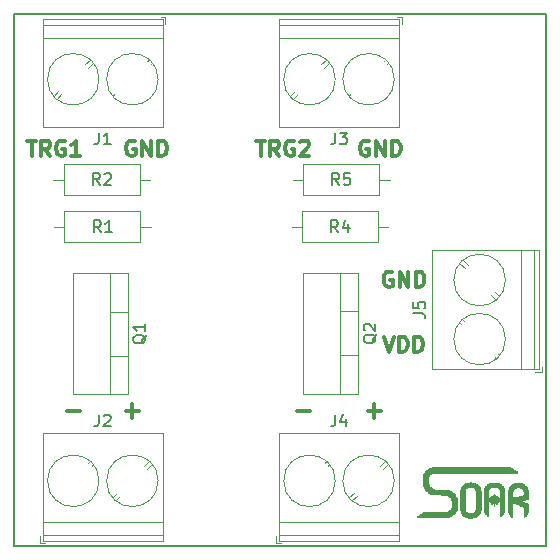
<source format=gto>
G04 #@! TF.FileFunction,Legend,Top*
%FSLAX46Y46*%
G04 Gerber Fmt 4.6, Leading zero omitted, Abs format (unit mm)*
G04 Created by KiCad (PCBNEW 4.0.7) date 03/26/18 18:34:16*
%MOMM*%
%LPD*%
G01*
G04 APERTURE LIST*
%ADD10C,0.100000*%
%ADD11C,0.300000*%
%ADD12C,0.150000*%
%ADD13C,0.120000*%
%ADD14C,0.010000*%
G04 APERTURE END LIST*
D10*
D11*
X148928572Y-63607143D02*
X150071429Y-63607143D01*
X154928572Y-63607143D02*
X156071429Y-63607143D01*
X155500000Y-64178571D02*
X155500000Y-63035714D01*
X129428572Y-63607143D02*
X130571429Y-63607143D01*
X134428572Y-63607143D02*
X135571429Y-63607143D01*
X135000000Y-64178571D02*
X135000000Y-63035714D01*
X157009524Y-51850000D02*
X156885715Y-51788095D01*
X156700000Y-51788095D01*
X156514286Y-51850000D01*
X156390477Y-51973810D01*
X156328572Y-52097619D01*
X156266667Y-52345238D01*
X156266667Y-52530952D01*
X156328572Y-52778571D01*
X156390477Y-52902381D01*
X156514286Y-53026190D01*
X156700000Y-53088095D01*
X156823810Y-53088095D01*
X157009524Y-53026190D01*
X157071429Y-52964286D01*
X157071429Y-52530952D01*
X156823810Y-52530952D01*
X157628572Y-53088095D02*
X157628572Y-51788095D01*
X158371429Y-53088095D01*
X158371429Y-51788095D01*
X158990477Y-53088095D02*
X158990477Y-51788095D01*
X159300001Y-51788095D01*
X159485715Y-51850000D01*
X159609524Y-51973810D01*
X159671429Y-52097619D01*
X159733334Y-52345238D01*
X159733334Y-52530952D01*
X159671429Y-52778571D01*
X159609524Y-52902381D01*
X159485715Y-53026190D01*
X159300001Y-53088095D01*
X158990477Y-53088095D01*
X156266667Y-57288095D02*
X156700000Y-58588095D01*
X157133333Y-57288095D01*
X157566667Y-58588095D02*
X157566667Y-57288095D01*
X157876191Y-57288095D01*
X158061905Y-57350000D01*
X158185714Y-57473810D01*
X158247619Y-57597619D01*
X158309524Y-57845238D01*
X158309524Y-58030952D01*
X158247619Y-58278571D01*
X158185714Y-58402381D01*
X158061905Y-58526190D01*
X157876191Y-58588095D01*
X157566667Y-58588095D01*
X158866667Y-58588095D02*
X158866667Y-57288095D01*
X159176191Y-57288095D01*
X159361905Y-57350000D01*
X159485714Y-57473810D01*
X159547619Y-57597619D01*
X159609524Y-57845238D01*
X159609524Y-58030952D01*
X159547619Y-58278571D01*
X159485714Y-58402381D01*
X159361905Y-58526190D01*
X159176191Y-58588095D01*
X158866667Y-58588095D01*
X155009524Y-40750000D02*
X154885715Y-40688095D01*
X154700000Y-40688095D01*
X154514286Y-40750000D01*
X154390477Y-40873810D01*
X154328572Y-40997619D01*
X154266667Y-41245238D01*
X154266667Y-41430952D01*
X154328572Y-41678571D01*
X154390477Y-41802381D01*
X154514286Y-41926190D01*
X154700000Y-41988095D01*
X154823810Y-41988095D01*
X155009524Y-41926190D01*
X155071429Y-41864286D01*
X155071429Y-41430952D01*
X154823810Y-41430952D01*
X155628572Y-41988095D02*
X155628572Y-40688095D01*
X156371429Y-41988095D01*
X156371429Y-40688095D01*
X156990477Y-41988095D02*
X156990477Y-40688095D01*
X157300001Y-40688095D01*
X157485715Y-40750000D01*
X157609524Y-40873810D01*
X157671429Y-40997619D01*
X157733334Y-41245238D01*
X157733334Y-41430952D01*
X157671429Y-41678571D01*
X157609524Y-41802381D01*
X157485715Y-41926190D01*
X157300001Y-41988095D01*
X156990477Y-41988095D01*
X145509525Y-40688095D02*
X146252382Y-40688095D01*
X145880953Y-41988095D02*
X145880953Y-40688095D01*
X147428572Y-41988095D02*
X146995239Y-41369048D01*
X146685715Y-41988095D02*
X146685715Y-40688095D01*
X147180953Y-40688095D01*
X147304762Y-40750000D01*
X147366667Y-40811905D01*
X147428572Y-40935714D01*
X147428572Y-41121429D01*
X147366667Y-41245238D01*
X147304762Y-41307143D01*
X147180953Y-41369048D01*
X146685715Y-41369048D01*
X148666667Y-40750000D02*
X148542858Y-40688095D01*
X148357143Y-40688095D01*
X148171429Y-40750000D01*
X148047620Y-40873810D01*
X147985715Y-40997619D01*
X147923810Y-41245238D01*
X147923810Y-41430952D01*
X147985715Y-41678571D01*
X148047620Y-41802381D01*
X148171429Y-41926190D01*
X148357143Y-41988095D01*
X148480953Y-41988095D01*
X148666667Y-41926190D01*
X148728572Y-41864286D01*
X148728572Y-41430952D01*
X148480953Y-41430952D01*
X149223810Y-40811905D02*
X149285715Y-40750000D01*
X149409524Y-40688095D01*
X149719048Y-40688095D01*
X149842858Y-40750000D01*
X149904762Y-40811905D01*
X149966667Y-40935714D01*
X149966667Y-41059524D01*
X149904762Y-41245238D01*
X149161905Y-41988095D01*
X149966667Y-41988095D01*
X135209524Y-40750000D02*
X135085715Y-40688095D01*
X134900000Y-40688095D01*
X134714286Y-40750000D01*
X134590477Y-40873810D01*
X134528572Y-40997619D01*
X134466667Y-41245238D01*
X134466667Y-41430952D01*
X134528572Y-41678571D01*
X134590477Y-41802381D01*
X134714286Y-41926190D01*
X134900000Y-41988095D01*
X135023810Y-41988095D01*
X135209524Y-41926190D01*
X135271429Y-41864286D01*
X135271429Y-41430952D01*
X135023810Y-41430952D01*
X135828572Y-41988095D02*
X135828572Y-40688095D01*
X136571429Y-41988095D01*
X136571429Y-40688095D01*
X137190477Y-41988095D02*
X137190477Y-40688095D01*
X137500001Y-40688095D01*
X137685715Y-40750000D01*
X137809524Y-40873810D01*
X137871429Y-40997619D01*
X137933334Y-41245238D01*
X137933334Y-41430952D01*
X137871429Y-41678571D01*
X137809524Y-41802381D01*
X137685715Y-41926190D01*
X137500001Y-41988095D01*
X137190477Y-41988095D01*
X126109525Y-40688095D02*
X126852382Y-40688095D01*
X126480953Y-41988095D02*
X126480953Y-40688095D01*
X128028572Y-41988095D02*
X127595239Y-41369048D01*
X127285715Y-41988095D02*
X127285715Y-40688095D01*
X127780953Y-40688095D01*
X127904762Y-40750000D01*
X127966667Y-40811905D01*
X128028572Y-40935714D01*
X128028572Y-41121429D01*
X127966667Y-41245238D01*
X127904762Y-41307143D01*
X127780953Y-41369048D01*
X127285715Y-41369048D01*
X129266667Y-40750000D02*
X129142858Y-40688095D01*
X128957143Y-40688095D01*
X128771429Y-40750000D01*
X128647620Y-40873810D01*
X128585715Y-40997619D01*
X128523810Y-41245238D01*
X128523810Y-41430952D01*
X128585715Y-41678571D01*
X128647620Y-41802381D01*
X128771429Y-41926190D01*
X128957143Y-41988095D01*
X129080953Y-41988095D01*
X129266667Y-41926190D01*
X129328572Y-41864286D01*
X129328572Y-41430952D01*
X129080953Y-41430952D01*
X130566667Y-41988095D02*
X129823810Y-41988095D01*
X130195239Y-41988095D02*
X130195239Y-40688095D01*
X130071429Y-40873810D01*
X129947620Y-40997619D01*
X129823810Y-41059524D01*
D12*
X125000000Y-75000000D02*
X125000000Y-30000000D01*
X170000000Y-75000000D02*
X125000000Y-75000000D01*
X170000000Y-30000000D02*
X170000000Y-75000000D01*
X125000000Y-30000000D02*
X170000000Y-30000000D01*
D13*
X134620000Y-51920000D02*
X134620000Y-62160000D01*
X129979000Y-51920000D02*
X129979000Y-62160000D01*
X134620000Y-51920000D02*
X129979000Y-51920000D01*
X134620000Y-62160000D02*
X129979000Y-62160000D01*
X133110000Y-51920000D02*
X133110000Y-62160000D01*
X134620000Y-55190000D02*
X133110000Y-55190000D01*
X134620000Y-58891000D02*
X133110000Y-58891000D01*
X137180000Y-35500000D02*
G75*
G03X137180000Y-35500000I-2180000J0D01*
G01*
X132180000Y-35500000D02*
G75*
G03X132180000Y-35500000I-2180000J0D01*
G01*
X137560000Y-30900000D02*
X127440000Y-30900000D01*
X137560000Y-32000000D02*
X127440000Y-32000000D01*
X137560000Y-39560000D02*
X127440000Y-39560000D01*
X137560000Y-30440000D02*
X127440000Y-30440000D01*
X137560000Y-39560000D02*
X137560000Y-30440000D01*
X127440000Y-39560000D02*
X127440000Y-30440000D01*
X133346000Y-36888000D02*
X133453000Y-36781000D01*
X136282000Y-33953000D02*
X136388000Y-33846000D01*
X133612000Y-37154000D02*
X133719000Y-37047000D01*
X136548000Y-34219000D02*
X136654000Y-34112000D01*
X128346000Y-36888000D02*
X128741000Y-36492000D01*
X131007000Y-34226000D02*
X131387000Y-33846000D01*
X128612000Y-37154000D02*
X128992000Y-36774000D01*
X131258000Y-34508000D02*
X131653000Y-34112000D01*
X137800000Y-30840000D02*
X137800000Y-30200000D01*
X137800000Y-30200000D02*
X137400000Y-30200000D01*
X132180000Y-69500000D02*
G75*
G03X132180000Y-69500000I-2180000J0D01*
G01*
X137180000Y-69500000D02*
G75*
G03X137180000Y-69500000I-2180000J0D01*
G01*
X127440000Y-74100000D02*
X137560000Y-74100000D01*
X127440000Y-73000000D02*
X137560000Y-73000000D01*
X127440000Y-65440000D02*
X137560000Y-65440000D01*
X127440000Y-74560000D02*
X137560000Y-74560000D01*
X127440000Y-65440000D02*
X127440000Y-74560000D01*
X137560000Y-65440000D02*
X137560000Y-74560000D01*
X131654000Y-68112000D02*
X131547000Y-68219000D01*
X128718000Y-71047000D02*
X128612000Y-71154000D01*
X131388000Y-67846000D02*
X131281000Y-67953000D01*
X128452000Y-70781000D02*
X128346000Y-70888000D01*
X136654000Y-68112000D02*
X136259000Y-68508000D01*
X133993000Y-70774000D02*
X133613000Y-71154000D01*
X136388000Y-67846000D02*
X136008000Y-68226000D01*
X133742000Y-70492000D02*
X133347000Y-70888000D01*
X127200000Y-74160000D02*
X127200000Y-74800000D01*
X127200000Y-74800000D02*
X127600000Y-74800000D01*
X157180000Y-35500000D02*
G75*
G03X157180000Y-35500000I-2180000J0D01*
G01*
X152180000Y-35500000D02*
G75*
G03X152180000Y-35500000I-2180000J0D01*
G01*
X157560000Y-30900000D02*
X147440000Y-30900000D01*
X157560000Y-32000000D02*
X147440000Y-32000000D01*
X157560000Y-39560000D02*
X147440000Y-39560000D01*
X157560000Y-30440000D02*
X147440000Y-30440000D01*
X157560000Y-39560000D02*
X157560000Y-30440000D01*
X147440000Y-39560000D02*
X147440000Y-30440000D01*
X153346000Y-36888000D02*
X153453000Y-36781000D01*
X156282000Y-33953000D02*
X156388000Y-33846000D01*
X153612000Y-37154000D02*
X153719000Y-37047000D01*
X156548000Y-34219000D02*
X156654000Y-34112000D01*
X148346000Y-36888000D02*
X148741000Y-36492000D01*
X151007000Y-34226000D02*
X151387000Y-33846000D01*
X148612000Y-37154000D02*
X148992000Y-36774000D01*
X151258000Y-34508000D02*
X151653000Y-34112000D01*
X157800000Y-30840000D02*
X157800000Y-30200000D01*
X157800000Y-30200000D02*
X157400000Y-30200000D01*
X152180000Y-69500000D02*
G75*
G03X152180000Y-69500000I-2180000J0D01*
G01*
X157180000Y-69500000D02*
G75*
G03X157180000Y-69500000I-2180000J0D01*
G01*
X147440000Y-74100000D02*
X157560000Y-74100000D01*
X147440000Y-73000000D02*
X157560000Y-73000000D01*
X147440000Y-65440000D02*
X157560000Y-65440000D01*
X147440000Y-74560000D02*
X157560000Y-74560000D01*
X147440000Y-65440000D02*
X147440000Y-74560000D01*
X157560000Y-65440000D02*
X157560000Y-74560000D01*
X151654000Y-68112000D02*
X151547000Y-68219000D01*
X148718000Y-71047000D02*
X148612000Y-71154000D01*
X151388000Y-67846000D02*
X151281000Y-67953000D01*
X148452000Y-70781000D02*
X148346000Y-70888000D01*
X156654000Y-68112000D02*
X156259000Y-68508000D01*
X153993000Y-70774000D02*
X153613000Y-71154000D01*
X156388000Y-67846000D02*
X156008000Y-68226000D01*
X153742000Y-70492000D02*
X153347000Y-70888000D01*
X147200000Y-74160000D02*
X147200000Y-74800000D01*
X147200000Y-74800000D02*
X147600000Y-74800000D01*
X166580000Y-57500000D02*
G75*
G03X166580000Y-57500000I-2180000J0D01*
G01*
X166580000Y-52500000D02*
G75*
G03X166580000Y-52500000I-2180000J0D01*
G01*
X169000000Y-60060000D02*
X169000000Y-49940000D01*
X167900000Y-60060000D02*
X167900000Y-49940000D01*
X160340000Y-60060000D02*
X160340000Y-49940000D01*
X169460000Y-60060000D02*
X169460000Y-49940000D01*
X160340000Y-60060000D02*
X169460000Y-60060000D01*
X160340000Y-49940000D02*
X169460000Y-49940000D01*
X163012000Y-55846000D02*
X163119000Y-55953000D01*
X165947000Y-58782000D02*
X166054000Y-58888000D01*
X162746000Y-56112000D02*
X162853000Y-56219000D01*
X165681000Y-59048000D02*
X165788000Y-59154000D01*
X163012000Y-50846000D02*
X163408000Y-51241000D01*
X165674000Y-53507000D02*
X166054000Y-53887000D01*
X162746000Y-51112000D02*
X163126000Y-51492000D01*
X165392000Y-53758000D02*
X165788000Y-54153000D01*
X169060000Y-60300000D02*
X169700000Y-60300000D01*
X169700000Y-60300000D02*
X169700000Y-59900000D01*
X154120000Y-51880000D02*
X154120000Y-62120000D01*
X149479000Y-51880000D02*
X149479000Y-62120000D01*
X154120000Y-51880000D02*
X149479000Y-51880000D01*
X154120000Y-62120000D02*
X149479000Y-62120000D01*
X152610000Y-51880000D02*
X152610000Y-62120000D01*
X154120000Y-55150000D02*
X152610000Y-55150000D01*
X154120000Y-58851000D02*
X152610000Y-58851000D01*
X129245000Y-46690000D02*
X129245000Y-49310000D01*
X129245000Y-49310000D02*
X135665000Y-49310000D01*
X135665000Y-49310000D02*
X135665000Y-46690000D01*
X135665000Y-46690000D02*
X129245000Y-46690000D01*
X128355000Y-48000000D02*
X129245000Y-48000000D01*
X136555000Y-48000000D02*
X135665000Y-48000000D01*
X135630000Y-45310000D02*
X135630000Y-42690000D01*
X135630000Y-42690000D02*
X129210000Y-42690000D01*
X129210000Y-42690000D02*
X129210000Y-45310000D01*
X129210000Y-45310000D02*
X135630000Y-45310000D01*
X136520000Y-44000000D02*
X135630000Y-44000000D01*
X128320000Y-44000000D02*
X129210000Y-44000000D01*
X149370000Y-46690000D02*
X149370000Y-49310000D01*
X149370000Y-49310000D02*
X155790000Y-49310000D01*
X155790000Y-49310000D02*
X155790000Y-46690000D01*
X155790000Y-46690000D02*
X149370000Y-46690000D01*
X148480000Y-48000000D02*
X149370000Y-48000000D01*
X156680000Y-48000000D02*
X155790000Y-48000000D01*
X155890000Y-45310000D02*
X155890000Y-42690000D01*
X155890000Y-42690000D02*
X149470000Y-42690000D01*
X149470000Y-42690000D02*
X149470000Y-45310000D01*
X149470000Y-45310000D02*
X155890000Y-45310000D01*
X156780000Y-44000000D02*
X155890000Y-44000000D01*
X148580000Y-44000000D02*
X149470000Y-44000000D01*
D14*
G36*
X160350000Y-68350000D02*
X160400000Y-68350000D01*
X160400000Y-68400000D01*
X160350000Y-68400000D01*
X160350000Y-68350000D01*
X160350000Y-68350000D01*
G37*
X160350000Y-68350000D02*
X160400000Y-68350000D01*
X160400000Y-68400000D01*
X160350000Y-68400000D01*
X160350000Y-68350000D01*
G36*
X160400000Y-68350000D02*
X160450000Y-68350000D01*
X160450000Y-68400000D01*
X160400000Y-68400000D01*
X160400000Y-68350000D01*
X160400000Y-68350000D01*
G37*
X160400000Y-68350000D02*
X160450000Y-68350000D01*
X160450000Y-68400000D01*
X160400000Y-68400000D01*
X160400000Y-68350000D01*
G36*
X160450000Y-68350000D02*
X160500000Y-68350000D01*
X160500000Y-68400000D01*
X160450000Y-68400000D01*
X160450000Y-68350000D01*
X160450000Y-68350000D01*
G37*
X160450000Y-68350000D02*
X160500000Y-68350000D01*
X160500000Y-68400000D01*
X160450000Y-68400000D01*
X160450000Y-68350000D01*
G36*
X160500000Y-68350000D02*
X160550000Y-68350000D01*
X160550000Y-68400000D01*
X160500000Y-68400000D01*
X160500000Y-68350000D01*
X160500000Y-68350000D01*
G37*
X160500000Y-68350000D02*
X160550000Y-68350000D01*
X160550000Y-68400000D01*
X160500000Y-68400000D01*
X160500000Y-68350000D01*
G36*
X160550000Y-68350000D02*
X160600000Y-68350000D01*
X160600000Y-68400000D01*
X160550000Y-68400000D01*
X160550000Y-68350000D01*
X160550000Y-68350000D01*
G37*
X160550000Y-68350000D02*
X160600000Y-68350000D01*
X160600000Y-68400000D01*
X160550000Y-68400000D01*
X160550000Y-68350000D01*
G36*
X160600000Y-68350000D02*
X160650000Y-68350000D01*
X160650000Y-68400000D01*
X160600000Y-68400000D01*
X160600000Y-68350000D01*
X160600000Y-68350000D01*
G37*
X160600000Y-68350000D02*
X160650000Y-68350000D01*
X160650000Y-68400000D01*
X160600000Y-68400000D01*
X160600000Y-68350000D01*
G36*
X160650000Y-68350000D02*
X160700000Y-68350000D01*
X160700000Y-68400000D01*
X160650000Y-68400000D01*
X160650000Y-68350000D01*
X160650000Y-68350000D01*
G37*
X160650000Y-68350000D02*
X160700000Y-68350000D01*
X160700000Y-68400000D01*
X160650000Y-68400000D01*
X160650000Y-68350000D01*
G36*
X160700000Y-68350000D02*
X160750000Y-68350000D01*
X160750000Y-68400000D01*
X160700000Y-68400000D01*
X160700000Y-68350000D01*
X160700000Y-68350000D01*
G37*
X160700000Y-68350000D02*
X160750000Y-68350000D01*
X160750000Y-68400000D01*
X160700000Y-68400000D01*
X160700000Y-68350000D01*
G36*
X160750000Y-68350000D02*
X160800000Y-68350000D01*
X160800000Y-68400000D01*
X160750000Y-68400000D01*
X160750000Y-68350000D01*
X160750000Y-68350000D01*
G37*
X160750000Y-68350000D02*
X160800000Y-68350000D01*
X160800000Y-68400000D01*
X160750000Y-68400000D01*
X160750000Y-68350000D01*
G36*
X160800000Y-68350000D02*
X160850000Y-68350000D01*
X160850000Y-68400000D01*
X160800000Y-68400000D01*
X160800000Y-68350000D01*
X160800000Y-68350000D01*
G37*
X160800000Y-68350000D02*
X160850000Y-68350000D01*
X160850000Y-68400000D01*
X160800000Y-68400000D01*
X160800000Y-68350000D01*
G36*
X160850000Y-68350000D02*
X160900000Y-68350000D01*
X160900000Y-68400000D01*
X160850000Y-68400000D01*
X160850000Y-68350000D01*
X160850000Y-68350000D01*
G37*
X160850000Y-68350000D02*
X160900000Y-68350000D01*
X160900000Y-68400000D01*
X160850000Y-68400000D01*
X160850000Y-68350000D01*
G36*
X160900000Y-68350000D02*
X160950000Y-68350000D01*
X160950000Y-68400000D01*
X160900000Y-68400000D01*
X160900000Y-68350000D01*
X160900000Y-68350000D01*
G37*
X160900000Y-68350000D02*
X160950000Y-68350000D01*
X160950000Y-68400000D01*
X160900000Y-68400000D01*
X160900000Y-68350000D01*
G36*
X160950000Y-68350000D02*
X161000000Y-68350000D01*
X161000000Y-68400000D01*
X160950000Y-68400000D01*
X160950000Y-68350000D01*
X160950000Y-68350000D01*
G37*
X160950000Y-68350000D02*
X161000000Y-68350000D01*
X161000000Y-68400000D01*
X160950000Y-68400000D01*
X160950000Y-68350000D01*
G36*
X161000000Y-68350000D02*
X161050000Y-68350000D01*
X161050000Y-68400000D01*
X161000000Y-68400000D01*
X161000000Y-68350000D01*
X161000000Y-68350000D01*
G37*
X161000000Y-68350000D02*
X161050000Y-68350000D01*
X161050000Y-68400000D01*
X161000000Y-68400000D01*
X161000000Y-68350000D01*
G36*
X161050000Y-68350000D02*
X161100000Y-68350000D01*
X161100000Y-68400000D01*
X161050000Y-68400000D01*
X161050000Y-68350000D01*
X161050000Y-68350000D01*
G37*
X161050000Y-68350000D02*
X161100000Y-68350000D01*
X161100000Y-68400000D01*
X161050000Y-68400000D01*
X161050000Y-68350000D01*
G36*
X161100000Y-68350000D02*
X161150000Y-68350000D01*
X161150000Y-68400000D01*
X161100000Y-68400000D01*
X161100000Y-68350000D01*
X161100000Y-68350000D01*
G37*
X161100000Y-68350000D02*
X161150000Y-68350000D01*
X161150000Y-68400000D01*
X161100000Y-68400000D01*
X161100000Y-68350000D01*
G36*
X161150000Y-68350000D02*
X161200000Y-68350000D01*
X161200000Y-68400000D01*
X161150000Y-68400000D01*
X161150000Y-68350000D01*
X161150000Y-68350000D01*
G37*
X161150000Y-68350000D02*
X161200000Y-68350000D01*
X161200000Y-68400000D01*
X161150000Y-68400000D01*
X161150000Y-68350000D01*
G36*
X161200000Y-68350000D02*
X161250000Y-68350000D01*
X161250000Y-68400000D01*
X161200000Y-68400000D01*
X161200000Y-68350000D01*
X161200000Y-68350000D01*
G37*
X161200000Y-68350000D02*
X161250000Y-68350000D01*
X161250000Y-68400000D01*
X161200000Y-68400000D01*
X161200000Y-68350000D01*
G36*
X161250000Y-68350000D02*
X161300000Y-68350000D01*
X161300000Y-68400000D01*
X161250000Y-68400000D01*
X161250000Y-68350000D01*
X161250000Y-68350000D01*
G37*
X161250000Y-68350000D02*
X161300000Y-68350000D01*
X161300000Y-68400000D01*
X161250000Y-68400000D01*
X161250000Y-68350000D01*
G36*
X161300000Y-68350000D02*
X161350000Y-68350000D01*
X161350000Y-68400000D01*
X161300000Y-68400000D01*
X161300000Y-68350000D01*
X161300000Y-68350000D01*
G37*
X161300000Y-68350000D02*
X161350000Y-68350000D01*
X161350000Y-68400000D01*
X161300000Y-68400000D01*
X161300000Y-68350000D01*
G36*
X161350000Y-68350000D02*
X161400000Y-68350000D01*
X161400000Y-68400000D01*
X161350000Y-68400000D01*
X161350000Y-68350000D01*
X161350000Y-68350000D01*
G37*
X161350000Y-68350000D02*
X161400000Y-68350000D01*
X161400000Y-68400000D01*
X161350000Y-68400000D01*
X161350000Y-68350000D01*
G36*
X161400000Y-68350000D02*
X161450000Y-68350000D01*
X161450000Y-68400000D01*
X161400000Y-68400000D01*
X161400000Y-68350000D01*
X161400000Y-68350000D01*
G37*
X161400000Y-68350000D02*
X161450000Y-68350000D01*
X161450000Y-68400000D01*
X161400000Y-68400000D01*
X161400000Y-68350000D01*
G36*
X161450000Y-68350000D02*
X161500000Y-68350000D01*
X161500000Y-68400000D01*
X161450000Y-68400000D01*
X161450000Y-68350000D01*
X161450000Y-68350000D01*
G37*
X161450000Y-68350000D02*
X161500000Y-68350000D01*
X161500000Y-68400000D01*
X161450000Y-68400000D01*
X161450000Y-68350000D01*
G36*
X161500000Y-68350000D02*
X161550000Y-68350000D01*
X161550000Y-68400000D01*
X161500000Y-68400000D01*
X161500000Y-68350000D01*
X161500000Y-68350000D01*
G37*
X161500000Y-68350000D02*
X161550000Y-68350000D01*
X161550000Y-68400000D01*
X161500000Y-68400000D01*
X161500000Y-68350000D01*
G36*
X161550000Y-68350000D02*
X161600000Y-68350000D01*
X161600000Y-68400000D01*
X161550000Y-68400000D01*
X161550000Y-68350000D01*
X161550000Y-68350000D01*
G37*
X161550000Y-68350000D02*
X161600000Y-68350000D01*
X161600000Y-68400000D01*
X161550000Y-68400000D01*
X161550000Y-68350000D01*
G36*
X161600000Y-68350000D02*
X161650000Y-68350000D01*
X161650000Y-68400000D01*
X161600000Y-68400000D01*
X161600000Y-68350000D01*
X161600000Y-68350000D01*
G37*
X161600000Y-68350000D02*
X161650000Y-68350000D01*
X161650000Y-68400000D01*
X161600000Y-68400000D01*
X161600000Y-68350000D01*
G36*
X161650000Y-68350000D02*
X161700000Y-68350000D01*
X161700000Y-68400000D01*
X161650000Y-68400000D01*
X161650000Y-68350000D01*
X161650000Y-68350000D01*
G37*
X161650000Y-68350000D02*
X161700000Y-68350000D01*
X161700000Y-68400000D01*
X161650000Y-68400000D01*
X161650000Y-68350000D01*
G36*
X161700000Y-68350000D02*
X161750000Y-68350000D01*
X161750000Y-68400000D01*
X161700000Y-68400000D01*
X161700000Y-68350000D01*
X161700000Y-68350000D01*
G37*
X161700000Y-68350000D02*
X161750000Y-68350000D01*
X161750000Y-68400000D01*
X161700000Y-68400000D01*
X161700000Y-68350000D01*
G36*
X161750000Y-68350000D02*
X161800000Y-68350000D01*
X161800000Y-68400000D01*
X161750000Y-68400000D01*
X161750000Y-68350000D01*
X161750000Y-68350000D01*
G37*
X161750000Y-68350000D02*
X161800000Y-68350000D01*
X161800000Y-68400000D01*
X161750000Y-68400000D01*
X161750000Y-68350000D01*
G36*
X161800000Y-68350000D02*
X161850000Y-68350000D01*
X161850000Y-68400000D01*
X161800000Y-68400000D01*
X161800000Y-68350000D01*
X161800000Y-68350000D01*
G37*
X161800000Y-68350000D02*
X161850000Y-68350000D01*
X161850000Y-68400000D01*
X161800000Y-68400000D01*
X161800000Y-68350000D01*
G36*
X161850000Y-68350000D02*
X161900000Y-68350000D01*
X161900000Y-68400000D01*
X161850000Y-68400000D01*
X161850000Y-68350000D01*
X161850000Y-68350000D01*
G37*
X161850000Y-68350000D02*
X161900000Y-68350000D01*
X161900000Y-68400000D01*
X161850000Y-68400000D01*
X161850000Y-68350000D01*
G36*
X161900000Y-68350000D02*
X161950000Y-68350000D01*
X161950000Y-68400000D01*
X161900000Y-68400000D01*
X161900000Y-68350000D01*
X161900000Y-68350000D01*
G37*
X161900000Y-68350000D02*
X161950000Y-68350000D01*
X161950000Y-68400000D01*
X161900000Y-68400000D01*
X161900000Y-68350000D01*
G36*
X161950000Y-68350000D02*
X162000000Y-68350000D01*
X162000000Y-68400000D01*
X161950000Y-68400000D01*
X161950000Y-68350000D01*
X161950000Y-68350000D01*
G37*
X161950000Y-68350000D02*
X162000000Y-68350000D01*
X162000000Y-68400000D01*
X161950000Y-68400000D01*
X161950000Y-68350000D01*
G36*
X162000000Y-68350000D02*
X162050000Y-68350000D01*
X162050000Y-68400000D01*
X162000000Y-68400000D01*
X162000000Y-68350000D01*
X162000000Y-68350000D01*
G37*
X162000000Y-68350000D02*
X162050000Y-68350000D01*
X162050000Y-68400000D01*
X162000000Y-68400000D01*
X162000000Y-68350000D01*
G36*
X162050000Y-68350000D02*
X162100000Y-68350000D01*
X162100000Y-68400000D01*
X162050000Y-68400000D01*
X162050000Y-68350000D01*
X162050000Y-68350000D01*
G37*
X162050000Y-68350000D02*
X162100000Y-68350000D01*
X162100000Y-68400000D01*
X162050000Y-68400000D01*
X162050000Y-68350000D01*
G36*
X162100000Y-68350000D02*
X162150000Y-68350000D01*
X162150000Y-68400000D01*
X162100000Y-68400000D01*
X162100000Y-68350000D01*
X162100000Y-68350000D01*
G37*
X162100000Y-68350000D02*
X162150000Y-68350000D01*
X162150000Y-68400000D01*
X162100000Y-68400000D01*
X162100000Y-68350000D01*
G36*
X162150000Y-68350000D02*
X162200000Y-68350000D01*
X162200000Y-68400000D01*
X162150000Y-68400000D01*
X162150000Y-68350000D01*
X162150000Y-68350000D01*
G37*
X162150000Y-68350000D02*
X162200000Y-68350000D01*
X162200000Y-68400000D01*
X162150000Y-68400000D01*
X162150000Y-68350000D01*
G36*
X162200000Y-68350000D02*
X162250000Y-68350000D01*
X162250000Y-68400000D01*
X162200000Y-68400000D01*
X162200000Y-68350000D01*
X162200000Y-68350000D01*
G37*
X162200000Y-68350000D02*
X162250000Y-68350000D01*
X162250000Y-68400000D01*
X162200000Y-68400000D01*
X162200000Y-68350000D01*
G36*
X162250000Y-68350000D02*
X162300000Y-68350000D01*
X162300000Y-68400000D01*
X162250000Y-68400000D01*
X162250000Y-68350000D01*
X162250000Y-68350000D01*
G37*
X162250000Y-68350000D02*
X162300000Y-68350000D01*
X162300000Y-68400000D01*
X162250000Y-68400000D01*
X162250000Y-68350000D01*
G36*
X162300000Y-68350000D02*
X162350000Y-68350000D01*
X162350000Y-68400000D01*
X162300000Y-68400000D01*
X162300000Y-68350000D01*
X162300000Y-68350000D01*
G37*
X162300000Y-68350000D02*
X162350000Y-68350000D01*
X162350000Y-68400000D01*
X162300000Y-68400000D01*
X162300000Y-68350000D01*
G36*
X162350000Y-68350000D02*
X162400000Y-68350000D01*
X162400000Y-68400000D01*
X162350000Y-68400000D01*
X162350000Y-68350000D01*
X162350000Y-68350000D01*
G37*
X162350000Y-68350000D02*
X162400000Y-68350000D01*
X162400000Y-68400000D01*
X162350000Y-68400000D01*
X162350000Y-68350000D01*
G36*
X162400000Y-68350000D02*
X162450000Y-68350000D01*
X162450000Y-68400000D01*
X162400000Y-68400000D01*
X162400000Y-68350000D01*
X162400000Y-68350000D01*
G37*
X162400000Y-68350000D02*
X162450000Y-68350000D01*
X162450000Y-68400000D01*
X162400000Y-68400000D01*
X162400000Y-68350000D01*
G36*
X162450000Y-68350000D02*
X162500000Y-68350000D01*
X162500000Y-68400000D01*
X162450000Y-68400000D01*
X162450000Y-68350000D01*
X162450000Y-68350000D01*
G37*
X162450000Y-68350000D02*
X162500000Y-68350000D01*
X162500000Y-68400000D01*
X162450000Y-68400000D01*
X162450000Y-68350000D01*
G36*
X162500000Y-68350000D02*
X162550000Y-68350000D01*
X162550000Y-68400000D01*
X162500000Y-68400000D01*
X162500000Y-68350000D01*
X162500000Y-68350000D01*
G37*
X162500000Y-68350000D02*
X162550000Y-68350000D01*
X162550000Y-68400000D01*
X162500000Y-68400000D01*
X162500000Y-68350000D01*
G36*
X162550000Y-68350000D02*
X162600000Y-68350000D01*
X162600000Y-68400000D01*
X162550000Y-68400000D01*
X162550000Y-68350000D01*
X162550000Y-68350000D01*
G37*
X162550000Y-68350000D02*
X162600000Y-68350000D01*
X162600000Y-68400000D01*
X162550000Y-68400000D01*
X162550000Y-68350000D01*
G36*
X162600000Y-68350000D02*
X162650000Y-68350000D01*
X162650000Y-68400000D01*
X162600000Y-68400000D01*
X162600000Y-68350000D01*
X162600000Y-68350000D01*
G37*
X162600000Y-68350000D02*
X162650000Y-68350000D01*
X162650000Y-68400000D01*
X162600000Y-68400000D01*
X162600000Y-68350000D01*
G36*
X162650000Y-68350000D02*
X162700000Y-68350000D01*
X162700000Y-68400000D01*
X162650000Y-68400000D01*
X162650000Y-68350000D01*
X162650000Y-68350000D01*
G37*
X162650000Y-68350000D02*
X162700000Y-68350000D01*
X162700000Y-68400000D01*
X162650000Y-68400000D01*
X162650000Y-68350000D01*
G36*
X162700000Y-68350000D02*
X162750000Y-68350000D01*
X162750000Y-68400000D01*
X162700000Y-68400000D01*
X162700000Y-68350000D01*
X162700000Y-68350000D01*
G37*
X162700000Y-68350000D02*
X162750000Y-68350000D01*
X162750000Y-68400000D01*
X162700000Y-68400000D01*
X162700000Y-68350000D01*
G36*
X162750000Y-68350000D02*
X162800000Y-68350000D01*
X162800000Y-68400000D01*
X162750000Y-68400000D01*
X162750000Y-68350000D01*
X162750000Y-68350000D01*
G37*
X162750000Y-68350000D02*
X162800000Y-68350000D01*
X162800000Y-68400000D01*
X162750000Y-68400000D01*
X162750000Y-68350000D01*
G36*
X162800000Y-68350000D02*
X162850000Y-68350000D01*
X162850000Y-68400000D01*
X162800000Y-68400000D01*
X162800000Y-68350000D01*
X162800000Y-68350000D01*
G37*
X162800000Y-68350000D02*
X162850000Y-68350000D01*
X162850000Y-68400000D01*
X162800000Y-68400000D01*
X162800000Y-68350000D01*
G36*
X162850000Y-68350000D02*
X162900000Y-68350000D01*
X162900000Y-68400000D01*
X162850000Y-68400000D01*
X162850000Y-68350000D01*
X162850000Y-68350000D01*
G37*
X162850000Y-68350000D02*
X162900000Y-68350000D01*
X162900000Y-68400000D01*
X162850000Y-68400000D01*
X162850000Y-68350000D01*
G36*
X162900000Y-68350000D02*
X162950000Y-68350000D01*
X162950000Y-68400000D01*
X162900000Y-68400000D01*
X162900000Y-68350000D01*
X162900000Y-68350000D01*
G37*
X162900000Y-68350000D02*
X162950000Y-68350000D01*
X162950000Y-68400000D01*
X162900000Y-68400000D01*
X162900000Y-68350000D01*
G36*
X162950000Y-68350000D02*
X163000000Y-68350000D01*
X163000000Y-68400000D01*
X162950000Y-68400000D01*
X162950000Y-68350000D01*
X162950000Y-68350000D01*
G37*
X162950000Y-68350000D02*
X163000000Y-68350000D01*
X163000000Y-68400000D01*
X162950000Y-68400000D01*
X162950000Y-68350000D01*
G36*
X163000000Y-68350000D02*
X163050000Y-68350000D01*
X163050000Y-68400000D01*
X163000000Y-68400000D01*
X163000000Y-68350000D01*
X163000000Y-68350000D01*
G37*
X163000000Y-68350000D02*
X163050000Y-68350000D01*
X163050000Y-68400000D01*
X163000000Y-68400000D01*
X163000000Y-68350000D01*
G36*
X163050000Y-68350000D02*
X163100000Y-68350000D01*
X163100000Y-68400000D01*
X163050000Y-68400000D01*
X163050000Y-68350000D01*
X163050000Y-68350000D01*
G37*
X163050000Y-68350000D02*
X163100000Y-68350000D01*
X163100000Y-68400000D01*
X163050000Y-68400000D01*
X163050000Y-68350000D01*
G36*
X163100000Y-68350000D02*
X163150000Y-68350000D01*
X163150000Y-68400000D01*
X163100000Y-68400000D01*
X163100000Y-68350000D01*
X163100000Y-68350000D01*
G37*
X163100000Y-68350000D02*
X163150000Y-68350000D01*
X163150000Y-68400000D01*
X163100000Y-68400000D01*
X163100000Y-68350000D01*
G36*
X163150000Y-68350000D02*
X163200000Y-68350000D01*
X163200000Y-68400000D01*
X163150000Y-68400000D01*
X163150000Y-68350000D01*
X163150000Y-68350000D01*
G37*
X163150000Y-68350000D02*
X163200000Y-68350000D01*
X163200000Y-68400000D01*
X163150000Y-68400000D01*
X163150000Y-68350000D01*
G36*
X163200000Y-68350000D02*
X163250000Y-68350000D01*
X163250000Y-68400000D01*
X163200000Y-68400000D01*
X163200000Y-68350000D01*
X163200000Y-68350000D01*
G37*
X163200000Y-68350000D02*
X163250000Y-68350000D01*
X163250000Y-68400000D01*
X163200000Y-68400000D01*
X163200000Y-68350000D01*
G36*
X163250000Y-68350000D02*
X163300000Y-68350000D01*
X163300000Y-68400000D01*
X163250000Y-68400000D01*
X163250000Y-68350000D01*
X163250000Y-68350000D01*
G37*
X163250000Y-68350000D02*
X163300000Y-68350000D01*
X163300000Y-68400000D01*
X163250000Y-68400000D01*
X163250000Y-68350000D01*
G36*
X163300000Y-68350000D02*
X163350000Y-68350000D01*
X163350000Y-68400000D01*
X163300000Y-68400000D01*
X163300000Y-68350000D01*
X163300000Y-68350000D01*
G37*
X163300000Y-68350000D02*
X163350000Y-68350000D01*
X163350000Y-68400000D01*
X163300000Y-68400000D01*
X163300000Y-68350000D01*
G36*
X163350000Y-68350000D02*
X163400000Y-68350000D01*
X163400000Y-68400000D01*
X163350000Y-68400000D01*
X163350000Y-68350000D01*
X163350000Y-68350000D01*
G37*
X163350000Y-68350000D02*
X163400000Y-68350000D01*
X163400000Y-68400000D01*
X163350000Y-68400000D01*
X163350000Y-68350000D01*
G36*
X163400000Y-68350000D02*
X163450000Y-68350000D01*
X163450000Y-68400000D01*
X163400000Y-68400000D01*
X163400000Y-68350000D01*
X163400000Y-68350000D01*
G37*
X163400000Y-68350000D02*
X163450000Y-68350000D01*
X163450000Y-68400000D01*
X163400000Y-68400000D01*
X163400000Y-68350000D01*
G36*
X163450000Y-68350000D02*
X163500000Y-68350000D01*
X163500000Y-68400000D01*
X163450000Y-68400000D01*
X163450000Y-68350000D01*
X163450000Y-68350000D01*
G37*
X163450000Y-68350000D02*
X163500000Y-68350000D01*
X163500000Y-68400000D01*
X163450000Y-68400000D01*
X163450000Y-68350000D01*
G36*
X163500000Y-68350000D02*
X163550000Y-68350000D01*
X163550000Y-68400000D01*
X163500000Y-68400000D01*
X163500000Y-68350000D01*
X163500000Y-68350000D01*
G37*
X163500000Y-68350000D02*
X163550000Y-68350000D01*
X163550000Y-68400000D01*
X163500000Y-68400000D01*
X163500000Y-68350000D01*
G36*
X163550000Y-68350000D02*
X163600000Y-68350000D01*
X163600000Y-68400000D01*
X163550000Y-68400000D01*
X163550000Y-68350000D01*
X163550000Y-68350000D01*
G37*
X163550000Y-68350000D02*
X163600000Y-68350000D01*
X163600000Y-68400000D01*
X163550000Y-68400000D01*
X163550000Y-68350000D01*
G36*
X163600000Y-68350000D02*
X163650000Y-68350000D01*
X163650000Y-68400000D01*
X163600000Y-68400000D01*
X163600000Y-68350000D01*
X163600000Y-68350000D01*
G37*
X163600000Y-68350000D02*
X163650000Y-68350000D01*
X163650000Y-68400000D01*
X163600000Y-68400000D01*
X163600000Y-68350000D01*
G36*
X163650000Y-68350000D02*
X163700000Y-68350000D01*
X163700000Y-68400000D01*
X163650000Y-68400000D01*
X163650000Y-68350000D01*
X163650000Y-68350000D01*
G37*
X163650000Y-68350000D02*
X163700000Y-68350000D01*
X163700000Y-68400000D01*
X163650000Y-68400000D01*
X163650000Y-68350000D01*
G36*
X163700000Y-68350000D02*
X163750000Y-68350000D01*
X163750000Y-68400000D01*
X163700000Y-68400000D01*
X163700000Y-68350000D01*
X163700000Y-68350000D01*
G37*
X163700000Y-68350000D02*
X163750000Y-68350000D01*
X163750000Y-68400000D01*
X163700000Y-68400000D01*
X163700000Y-68350000D01*
G36*
X163750000Y-68350000D02*
X163800000Y-68350000D01*
X163800000Y-68400000D01*
X163750000Y-68400000D01*
X163750000Y-68350000D01*
X163750000Y-68350000D01*
G37*
X163750000Y-68350000D02*
X163800000Y-68350000D01*
X163800000Y-68400000D01*
X163750000Y-68400000D01*
X163750000Y-68350000D01*
G36*
X163800000Y-68350000D02*
X163850000Y-68350000D01*
X163850000Y-68400000D01*
X163800000Y-68400000D01*
X163800000Y-68350000D01*
X163800000Y-68350000D01*
G37*
X163800000Y-68350000D02*
X163850000Y-68350000D01*
X163850000Y-68400000D01*
X163800000Y-68400000D01*
X163800000Y-68350000D01*
G36*
X163850000Y-68350000D02*
X163900000Y-68350000D01*
X163900000Y-68400000D01*
X163850000Y-68400000D01*
X163850000Y-68350000D01*
X163850000Y-68350000D01*
G37*
X163850000Y-68350000D02*
X163900000Y-68350000D01*
X163900000Y-68400000D01*
X163850000Y-68400000D01*
X163850000Y-68350000D01*
G36*
X163900000Y-68350000D02*
X163950000Y-68350000D01*
X163950000Y-68400000D01*
X163900000Y-68400000D01*
X163900000Y-68350000D01*
X163900000Y-68350000D01*
G37*
X163900000Y-68350000D02*
X163950000Y-68350000D01*
X163950000Y-68400000D01*
X163900000Y-68400000D01*
X163900000Y-68350000D01*
G36*
X163950000Y-68350000D02*
X164000000Y-68350000D01*
X164000000Y-68400000D01*
X163950000Y-68400000D01*
X163950000Y-68350000D01*
X163950000Y-68350000D01*
G37*
X163950000Y-68350000D02*
X164000000Y-68350000D01*
X164000000Y-68400000D01*
X163950000Y-68400000D01*
X163950000Y-68350000D01*
G36*
X164000000Y-68350000D02*
X164050000Y-68350000D01*
X164050000Y-68400000D01*
X164000000Y-68400000D01*
X164000000Y-68350000D01*
X164000000Y-68350000D01*
G37*
X164000000Y-68350000D02*
X164050000Y-68350000D01*
X164050000Y-68400000D01*
X164000000Y-68400000D01*
X164000000Y-68350000D01*
G36*
X164050000Y-68350000D02*
X164100000Y-68350000D01*
X164100000Y-68400000D01*
X164050000Y-68400000D01*
X164050000Y-68350000D01*
X164050000Y-68350000D01*
G37*
X164050000Y-68350000D02*
X164100000Y-68350000D01*
X164100000Y-68400000D01*
X164050000Y-68400000D01*
X164050000Y-68350000D01*
G36*
X164100000Y-68350000D02*
X164150000Y-68350000D01*
X164150000Y-68400000D01*
X164100000Y-68400000D01*
X164100000Y-68350000D01*
X164100000Y-68350000D01*
G37*
X164100000Y-68350000D02*
X164150000Y-68350000D01*
X164150000Y-68400000D01*
X164100000Y-68400000D01*
X164100000Y-68350000D01*
G36*
X164150000Y-68350000D02*
X164200000Y-68350000D01*
X164200000Y-68400000D01*
X164150000Y-68400000D01*
X164150000Y-68350000D01*
X164150000Y-68350000D01*
G37*
X164150000Y-68350000D02*
X164200000Y-68350000D01*
X164200000Y-68400000D01*
X164150000Y-68400000D01*
X164150000Y-68350000D01*
G36*
X164200000Y-68350000D02*
X164250000Y-68350000D01*
X164250000Y-68400000D01*
X164200000Y-68400000D01*
X164200000Y-68350000D01*
X164200000Y-68350000D01*
G37*
X164200000Y-68350000D02*
X164250000Y-68350000D01*
X164250000Y-68400000D01*
X164200000Y-68400000D01*
X164200000Y-68350000D01*
G36*
X164250000Y-68350000D02*
X164300000Y-68350000D01*
X164300000Y-68400000D01*
X164250000Y-68400000D01*
X164250000Y-68350000D01*
X164250000Y-68350000D01*
G37*
X164250000Y-68350000D02*
X164300000Y-68350000D01*
X164300000Y-68400000D01*
X164250000Y-68400000D01*
X164250000Y-68350000D01*
G36*
X164300000Y-68350000D02*
X164350000Y-68350000D01*
X164350000Y-68400000D01*
X164300000Y-68400000D01*
X164300000Y-68350000D01*
X164300000Y-68350000D01*
G37*
X164300000Y-68350000D02*
X164350000Y-68350000D01*
X164350000Y-68400000D01*
X164300000Y-68400000D01*
X164300000Y-68350000D01*
G36*
X164350000Y-68350000D02*
X164400000Y-68350000D01*
X164400000Y-68400000D01*
X164350000Y-68400000D01*
X164350000Y-68350000D01*
X164350000Y-68350000D01*
G37*
X164350000Y-68350000D02*
X164400000Y-68350000D01*
X164400000Y-68400000D01*
X164350000Y-68400000D01*
X164350000Y-68350000D01*
G36*
X164400000Y-68350000D02*
X164450000Y-68350000D01*
X164450000Y-68400000D01*
X164400000Y-68400000D01*
X164400000Y-68350000D01*
X164400000Y-68350000D01*
G37*
X164400000Y-68350000D02*
X164450000Y-68350000D01*
X164450000Y-68400000D01*
X164400000Y-68400000D01*
X164400000Y-68350000D01*
G36*
X164450000Y-68350000D02*
X164500000Y-68350000D01*
X164500000Y-68400000D01*
X164450000Y-68400000D01*
X164450000Y-68350000D01*
X164450000Y-68350000D01*
G37*
X164450000Y-68350000D02*
X164500000Y-68350000D01*
X164500000Y-68400000D01*
X164450000Y-68400000D01*
X164450000Y-68350000D01*
G36*
X164500000Y-68350000D02*
X164550000Y-68350000D01*
X164550000Y-68400000D01*
X164500000Y-68400000D01*
X164500000Y-68350000D01*
X164500000Y-68350000D01*
G37*
X164500000Y-68350000D02*
X164550000Y-68350000D01*
X164550000Y-68400000D01*
X164500000Y-68400000D01*
X164500000Y-68350000D01*
G36*
X164550000Y-68350000D02*
X164600000Y-68350000D01*
X164600000Y-68400000D01*
X164550000Y-68400000D01*
X164550000Y-68350000D01*
X164550000Y-68350000D01*
G37*
X164550000Y-68350000D02*
X164600000Y-68350000D01*
X164600000Y-68400000D01*
X164550000Y-68400000D01*
X164550000Y-68350000D01*
G36*
X164600000Y-68350000D02*
X164650000Y-68350000D01*
X164650000Y-68400000D01*
X164600000Y-68400000D01*
X164600000Y-68350000D01*
X164600000Y-68350000D01*
G37*
X164600000Y-68350000D02*
X164650000Y-68350000D01*
X164650000Y-68400000D01*
X164600000Y-68400000D01*
X164600000Y-68350000D01*
G36*
X164650000Y-68350000D02*
X164700000Y-68350000D01*
X164700000Y-68400000D01*
X164650000Y-68400000D01*
X164650000Y-68350000D01*
X164650000Y-68350000D01*
G37*
X164650000Y-68350000D02*
X164700000Y-68350000D01*
X164700000Y-68400000D01*
X164650000Y-68400000D01*
X164650000Y-68350000D01*
G36*
X164700000Y-68350000D02*
X164750000Y-68350000D01*
X164750000Y-68400000D01*
X164700000Y-68400000D01*
X164700000Y-68350000D01*
X164700000Y-68350000D01*
G37*
X164700000Y-68350000D02*
X164750000Y-68350000D01*
X164750000Y-68400000D01*
X164700000Y-68400000D01*
X164700000Y-68350000D01*
G36*
X164750000Y-68350000D02*
X164800000Y-68350000D01*
X164800000Y-68400000D01*
X164750000Y-68400000D01*
X164750000Y-68350000D01*
X164750000Y-68350000D01*
G37*
X164750000Y-68350000D02*
X164800000Y-68350000D01*
X164800000Y-68400000D01*
X164750000Y-68400000D01*
X164750000Y-68350000D01*
G36*
X164800000Y-68350000D02*
X164850000Y-68350000D01*
X164850000Y-68400000D01*
X164800000Y-68400000D01*
X164800000Y-68350000D01*
X164800000Y-68350000D01*
G37*
X164800000Y-68350000D02*
X164850000Y-68350000D01*
X164850000Y-68400000D01*
X164800000Y-68400000D01*
X164800000Y-68350000D01*
G36*
X164850000Y-68350000D02*
X164900000Y-68350000D01*
X164900000Y-68400000D01*
X164850000Y-68400000D01*
X164850000Y-68350000D01*
X164850000Y-68350000D01*
G37*
X164850000Y-68350000D02*
X164900000Y-68350000D01*
X164900000Y-68400000D01*
X164850000Y-68400000D01*
X164850000Y-68350000D01*
G36*
X164900000Y-68350000D02*
X164950000Y-68350000D01*
X164950000Y-68400000D01*
X164900000Y-68400000D01*
X164900000Y-68350000D01*
X164900000Y-68350000D01*
G37*
X164900000Y-68350000D02*
X164950000Y-68350000D01*
X164950000Y-68400000D01*
X164900000Y-68400000D01*
X164900000Y-68350000D01*
G36*
X164950000Y-68350000D02*
X165000000Y-68350000D01*
X165000000Y-68400000D01*
X164950000Y-68400000D01*
X164950000Y-68350000D01*
X164950000Y-68350000D01*
G37*
X164950000Y-68350000D02*
X165000000Y-68350000D01*
X165000000Y-68400000D01*
X164950000Y-68400000D01*
X164950000Y-68350000D01*
G36*
X165000000Y-68350000D02*
X165050000Y-68350000D01*
X165050000Y-68400000D01*
X165000000Y-68400000D01*
X165000000Y-68350000D01*
X165000000Y-68350000D01*
G37*
X165000000Y-68350000D02*
X165050000Y-68350000D01*
X165050000Y-68400000D01*
X165000000Y-68400000D01*
X165000000Y-68350000D01*
G36*
X165050000Y-68350000D02*
X165100000Y-68350000D01*
X165100000Y-68400000D01*
X165050000Y-68400000D01*
X165050000Y-68350000D01*
X165050000Y-68350000D01*
G37*
X165050000Y-68350000D02*
X165100000Y-68350000D01*
X165100000Y-68400000D01*
X165050000Y-68400000D01*
X165050000Y-68350000D01*
G36*
X165100000Y-68350000D02*
X165150000Y-68350000D01*
X165150000Y-68400000D01*
X165100000Y-68400000D01*
X165100000Y-68350000D01*
X165100000Y-68350000D01*
G37*
X165100000Y-68350000D02*
X165150000Y-68350000D01*
X165150000Y-68400000D01*
X165100000Y-68400000D01*
X165100000Y-68350000D01*
G36*
X165150000Y-68350000D02*
X165200000Y-68350000D01*
X165200000Y-68400000D01*
X165150000Y-68400000D01*
X165150000Y-68350000D01*
X165150000Y-68350000D01*
G37*
X165150000Y-68350000D02*
X165200000Y-68350000D01*
X165200000Y-68400000D01*
X165150000Y-68400000D01*
X165150000Y-68350000D01*
G36*
X165200000Y-68350000D02*
X165250000Y-68350000D01*
X165250000Y-68400000D01*
X165200000Y-68400000D01*
X165200000Y-68350000D01*
X165200000Y-68350000D01*
G37*
X165200000Y-68350000D02*
X165250000Y-68350000D01*
X165250000Y-68400000D01*
X165200000Y-68400000D01*
X165200000Y-68350000D01*
G36*
X165250000Y-68350000D02*
X165300000Y-68350000D01*
X165300000Y-68400000D01*
X165250000Y-68400000D01*
X165250000Y-68350000D01*
X165250000Y-68350000D01*
G37*
X165250000Y-68350000D02*
X165300000Y-68350000D01*
X165300000Y-68400000D01*
X165250000Y-68400000D01*
X165250000Y-68350000D01*
G36*
X165300000Y-68350000D02*
X165350000Y-68350000D01*
X165350000Y-68400000D01*
X165300000Y-68400000D01*
X165300000Y-68350000D01*
X165300000Y-68350000D01*
G37*
X165300000Y-68350000D02*
X165350000Y-68350000D01*
X165350000Y-68400000D01*
X165300000Y-68400000D01*
X165300000Y-68350000D01*
G36*
X165350000Y-68350000D02*
X165400000Y-68350000D01*
X165400000Y-68400000D01*
X165350000Y-68400000D01*
X165350000Y-68350000D01*
X165350000Y-68350000D01*
G37*
X165350000Y-68350000D02*
X165400000Y-68350000D01*
X165400000Y-68400000D01*
X165350000Y-68400000D01*
X165350000Y-68350000D01*
G36*
X165400000Y-68350000D02*
X165450000Y-68350000D01*
X165450000Y-68400000D01*
X165400000Y-68400000D01*
X165400000Y-68350000D01*
X165400000Y-68350000D01*
G37*
X165400000Y-68350000D02*
X165450000Y-68350000D01*
X165450000Y-68400000D01*
X165400000Y-68400000D01*
X165400000Y-68350000D01*
G36*
X165450000Y-68350000D02*
X165500000Y-68350000D01*
X165500000Y-68400000D01*
X165450000Y-68400000D01*
X165450000Y-68350000D01*
X165450000Y-68350000D01*
G37*
X165450000Y-68350000D02*
X165500000Y-68350000D01*
X165500000Y-68400000D01*
X165450000Y-68400000D01*
X165450000Y-68350000D01*
G36*
X165500000Y-68350000D02*
X165550000Y-68350000D01*
X165550000Y-68400000D01*
X165500000Y-68400000D01*
X165500000Y-68350000D01*
X165500000Y-68350000D01*
G37*
X165500000Y-68350000D02*
X165550000Y-68350000D01*
X165550000Y-68400000D01*
X165500000Y-68400000D01*
X165500000Y-68350000D01*
G36*
X165550000Y-68350000D02*
X165600000Y-68350000D01*
X165600000Y-68400000D01*
X165550000Y-68400000D01*
X165550000Y-68350000D01*
X165550000Y-68350000D01*
G37*
X165550000Y-68350000D02*
X165600000Y-68350000D01*
X165600000Y-68400000D01*
X165550000Y-68400000D01*
X165550000Y-68350000D01*
G36*
X165600000Y-68350000D02*
X165650000Y-68350000D01*
X165650000Y-68400000D01*
X165600000Y-68400000D01*
X165600000Y-68350000D01*
X165600000Y-68350000D01*
G37*
X165600000Y-68350000D02*
X165650000Y-68350000D01*
X165650000Y-68400000D01*
X165600000Y-68400000D01*
X165600000Y-68350000D01*
G36*
X165650000Y-68350000D02*
X165700000Y-68350000D01*
X165700000Y-68400000D01*
X165650000Y-68400000D01*
X165650000Y-68350000D01*
X165650000Y-68350000D01*
G37*
X165650000Y-68350000D02*
X165700000Y-68350000D01*
X165700000Y-68400000D01*
X165650000Y-68400000D01*
X165650000Y-68350000D01*
G36*
X165700000Y-68350000D02*
X165750000Y-68350000D01*
X165750000Y-68400000D01*
X165700000Y-68400000D01*
X165700000Y-68350000D01*
X165700000Y-68350000D01*
G37*
X165700000Y-68350000D02*
X165750000Y-68350000D01*
X165750000Y-68400000D01*
X165700000Y-68400000D01*
X165700000Y-68350000D01*
G36*
X165750000Y-68350000D02*
X165800000Y-68350000D01*
X165800000Y-68400000D01*
X165750000Y-68400000D01*
X165750000Y-68350000D01*
X165750000Y-68350000D01*
G37*
X165750000Y-68350000D02*
X165800000Y-68350000D01*
X165800000Y-68400000D01*
X165750000Y-68400000D01*
X165750000Y-68350000D01*
G36*
X165800000Y-68350000D02*
X165850000Y-68350000D01*
X165850000Y-68400000D01*
X165800000Y-68400000D01*
X165800000Y-68350000D01*
X165800000Y-68350000D01*
G37*
X165800000Y-68350000D02*
X165850000Y-68350000D01*
X165850000Y-68400000D01*
X165800000Y-68400000D01*
X165800000Y-68350000D01*
G36*
X165850000Y-68350000D02*
X165900000Y-68350000D01*
X165900000Y-68400000D01*
X165850000Y-68400000D01*
X165850000Y-68350000D01*
X165850000Y-68350000D01*
G37*
X165850000Y-68350000D02*
X165900000Y-68350000D01*
X165900000Y-68400000D01*
X165850000Y-68400000D01*
X165850000Y-68350000D01*
G36*
X165900000Y-68350000D02*
X165950000Y-68350000D01*
X165950000Y-68400000D01*
X165900000Y-68400000D01*
X165900000Y-68350000D01*
X165900000Y-68350000D01*
G37*
X165900000Y-68350000D02*
X165950000Y-68350000D01*
X165950000Y-68400000D01*
X165900000Y-68400000D01*
X165900000Y-68350000D01*
G36*
X165950000Y-68350000D02*
X166000000Y-68350000D01*
X166000000Y-68400000D01*
X165950000Y-68400000D01*
X165950000Y-68350000D01*
X165950000Y-68350000D01*
G37*
X165950000Y-68350000D02*
X166000000Y-68350000D01*
X166000000Y-68400000D01*
X165950000Y-68400000D01*
X165950000Y-68350000D01*
G36*
X166000000Y-68350000D02*
X166050000Y-68350000D01*
X166050000Y-68400000D01*
X166000000Y-68400000D01*
X166000000Y-68350000D01*
X166000000Y-68350000D01*
G37*
X166000000Y-68350000D02*
X166050000Y-68350000D01*
X166050000Y-68400000D01*
X166000000Y-68400000D01*
X166000000Y-68350000D01*
G36*
X166050000Y-68350000D02*
X166100000Y-68350000D01*
X166100000Y-68400000D01*
X166050000Y-68400000D01*
X166050000Y-68350000D01*
X166050000Y-68350000D01*
G37*
X166050000Y-68350000D02*
X166100000Y-68350000D01*
X166100000Y-68400000D01*
X166050000Y-68400000D01*
X166050000Y-68350000D01*
G36*
X166100000Y-68350000D02*
X166150000Y-68350000D01*
X166150000Y-68400000D01*
X166100000Y-68400000D01*
X166100000Y-68350000D01*
X166100000Y-68350000D01*
G37*
X166100000Y-68350000D02*
X166150000Y-68350000D01*
X166150000Y-68400000D01*
X166100000Y-68400000D01*
X166100000Y-68350000D01*
G36*
X166150000Y-68350000D02*
X166200000Y-68350000D01*
X166200000Y-68400000D01*
X166150000Y-68400000D01*
X166150000Y-68350000D01*
X166150000Y-68350000D01*
G37*
X166150000Y-68350000D02*
X166200000Y-68350000D01*
X166200000Y-68400000D01*
X166150000Y-68400000D01*
X166150000Y-68350000D01*
G36*
X166200000Y-68350000D02*
X166250000Y-68350000D01*
X166250000Y-68400000D01*
X166200000Y-68400000D01*
X166200000Y-68350000D01*
X166200000Y-68350000D01*
G37*
X166200000Y-68350000D02*
X166250000Y-68350000D01*
X166250000Y-68400000D01*
X166200000Y-68400000D01*
X166200000Y-68350000D01*
G36*
X166250000Y-68350000D02*
X166300000Y-68350000D01*
X166300000Y-68400000D01*
X166250000Y-68400000D01*
X166250000Y-68350000D01*
X166250000Y-68350000D01*
G37*
X166250000Y-68350000D02*
X166300000Y-68350000D01*
X166300000Y-68400000D01*
X166250000Y-68400000D01*
X166250000Y-68350000D01*
G36*
X166300000Y-68350000D02*
X166350000Y-68350000D01*
X166350000Y-68400000D01*
X166300000Y-68400000D01*
X166300000Y-68350000D01*
X166300000Y-68350000D01*
G37*
X166300000Y-68350000D02*
X166350000Y-68350000D01*
X166350000Y-68400000D01*
X166300000Y-68400000D01*
X166300000Y-68350000D01*
G36*
X166350000Y-68350000D02*
X166400000Y-68350000D01*
X166400000Y-68400000D01*
X166350000Y-68400000D01*
X166350000Y-68350000D01*
X166350000Y-68350000D01*
G37*
X166350000Y-68350000D02*
X166400000Y-68350000D01*
X166400000Y-68400000D01*
X166350000Y-68400000D01*
X166350000Y-68350000D01*
G36*
X166400000Y-68350000D02*
X166450000Y-68350000D01*
X166450000Y-68400000D01*
X166400000Y-68400000D01*
X166400000Y-68350000D01*
X166400000Y-68350000D01*
G37*
X166400000Y-68350000D02*
X166450000Y-68350000D01*
X166450000Y-68400000D01*
X166400000Y-68400000D01*
X166400000Y-68350000D01*
G36*
X166450000Y-68350000D02*
X166500000Y-68350000D01*
X166500000Y-68400000D01*
X166450000Y-68400000D01*
X166450000Y-68350000D01*
X166450000Y-68350000D01*
G37*
X166450000Y-68350000D02*
X166500000Y-68350000D01*
X166500000Y-68400000D01*
X166450000Y-68400000D01*
X166450000Y-68350000D01*
G36*
X166500000Y-68350000D02*
X166550000Y-68350000D01*
X166550000Y-68400000D01*
X166500000Y-68400000D01*
X166500000Y-68350000D01*
X166500000Y-68350000D01*
G37*
X166500000Y-68350000D02*
X166550000Y-68350000D01*
X166550000Y-68400000D01*
X166500000Y-68400000D01*
X166500000Y-68350000D01*
G36*
X166550000Y-68350000D02*
X166600000Y-68350000D01*
X166600000Y-68400000D01*
X166550000Y-68400000D01*
X166550000Y-68350000D01*
X166550000Y-68350000D01*
G37*
X166550000Y-68350000D02*
X166600000Y-68350000D01*
X166600000Y-68400000D01*
X166550000Y-68400000D01*
X166550000Y-68350000D01*
G36*
X166600000Y-68350000D02*
X166650000Y-68350000D01*
X166650000Y-68400000D01*
X166600000Y-68400000D01*
X166600000Y-68350000D01*
X166600000Y-68350000D01*
G37*
X166600000Y-68350000D02*
X166650000Y-68350000D01*
X166650000Y-68400000D01*
X166600000Y-68400000D01*
X166600000Y-68350000D01*
G36*
X166650000Y-68350000D02*
X166700000Y-68350000D01*
X166700000Y-68400000D01*
X166650000Y-68400000D01*
X166650000Y-68350000D01*
X166650000Y-68350000D01*
G37*
X166650000Y-68350000D02*
X166700000Y-68350000D01*
X166700000Y-68400000D01*
X166650000Y-68400000D01*
X166650000Y-68350000D01*
G36*
X166700000Y-68350000D02*
X166750000Y-68350000D01*
X166750000Y-68400000D01*
X166700000Y-68400000D01*
X166700000Y-68350000D01*
X166700000Y-68350000D01*
G37*
X166700000Y-68350000D02*
X166750000Y-68350000D01*
X166750000Y-68400000D01*
X166700000Y-68400000D01*
X166700000Y-68350000D01*
G36*
X166750000Y-68350000D02*
X166800000Y-68350000D01*
X166800000Y-68400000D01*
X166750000Y-68400000D01*
X166750000Y-68350000D01*
X166750000Y-68350000D01*
G37*
X166750000Y-68350000D02*
X166800000Y-68350000D01*
X166800000Y-68400000D01*
X166750000Y-68400000D01*
X166750000Y-68350000D01*
G36*
X166800000Y-68350000D02*
X166850000Y-68350000D01*
X166850000Y-68400000D01*
X166800000Y-68400000D01*
X166800000Y-68350000D01*
X166800000Y-68350000D01*
G37*
X166800000Y-68350000D02*
X166850000Y-68350000D01*
X166850000Y-68400000D01*
X166800000Y-68400000D01*
X166800000Y-68350000D01*
G36*
X166850000Y-68350000D02*
X166900000Y-68350000D01*
X166900000Y-68400000D01*
X166850000Y-68400000D01*
X166850000Y-68350000D01*
X166850000Y-68350000D01*
G37*
X166850000Y-68350000D02*
X166900000Y-68350000D01*
X166900000Y-68400000D01*
X166850000Y-68400000D01*
X166850000Y-68350000D01*
G36*
X166900000Y-68350000D02*
X166950000Y-68350000D01*
X166950000Y-68400000D01*
X166900000Y-68400000D01*
X166900000Y-68350000D01*
X166900000Y-68350000D01*
G37*
X166900000Y-68350000D02*
X166950000Y-68350000D01*
X166950000Y-68400000D01*
X166900000Y-68400000D01*
X166900000Y-68350000D01*
G36*
X166950000Y-68350000D02*
X167000000Y-68350000D01*
X167000000Y-68400000D01*
X166950000Y-68400000D01*
X166950000Y-68350000D01*
X166950000Y-68350000D01*
G37*
X166950000Y-68350000D02*
X167000000Y-68350000D01*
X167000000Y-68400000D01*
X166950000Y-68400000D01*
X166950000Y-68350000D01*
G36*
X160250000Y-68400000D02*
X160300000Y-68400000D01*
X160300000Y-68450000D01*
X160250000Y-68450000D01*
X160250000Y-68400000D01*
X160250000Y-68400000D01*
G37*
X160250000Y-68400000D02*
X160300000Y-68400000D01*
X160300000Y-68450000D01*
X160250000Y-68450000D01*
X160250000Y-68400000D01*
G36*
X160300000Y-68400000D02*
X160350000Y-68400000D01*
X160350000Y-68450000D01*
X160300000Y-68450000D01*
X160300000Y-68400000D01*
X160300000Y-68400000D01*
G37*
X160300000Y-68400000D02*
X160350000Y-68400000D01*
X160350000Y-68450000D01*
X160300000Y-68450000D01*
X160300000Y-68400000D01*
G36*
X160350000Y-68400000D02*
X160400000Y-68400000D01*
X160400000Y-68450000D01*
X160350000Y-68450000D01*
X160350000Y-68400000D01*
X160350000Y-68400000D01*
G37*
X160350000Y-68400000D02*
X160400000Y-68400000D01*
X160400000Y-68450000D01*
X160350000Y-68450000D01*
X160350000Y-68400000D01*
G36*
X160400000Y-68400000D02*
X160450000Y-68400000D01*
X160450000Y-68450000D01*
X160400000Y-68450000D01*
X160400000Y-68400000D01*
X160400000Y-68400000D01*
G37*
X160400000Y-68400000D02*
X160450000Y-68400000D01*
X160450000Y-68450000D01*
X160400000Y-68450000D01*
X160400000Y-68400000D01*
G36*
X160450000Y-68400000D02*
X160500000Y-68400000D01*
X160500000Y-68450000D01*
X160450000Y-68450000D01*
X160450000Y-68400000D01*
X160450000Y-68400000D01*
G37*
X160450000Y-68400000D02*
X160500000Y-68400000D01*
X160500000Y-68450000D01*
X160450000Y-68450000D01*
X160450000Y-68400000D01*
G36*
X160500000Y-68400000D02*
X160550000Y-68400000D01*
X160550000Y-68450000D01*
X160500000Y-68450000D01*
X160500000Y-68400000D01*
X160500000Y-68400000D01*
G37*
X160500000Y-68400000D02*
X160550000Y-68400000D01*
X160550000Y-68450000D01*
X160500000Y-68450000D01*
X160500000Y-68400000D01*
G36*
X160550000Y-68400000D02*
X160600000Y-68400000D01*
X160600000Y-68450000D01*
X160550000Y-68450000D01*
X160550000Y-68400000D01*
X160550000Y-68400000D01*
G37*
X160550000Y-68400000D02*
X160600000Y-68400000D01*
X160600000Y-68450000D01*
X160550000Y-68450000D01*
X160550000Y-68400000D01*
G36*
X160600000Y-68400000D02*
X160650000Y-68400000D01*
X160650000Y-68450000D01*
X160600000Y-68450000D01*
X160600000Y-68400000D01*
X160600000Y-68400000D01*
G37*
X160600000Y-68400000D02*
X160650000Y-68400000D01*
X160650000Y-68450000D01*
X160600000Y-68450000D01*
X160600000Y-68400000D01*
G36*
X160650000Y-68400000D02*
X160700000Y-68400000D01*
X160700000Y-68450000D01*
X160650000Y-68450000D01*
X160650000Y-68400000D01*
X160650000Y-68400000D01*
G37*
X160650000Y-68400000D02*
X160700000Y-68400000D01*
X160700000Y-68450000D01*
X160650000Y-68450000D01*
X160650000Y-68400000D01*
G36*
X160700000Y-68400000D02*
X160750000Y-68400000D01*
X160750000Y-68450000D01*
X160700000Y-68450000D01*
X160700000Y-68400000D01*
X160700000Y-68400000D01*
G37*
X160700000Y-68400000D02*
X160750000Y-68400000D01*
X160750000Y-68450000D01*
X160700000Y-68450000D01*
X160700000Y-68400000D01*
G36*
X160750000Y-68400000D02*
X160800000Y-68400000D01*
X160800000Y-68450000D01*
X160750000Y-68450000D01*
X160750000Y-68400000D01*
X160750000Y-68400000D01*
G37*
X160750000Y-68400000D02*
X160800000Y-68400000D01*
X160800000Y-68450000D01*
X160750000Y-68450000D01*
X160750000Y-68400000D01*
G36*
X160800000Y-68400000D02*
X160850000Y-68400000D01*
X160850000Y-68450000D01*
X160800000Y-68450000D01*
X160800000Y-68400000D01*
X160800000Y-68400000D01*
G37*
X160800000Y-68400000D02*
X160850000Y-68400000D01*
X160850000Y-68450000D01*
X160800000Y-68450000D01*
X160800000Y-68400000D01*
G36*
X160850000Y-68400000D02*
X160900000Y-68400000D01*
X160900000Y-68450000D01*
X160850000Y-68450000D01*
X160850000Y-68400000D01*
X160850000Y-68400000D01*
G37*
X160850000Y-68400000D02*
X160900000Y-68400000D01*
X160900000Y-68450000D01*
X160850000Y-68450000D01*
X160850000Y-68400000D01*
G36*
X160900000Y-68400000D02*
X160950000Y-68400000D01*
X160950000Y-68450000D01*
X160900000Y-68450000D01*
X160900000Y-68400000D01*
X160900000Y-68400000D01*
G37*
X160900000Y-68400000D02*
X160950000Y-68400000D01*
X160950000Y-68450000D01*
X160900000Y-68450000D01*
X160900000Y-68400000D01*
G36*
X160950000Y-68400000D02*
X161000000Y-68400000D01*
X161000000Y-68450000D01*
X160950000Y-68450000D01*
X160950000Y-68400000D01*
X160950000Y-68400000D01*
G37*
X160950000Y-68400000D02*
X161000000Y-68400000D01*
X161000000Y-68450000D01*
X160950000Y-68450000D01*
X160950000Y-68400000D01*
G36*
X161000000Y-68400000D02*
X161050000Y-68400000D01*
X161050000Y-68450000D01*
X161000000Y-68450000D01*
X161000000Y-68400000D01*
X161000000Y-68400000D01*
G37*
X161000000Y-68400000D02*
X161050000Y-68400000D01*
X161050000Y-68450000D01*
X161000000Y-68450000D01*
X161000000Y-68400000D01*
G36*
X161050000Y-68400000D02*
X161100000Y-68400000D01*
X161100000Y-68450000D01*
X161050000Y-68450000D01*
X161050000Y-68400000D01*
X161050000Y-68400000D01*
G37*
X161050000Y-68400000D02*
X161100000Y-68400000D01*
X161100000Y-68450000D01*
X161050000Y-68450000D01*
X161050000Y-68400000D01*
G36*
X161100000Y-68400000D02*
X161150000Y-68400000D01*
X161150000Y-68450000D01*
X161100000Y-68450000D01*
X161100000Y-68400000D01*
X161100000Y-68400000D01*
G37*
X161100000Y-68400000D02*
X161150000Y-68400000D01*
X161150000Y-68450000D01*
X161100000Y-68450000D01*
X161100000Y-68400000D01*
G36*
X161150000Y-68400000D02*
X161200000Y-68400000D01*
X161200000Y-68450000D01*
X161150000Y-68450000D01*
X161150000Y-68400000D01*
X161150000Y-68400000D01*
G37*
X161150000Y-68400000D02*
X161200000Y-68400000D01*
X161200000Y-68450000D01*
X161150000Y-68450000D01*
X161150000Y-68400000D01*
G36*
X161200000Y-68400000D02*
X161250000Y-68400000D01*
X161250000Y-68450000D01*
X161200000Y-68450000D01*
X161200000Y-68400000D01*
X161200000Y-68400000D01*
G37*
X161200000Y-68400000D02*
X161250000Y-68400000D01*
X161250000Y-68450000D01*
X161200000Y-68450000D01*
X161200000Y-68400000D01*
G36*
X161250000Y-68400000D02*
X161300000Y-68400000D01*
X161300000Y-68450000D01*
X161250000Y-68450000D01*
X161250000Y-68400000D01*
X161250000Y-68400000D01*
G37*
X161250000Y-68400000D02*
X161300000Y-68400000D01*
X161300000Y-68450000D01*
X161250000Y-68450000D01*
X161250000Y-68400000D01*
G36*
X161300000Y-68400000D02*
X161350000Y-68400000D01*
X161350000Y-68450000D01*
X161300000Y-68450000D01*
X161300000Y-68400000D01*
X161300000Y-68400000D01*
G37*
X161300000Y-68400000D02*
X161350000Y-68400000D01*
X161350000Y-68450000D01*
X161300000Y-68450000D01*
X161300000Y-68400000D01*
G36*
X161350000Y-68400000D02*
X161400000Y-68400000D01*
X161400000Y-68450000D01*
X161350000Y-68450000D01*
X161350000Y-68400000D01*
X161350000Y-68400000D01*
G37*
X161350000Y-68400000D02*
X161400000Y-68400000D01*
X161400000Y-68450000D01*
X161350000Y-68450000D01*
X161350000Y-68400000D01*
G36*
X161400000Y-68400000D02*
X161450000Y-68400000D01*
X161450000Y-68450000D01*
X161400000Y-68450000D01*
X161400000Y-68400000D01*
X161400000Y-68400000D01*
G37*
X161400000Y-68400000D02*
X161450000Y-68400000D01*
X161450000Y-68450000D01*
X161400000Y-68450000D01*
X161400000Y-68400000D01*
G36*
X161450000Y-68400000D02*
X161500000Y-68400000D01*
X161500000Y-68450000D01*
X161450000Y-68450000D01*
X161450000Y-68400000D01*
X161450000Y-68400000D01*
G37*
X161450000Y-68400000D02*
X161500000Y-68400000D01*
X161500000Y-68450000D01*
X161450000Y-68450000D01*
X161450000Y-68400000D01*
G36*
X161500000Y-68400000D02*
X161550000Y-68400000D01*
X161550000Y-68450000D01*
X161500000Y-68450000D01*
X161500000Y-68400000D01*
X161500000Y-68400000D01*
G37*
X161500000Y-68400000D02*
X161550000Y-68400000D01*
X161550000Y-68450000D01*
X161500000Y-68450000D01*
X161500000Y-68400000D01*
G36*
X161550000Y-68400000D02*
X161600000Y-68400000D01*
X161600000Y-68450000D01*
X161550000Y-68450000D01*
X161550000Y-68400000D01*
X161550000Y-68400000D01*
G37*
X161550000Y-68400000D02*
X161600000Y-68400000D01*
X161600000Y-68450000D01*
X161550000Y-68450000D01*
X161550000Y-68400000D01*
G36*
X161600000Y-68400000D02*
X161650000Y-68400000D01*
X161650000Y-68450000D01*
X161600000Y-68450000D01*
X161600000Y-68400000D01*
X161600000Y-68400000D01*
G37*
X161600000Y-68400000D02*
X161650000Y-68400000D01*
X161650000Y-68450000D01*
X161600000Y-68450000D01*
X161600000Y-68400000D01*
G36*
X161650000Y-68400000D02*
X161700000Y-68400000D01*
X161700000Y-68450000D01*
X161650000Y-68450000D01*
X161650000Y-68400000D01*
X161650000Y-68400000D01*
G37*
X161650000Y-68400000D02*
X161700000Y-68400000D01*
X161700000Y-68450000D01*
X161650000Y-68450000D01*
X161650000Y-68400000D01*
G36*
X161700000Y-68400000D02*
X161750000Y-68400000D01*
X161750000Y-68450000D01*
X161700000Y-68450000D01*
X161700000Y-68400000D01*
X161700000Y-68400000D01*
G37*
X161700000Y-68400000D02*
X161750000Y-68400000D01*
X161750000Y-68450000D01*
X161700000Y-68450000D01*
X161700000Y-68400000D01*
G36*
X161750000Y-68400000D02*
X161800000Y-68400000D01*
X161800000Y-68450000D01*
X161750000Y-68450000D01*
X161750000Y-68400000D01*
X161750000Y-68400000D01*
G37*
X161750000Y-68400000D02*
X161800000Y-68400000D01*
X161800000Y-68450000D01*
X161750000Y-68450000D01*
X161750000Y-68400000D01*
G36*
X161800000Y-68400000D02*
X161850000Y-68400000D01*
X161850000Y-68450000D01*
X161800000Y-68450000D01*
X161800000Y-68400000D01*
X161800000Y-68400000D01*
G37*
X161800000Y-68400000D02*
X161850000Y-68400000D01*
X161850000Y-68450000D01*
X161800000Y-68450000D01*
X161800000Y-68400000D01*
G36*
X161850000Y-68400000D02*
X161900000Y-68400000D01*
X161900000Y-68450000D01*
X161850000Y-68450000D01*
X161850000Y-68400000D01*
X161850000Y-68400000D01*
G37*
X161850000Y-68400000D02*
X161900000Y-68400000D01*
X161900000Y-68450000D01*
X161850000Y-68450000D01*
X161850000Y-68400000D01*
G36*
X161900000Y-68400000D02*
X161950000Y-68400000D01*
X161950000Y-68450000D01*
X161900000Y-68450000D01*
X161900000Y-68400000D01*
X161900000Y-68400000D01*
G37*
X161900000Y-68400000D02*
X161950000Y-68400000D01*
X161950000Y-68450000D01*
X161900000Y-68450000D01*
X161900000Y-68400000D01*
G36*
X161950000Y-68400000D02*
X162000000Y-68400000D01*
X162000000Y-68450000D01*
X161950000Y-68450000D01*
X161950000Y-68400000D01*
X161950000Y-68400000D01*
G37*
X161950000Y-68400000D02*
X162000000Y-68400000D01*
X162000000Y-68450000D01*
X161950000Y-68450000D01*
X161950000Y-68400000D01*
G36*
X162000000Y-68400000D02*
X162050000Y-68400000D01*
X162050000Y-68450000D01*
X162000000Y-68450000D01*
X162000000Y-68400000D01*
X162000000Y-68400000D01*
G37*
X162000000Y-68400000D02*
X162050000Y-68400000D01*
X162050000Y-68450000D01*
X162000000Y-68450000D01*
X162000000Y-68400000D01*
G36*
X162050000Y-68400000D02*
X162100000Y-68400000D01*
X162100000Y-68450000D01*
X162050000Y-68450000D01*
X162050000Y-68400000D01*
X162050000Y-68400000D01*
G37*
X162050000Y-68400000D02*
X162100000Y-68400000D01*
X162100000Y-68450000D01*
X162050000Y-68450000D01*
X162050000Y-68400000D01*
G36*
X162100000Y-68400000D02*
X162150000Y-68400000D01*
X162150000Y-68450000D01*
X162100000Y-68450000D01*
X162100000Y-68400000D01*
X162100000Y-68400000D01*
G37*
X162100000Y-68400000D02*
X162150000Y-68400000D01*
X162150000Y-68450000D01*
X162100000Y-68450000D01*
X162100000Y-68400000D01*
G36*
X162150000Y-68400000D02*
X162200000Y-68400000D01*
X162200000Y-68450000D01*
X162150000Y-68450000D01*
X162150000Y-68400000D01*
X162150000Y-68400000D01*
G37*
X162150000Y-68400000D02*
X162200000Y-68400000D01*
X162200000Y-68450000D01*
X162150000Y-68450000D01*
X162150000Y-68400000D01*
G36*
X162200000Y-68400000D02*
X162250000Y-68400000D01*
X162250000Y-68450000D01*
X162200000Y-68450000D01*
X162200000Y-68400000D01*
X162200000Y-68400000D01*
G37*
X162200000Y-68400000D02*
X162250000Y-68400000D01*
X162250000Y-68450000D01*
X162200000Y-68450000D01*
X162200000Y-68400000D01*
G36*
X162250000Y-68400000D02*
X162300000Y-68400000D01*
X162300000Y-68450000D01*
X162250000Y-68450000D01*
X162250000Y-68400000D01*
X162250000Y-68400000D01*
G37*
X162250000Y-68400000D02*
X162300000Y-68400000D01*
X162300000Y-68450000D01*
X162250000Y-68450000D01*
X162250000Y-68400000D01*
G36*
X162300000Y-68400000D02*
X162350000Y-68400000D01*
X162350000Y-68450000D01*
X162300000Y-68450000D01*
X162300000Y-68400000D01*
X162300000Y-68400000D01*
G37*
X162300000Y-68400000D02*
X162350000Y-68400000D01*
X162350000Y-68450000D01*
X162300000Y-68450000D01*
X162300000Y-68400000D01*
G36*
X162350000Y-68400000D02*
X162400000Y-68400000D01*
X162400000Y-68450000D01*
X162350000Y-68450000D01*
X162350000Y-68400000D01*
X162350000Y-68400000D01*
G37*
X162350000Y-68400000D02*
X162400000Y-68400000D01*
X162400000Y-68450000D01*
X162350000Y-68450000D01*
X162350000Y-68400000D01*
G36*
X162400000Y-68400000D02*
X162450000Y-68400000D01*
X162450000Y-68450000D01*
X162400000Y-68450000D01*
X162400000Y-68400000D01*
X162400000Y-68400000D01*
G37*
X162400000Y-68400000D02*
X162450000Y-68400000D01*
X162450000Y-68450000D01*
X162400000Y-68450000D01*
X162400000Y-68400000D01*
G36*
X162450000Y-68400000D02*
X162500000Y-68400000D01*
X162500000Y-68450000D01*
X162450000Y-68450000D01*
X162450000Y-68400000D01*
X162450000Y-68400000D01*
G37*
X162450000Y-68400000D02*
X162500000Y-68400000D01*
X162500000Y-68450000D01*
X162450000Y-68450000D01*
X162450000Y-68400000D01*
G36*
X162500000Y-68400000D02*
X162550000Y-68400000D01*
X162550000Y-68450000D01*
X162500000Y-68450000D01*
X162500000Y-68400000D01*
X162500000Y-68400000D01*
G37*
X162500000Y-68400000D02*
X162550000Y-68400000D01*
X162550000Y-68450000D01*
X162500000Y-68450000D01*
X162500000Y-68400000D01*
G36*
X162550000Y-68400000D02*
X162600000Y-68400000D01*
X162600000Y-68450000D01*
X162550000Y-68450000D01*
X162550000Y-68400000D01*
X162550000Y-68400000D01*
G37*
X162550000Y-68400000D02*
X162600000Y-68400000D01*
X162600000Y-68450000D01*
X162550000Y-68450000D01*
X162550000Y-68400000D01*
G36*
X162600000Y-68400000D02*
X162650000Y-68400000D01*
X162650000Y-68450000D01*
X162600000Y-68450000D01*
X162600000Y-68400000D01*
X162600000Y-68400000D01*
G37*
X162600000Y-68400000D02*
X162650000Y-68400000D01*
X162650000Y-68450000D01*
X162600000Y-68450000D01*
X162600000Y-68400000D01*
G36*
X162650000Y-68400000D02*
X162700000Y-68400000D01*
X162700000Y-68450000D01*
X162650000Y-68450000D01*
X162650000Y-68400000D01*
X162650000Y-68400000D01*
G37*
X162650000Y-68400000D02*
X162700000Y-68400000D01*
X162700000Y-68450000D01*
X162650000Y-68450000D01*
X162650000Y-68400000D01*
G36*
X162700000Y-68400000D02*
X162750000Y-68400000D01*
X162750000Y-68450000D01*
X162700000Y-68450000D01*
X162700000Y-68400000D01*
X162700000Y-68400000D01*
G37*
X162700000Y-68400000D02*
X162750000Y-68400000D01*
X162750000Y-68450000D01*
X162700000Y-68450000D01*
X162700000Y-68400000D01*
G36*
X162750000Y-68400000D02*
X162800000Y-68400000D01*
X162800000Y-68450000D01*
X162750000Y-68450000D01*
X162750000Y-68400000D01*
X162750000Y-68400000D01*
G37*
X162750000Y-68400000D02*
X162800000Y-68400000D01*
X162800000Y-68450000D01*
X162750000Y-68450000D01*
X162750000Y-68400000D01*
G36*
X162800000Y-68400000D02*
X162850000Y-68400000D01*
X162850000Y-68450000D01*
X162800000Y-68450000D01*
X162800000Y-68400000D01*
X162800000Y-68400000D01*
G37*
X162800000Y-68400000D02*
X162850000Y-68400000D01*
X162850000Y-68450000D01*
X162800000Y-68450000D01*
X162800000Y-68400000D01*
G36*
X162850000Y-68400000D02*
X162900000Y-68400000D01*
X162900000Y-68450000D01*
X162850000Y-68450000D01*
X162850000Y-68400000D01*
X162850000Y-68400000D01*
G37*
X162850000Y-68400000D02*
X162900000Y-68400000D01*
X162900000Y-68450000D01*
X162850000Y-68450000D01*
X162850000Y-68400000D01*
G36*
X162900000Y-68400000D02*
X162950000Y-68400000D01*
X162950000Y-68450000D01*
X162900000Y-68450000D01*
X162900000Y-68400000D01*
X162900000Y-68400000D01*
G37*
X162900000Y-68400000D02*
X162950000Y-68400000D01*
X162950000Y-68450000D01*
X162900000Y-68450000D01*
X162900000Y-68400000D01*
G36*
X162950000Y-68400000D02*
X163000000Y-68400000D01*
X163000000Y-68450000D01*
X162950000Y-68450000D01*
X162950000Y-68400000D01*
X162950000Y-68400000D01*
G37*
X162950000Y-68400000D02*
X163000000Y-68400000D01*
X163000000Y-68450000D01*
X162950000Y-68450000D01*
X162950000Y-68400000D01*
G36*
X163000000Y-68400000D02*
X163050000Y-68400000D01*
X163050000Y-68450000D01*
X163000000Y-68450000D01*
X163000000Y-68400000D01*
X163000000Y-68400000D01*
G37*
X163000000Y-68400000D02*
X163050000Y-68400000D01*
X163050000Y-68450000D01*
X163000000Y-68450000D01*
X163000000Y-68400000D01*
G36*
X163050000Y-68400000D02*
X163100000Y-68400000D01*
X163100000Y-68450000D01*
X163050000Y-68450000D01*
X163050000Y-68400000D01*
X163050000Y-68400000D01*
G37*
X163050000Y-68400000D02*
X163100000Y-68400000D01*
X163100000Y-68450000D01*
X163050000Y-68450000D01*
X163050000Y-68400000D01*
G36*
X163100000Y-68400000D02*
X163150000Y-68400000D01*
X163150000Y-68450000D01*
X163100000Y-68450000D01*
X163100000Y-68400000D01*
X163100000Y-68400000D01*
G37*
X163100000Y-68400000D02*
X163150000Y-68400000D01*
X163150000Y-68450000D01*
X163100000Y-68450000D01*
X163100000Y-68400000D01*
G36*
X163150000Y-68400000D02*
X163200000Y-68400000D01*
X163200000Y-68450000D01*
X163150000Y-68450000D01*
X163150000Y-68400000D01*
X163150000Y-68400000D01*
G37*
X163150000Y-68400000D02*
X163200000Y-68400000D01*
X163200000Y-68450000D01*
X163150000Y-68450000D01*
X163150000Y-68400000D01*
G36*
X163200000Y-68400000D02*
X163250000Y-68400000D01*
X163250000Y-68450000D01*
X163200000Y-68450000D01*
X163200000Y-68400000D01*
X163200000Y-68400000D01*
G37*
X163200000Y-68400000D02*
X163250000Y-68400000D01*
X163250000Y-68450000D01*
X163200000Y-68450000D01*
X163200000Y-68400000D01*
G36*
X163250000Y-68400000D02*
X163300000Y-68400000D01*
X163300000Y-68450000D01*
X163250000Y-68450000D01*
X163250000Y-68400000D01*
X163250000Y-68400000D01*
G37*
X163250000Y-68400000D02*
X163300000Y-68400000D01*
X163300000Y-68450000D01*
X163250000Y-68450000D01*
X163250000Y-68400000D01*
G36*
X163300000Y-68400000D02*
X163350000Y-68400000D01*
X163350000Y-68450000D01*
X163300000Y-68450000D01*
X163300000Y-68400000D01*
X163300000Y-68400000D01*
G37*
X163300000Y-68400000D02*
X163350000Y-68400000D01*
X163350000Y-68450000D01*
X163300000Y-68450000D01*
X163300000Y-68400000D01*
G36*
X163350000Y-68400000D02*
X163400000Y-68400000D01*
X163400000Y-68450000D01*
X163350000Y-68450000D01*
X163350000Y-68400000D01*
X163350000Y-68400000D01*
G37*
X163350000Y-68400000D02*
X163400000Y-68400000D01*
X163400000Y-68450000D01*
X163350000Y-68450000D01*
X163350000Y-68400000D01*
G36*
X163400000Y-68400000D02*
X163450000Y-68400000D01*
X163450000Y-68450000D01*
X163400000Y-68450000D01*
X163400000Y-68400000D01*
X163400000Y-68400000D01*
G37*
X163400000Y-68400000D02*
X163450000Y-68400000D01*
X163450000Y-68450000D01*
X163400000Y-68450000D01*
X163400000Y-68400000D01*
G36*
X163450000Y-68400000D02*
X163500000Y-68400000D01*
X163500000Y-68450000D01*
X163450000Y-68450000D01*
X163450000Y-68400000D01*
X163450000Y-68400000D01*
G37*
X163450000Y-68400000D02*
X163500000Y-68400000D01*
X163500000Y-68450000D01*
X163450000Y-68450000D01*
X163450000Y-68400000D01*
G36*
X163500000Y-68400000D02*
X163550000Y-68400000D01*
X163550000Y-68450000D01*
X163500000Y-68450000D01*
X163500000Y-68400000D01*
X163500000Y-68400000D01*
G37*
X163500000Y-68400000D02*
X163550000Y-68400000D01*
X163550000Y-68450000D01*
X163500000Y-68450000D01*
X163500000Y-68400000D01*
G36*
X163550000Y-68400000D02*
X163600000Y-68400000D01*
X163600000Y-68450000D01*
X163550000Y-68450000D01*
X163550000Y-68400000D01*
X163550000Y-68400000D01*
G37*
X163550000Y-68400000D02*
X163600000Y-68400000D01*
X163600000Y-68450000D01*
X163550000Y-68450000D01*
X163550000Y-68400000D01*
G36*
X163600000Y-68400000D02*
X163650000Y-68400000D01*
X163650000Y-68450000D01*
X163600000Y-68450000D01*
X163600000Y-68400000D01*
X163600000Y-68400000D01*
G37*
X163600000Y-68400000D02*
X163650000Y-68400000D01*
X163650000Y-68450000D01*
X163600000Y-68450000D01*
X163600000Y-68400000D01*
G36*
X163650000Y-68400000D02*
X163700000Y-68400000D01*
X163700000Y-68450000D01*
X163650000Y-68450000D01*
X163650000Y-68400000D01*
X163650000Y-68400000D01*
G37*
X163650000Y-68400000D02*
X163700000Y-68400000D01*
X163700000Y-68450000D01*
X163650000Y-68450000D01*
X163650000Y-68400000D01*
G36*
X163700000Y-68400000D02*
X163750000Y-68400000D01*
X163750000Y-68450000D01*
X163700000Y-68450000D01*
X163700000Y-68400000D01*
X163700000Y-68400000D01*
G37*
X163700000Y-68400000D02*
X163750000Y-68400000D01*
X163750000Y-68450000D01*
X163700000Y-68450000D01*
X163700000Y-68400000D01*
G36*
X163750000Y-68400000D02*
X163800000Y-68400000D01*
X163800000Y-68450000D01*
X163750000Y-68450000D01*
X163750000Y-68400000D01*
X163750000Y-68400000D01*
G37*
X163750000Y-68400000D02*
X163800000Y-68400000D01*
X163800000Y-68450000D01*
X163750000Y-68450000D01*
X163750000Y-68400000D01*
G36*
X163800000Y-68400000D02*
X163850000Y-68400000D01*
X163850000Y-68450000D01*
X163800000Y-68450000D01*
X163800000Y-68400000D01*
X163800000Y-68400000D01*
G37*
X163800000Y-68400000D02*
X163850000Y-68400000D01*
X163850000Y-68450000D01*
X163800000Y-68450000D01*
X163800000Y-68400000D01*
G36*
X163850000Y-68400000D02*
X163900000Y-68400000D01*
X163900000Y-68450000D01*
X163850000Y-68450000D01*
X163850000Y-68400000D01*
X163850000Y-68400000D01*
G37*
X163850000Y-68400000D02*
X163900000Y-68400000D01*
X163900000Y-68450000D01*
X163850000Y-68450000D01*
X163850000Y-68400000D01*
G36*
X163900000Y-68400000D02*
X163950000Y-68400000D01*
X163950000Y-68450000D01*
X163900000Y-68450000D01*
X163900000Y-68400000D01*
X163900000Y-68400000D01*
G37*
X163900000Y-68400000D02*
X163950000Y-68400000D01*
X163950000Y-68450000D01*
X163900000Y-68450000D01*
X163900000Y-68400000D01*
G36*
X163950000Y-68400000D02*
X164000000Y-68400000D01*
X164000000Y-68450000D01*
X163950000Y-68450000D01*
X163950000Y-68400000D01*
X163950000Y-68400000D01*
G37*
X163950000Y-68400000D02*
X164000000Y-68400000D01*
X164000000Y-68450000D01*
X163950000Y-68450000D01*
X163950000Y-68400000D01*
G36*
X164000000Y-68400000D02*
X164050000Y-68400000D01*
X164050000Y-68450000D01*
X164000000Y-68450000D01*
X164000000Y-68400000D01*
X164000000Y-68400000D01*
G37*
X164000000Y-68400000D02*
X164050000Y-68400000D01*
X164050000Y-68450000D01*
X164000000Y-68450000D01*
X164000000Y-68400000D01*
G36*
X164050000Y-68400000D02*
X164100000Y-68400000D01*
X164100000Y-68450000D01*
X164050000Y-68450000D01*
X164050000Y-68400000D01*
X164050000Y-68400000D01*
G37*
X164050000Y-68400000D02*
X164100000Y-68400000D01*
X164100000Y-68450000D01*
X164050000Y-68450000D01*
X164050000Y-68400000D01*
G36*
X164100000Y-68400000D02*
X164150000Y-68400000D01*
X164150000Y-68450000D01*
X164100000Y-68450000D01*
X164100000Y-68400000D01*
X164100000Y-68400000D01*
G37*
X164100000Y-68400000D02*
X164150000Y-68400000D01*
X164150000Y-68450000D01*
X164100000Y-68450000D01*
X164100000Y-68400000D01*
G36*
X164150000Y-68400000D02*
X164200000Y-68400000D01*
X164200000Y-68450000D01*
X164150000Y-68450000D01*
X164150000Y-68400000D01*
X164150000Y-68400000D01*
G37*
X164150000Y-68400000D02*
X164200000Y-68400000D01*
X164200000Y-68450000D01*
X164150000Y-68450000D01*
X164150000Y-68400000D01*
G36*
X164200000Y-68400000D02*
X164250000Y-68400000D01*
X164250000Y-68450000D01*
X164200000Y-68450000D01*
X164200000Y-68400000D01*
X164200000Y-68400000D01*
G37*
X164200000Y-68400000D02*
X164250000Y-68400000D01*
X164250000Y-68450000D01*
X164200000Y-68450000D01*
X164200000Y-68400000D01*
G36*
X164250000Y-68400000D02*
X164300000Y-68400000D01*
X164300000Y-68450000D01*
X164250000Y-68450000D01*
X164250000Y-68400000D01*
X164250000Y-68400000D01*
G37*
X164250000Y-68400000D02*
X164300000Y-68400000D01*
X164300000Y-68450000D01*
X164250000Y-68450000D01*
X164250000Y-68400000D01*
G36*
X164300000Y-68400000D02*
X164350000Y-68400000D01*
X164350000Y-68450000D01*
X164300000Y-68450000D01*
X164300000Y-68400000D01*
X164300000Y-68400000D01*
G37*
X164300000Y-68400000D02*
X164350000Y-68400000D01*
X164350000Y-68450000D01*
X164300000Y-68450000D01*
X164300000Y-68400000D01*
G36*
X164350000Y-68400000D02*
X164400000Y-68400000D01*
X164400000Y-68450000D01*
X164350000Y-68450000D01*
X164350000Y-68400000D01*
X164350000Y-68400000D01*
G37*
X164350000Y-68400000D02*
X164400000Y-68400000D01*
X164400000Y-68450000D01*
X164350000Y-68450000D01*
X164350000Y-68400000D01*
G36*
X164400000Y-68400000D02*
X164450000Y-68400000D01*
X164450000Y-68450000D01*
X164400000Y-68450000D01*
X164400000Y-68400000D01*
X164400000Y-68400000D01*
G37*
X164400000Y-68400000D02*
X164450000Y-68400000D01*
X164450000Y-68450000D01*
X164400000Y-68450000D01*
X164400000Y-68400000D01*
G36*
X164450000Y-68400000D02*
X164500000Y-68400000D01*
X164500000Y-68450000D01*
X164450000Y-68450000D01*
X164450000Y-68400000D01*
X164450000Y-68400000D01*
G37*
X164450000Y-68400000D02*
X164500000Y-68400000D01*
X164500000Y-68450000D01*
X164450000Y-68450000D01*
X164450000Y-68400000D01*
G36*
X164500000Y-68400000D02*
X164550000Y-68400000D01*
X164550000Y-68450000D01*
X164500000Y-68450000D01*
X164500000Y-68400000D01*
X164500000Y-68400000D01*
G37*
X164500000Y-68400000D02*
X164550000Y-68400000D01*
X164550000Y-68450000D01*
X164500000Y-68450000D01*
X164500000Y-68400000D01*
G36*
X164550000Y-68400000D02*
X164600000Y-68400000D01*
X164600000Y-68450000D01*
X164550000Y-68450000D01*
X164550000Y-68400000D01*
X164550000Y-68400000D01*
G37*
X164550000Y-68400000D02*
X164600000Y-68400000D01*
X164600000Y-68450000D01*
X164550000Y-68450000D01*
X164550000Y-68400000D01*
G36*
X164600000Y-68400000D02*
X164650000Y-68400000D01*
X164650000Y-68450000D01*
X164600000Y-68450000D01*
X164600000Y-68400000D01*
X164600000Y-68400000D01*
G37*
X164600000Y-68400000D02*
X164650000Y-68400000D01*
X164650000Y-68450000D01*
X164600000Y-68450000D01*
X164600000Y-68400000D01*
G36*
X164650000Y-68400000D02*
X164700000Y-68400000D01*
X164700000Y-68450000D01*
X164650000Y-68450000D01*
X164650000Y-68400000D01*
X164650000Y-68400000D01*
G37*
X164650000Y-68400000D02*
X164700000Y-68400000D01*
X164700000Y-68450000D01*
X164650000Y-68450000D01*
X164650000Y-68400000D01*
G36*
X164700000Y-68400000D02*
X164750000Y-68400000D01*
X164750000Y-68450000D01*
X164700000Y-68450000D01*
X164700000Y-68400000D01*
X164700000Y-68400000D01*
G37*
X164700000Y-68400000D02*
X164750000Y-68400000D01*
X164750000Y-68450000D01*
X164700000Y-68450000D01*
X164700000Y-68400000D01*
G36*
X164750000Y-68400000D02*
X164800000Y-68400000D01*
X164800000Y-68450000D01*
X164750000Y-68450000D01*
X164750000Y-68400000D01*
X164750000Y-68400000D01*
G37*
X164750000Y-68400000D02*
X164800000Y-68400000D01*
X164800000Y-68450000D01*
X164750000Y-68450000D01*
X164750000Y-68400000D01*
G36*
X164800000Y-68400000D02*
X164850000Y-68400000D01*
X164850000Y-68450000D01*
X164800000Y-68450000D01*
X164800000Y-68400000D01*
X164800000Y-68400000D01*
G37*
X164800000Y-68400000D02*
X164850000Y-68400000D01*
X164850000Y-68450000D01*
X164800000Y-68450000D01*
X164800000Y-68400000D01*
G36*
X164850000Y-68400000D02*
X164900000Y-68400000D01*
X164900000Y-68450000D01*
X164850000Y-68450000D01*
X164850000Y-68400000D01*
X164850000Y-68400000D01*
G37*
X164850000Y-68400000D02*
X164900000Y-68400000D01*
X164900000Y-68450000D01*
X164850000Y-68450000D01*
X164850000Y-68400000D01*
G36*
X164900000Y-68400000D02*
X164950000Y-68400000D01*
X164950000Y-68450000D01*
X164900000Y-68450000D01*
X164900000Y-68400000D01*
X164900000Y-68400000D01*
G37*
X164900000Y-68400000D02*
X164950000Y-68400000D01*
X164950000Y-68450000D01*
X164900000Y-68450000D01*
X164900000Y-68400000D01*
G36*
X164950000Y-68400000D02*
X165000000Y-68400000D01*
X165000000Y-68450000D01*
X164950000Y-68450000D01*
X164950000Y-68400000D01*
X164950000Y-68400000D01*
G37*
X164950000Y-68400000D02*
X165000000Y-68400000D01*
X165000000Y-68450000D01*
X164950000Y-68450000D01*
X164950000Y-68400000D01*
G36*
X165000000Y-68400000D02*
X165050000Y-68400000D01*
X165050000Y-68450000D01*
X165000000Y-68450000D01*
X165000000Y-68400000D01*
X165000000Y-68400000D01*
G37*
X165000000Y-68400000D02*
X165050000Y-68400000D01*
X165050000Y-68450000D01*
X165000000Y-68450000D01*
X165000000Y-68400000D01*
G36*
X165050000Y-68400000D02*
X165100000Y-68400000D01*
X165100000Y-68450000D01*
X165050000Y-68450000D01*
X165050000Y-68400000D01*
X165050000Y-68400000D01*
G37*
X165050000Y-68400000D02*
X165100000Y-68400000D01*
X165100000Y-68450000D01*
X165050000Y-68450000D01*
X165050000Y-68400000D01*
G36*
X165100000Y-68400000D02*
X165150000Y-68400000D01*
X165150000Y-68450000D01*
X165100000Y-68450000D01*
X165100000Y-68400000D01*
X165100000Y-68400000D01*
G37*
X165100000Y-68400000D02*
X165150000Y-68400000D01*
X165150000Y-68450000D01*
X165100000Y-68450000D01*
X165100000Y-68400000D01*
G36*
X165150000Y-68400000D02*
X165200000Y-68400000D01*
X165200000Y-68450000D01*
X165150000Y-68450000D01*
X165150000Y-68400000D01*
X165150000Y-68400000D01*
G37*
X165150000Y-68400000D02*
X165200000Y-68400000D01*
X165200000Y-68450000D01*
X165150000Y-68450000D01*
X165150000Y-68400000D01*
G36*
X165200000Y-68400000D02*
X165250000Y-68400000D01*
X165250000Y-68450000D01*
X165200000Y-68450000D01*
X165200000Y-68400000D01*
X165200000Y-68400000D01*
G37*
X165200000Y-68400000D02*
X165250000Y-68400000D01*
X165250000Y-68450000D01*
X165200000Y-68450000D01*
X165200000Y-68400000D01*
G36*
X165250000Y-68400000D02*
X165300000Y-68400000D01*
X165300000Y-68450000D01*
X165250000Y-68450000D01*
X165250000Y-68400000D01*
X165250000Y-68400000D01*
G37*
X165250000Y-68400000D02*
X165300000Y-68400000D01*
X165300000Y-68450000D01*
X165250000Y-68450000D01*
X165250000Y-68400000D01*
G36*
X165300000Y-68400000D02*
X165350000Y-68400000D01*
X165350000Y-68450000D01*
X165300000Y-68450000D01*
X165300000Y-68400000D01*
X165300000Y-68400000D01*
G37*
X165300000Y-68400000D02*
X165350000Y-68400000D01*
X165350000Y-68450000D01*
X165300000Y-68450000D01*
X165300000Y-68400000D01*
G36*
X165350000Y-68400000D02*
X165400000Y-68400000D01*
X165400000Y-68450000D01*
X165350000Y-68450000D01*
X165350000Y-68400000D01*
X165350000Y-68400000D01*
G37*
X165350000Y-68400000D02*
X165400000Y-68400000D01*
X165400000Y-68450000D01*
X165350000Y-68450000D01*
X165350000Y-68400000D01*
G36*
X165400000Y-68400000D02*
X165450000Y-68400000D01*
X165450000Y-68450000D01*
X165400000Y-68450000D01*
X165400000Y-68400000D01*
X165400000Y-68400000D01*
G37*
X165400000Y-68400000D02*
X165450000Y-68400000D01*
X165450000Y-68450000D01*
X165400000Y-68450000D01*
X165400000Y-68400000D01*
G36*
X165450000Y-68400000D02*
X165500000Y-68400000D01*
X165500000Y-68450000D01*
X165450000Y-68450000D01*
X165450000Y-68400000D01*
X165450000Y-68400000D01*
G37*
X165450000Y-68400000D02*
X165500000Y-68400000D01*
X165500000Y-68450000D01*
X165450000Y-68450000D01*
X165450000Y-68400000D01*
G36*
X165500000Y-68400000D02*
X165550000Y-68400000D01*
X165550000Y-68450000D01*
X165500000Y-68450000D01*
X165500000Y-68400000D01*
X165500000Y-68400000D01*
G37*
X165500000Y-68400000D02*
X165550000Y-68400000D01*
X165550000Y-68450000D01*
X165500000Y-68450000D01*
X165500000Y-68400000D01*
G36*
X165550000Y-68400000D02*
X165600000Y-68400000D01*
X165600000Y-68450000D01*
X165550000Y-68450000D01*
X165550000Y-68400000D01*
X165550000Y-68400000D01*
G37*
X165550000Y-68400000D02*
X165600000Y-68400000D01*
X165600000Y-68450000D01*
X165550000Y-68450000D01*
X165550000Y-68400000D01*
G36*
X165600000Y-68400000D02*
X165650000Y-68400000D01*
X165650000Y-68450000D01*
X165600000Y-68450000D01*
X165600000Y-68400000D01*
X165600000Y-68400000D01*
G37*
X165600000Y-68400000D02*
X165650000Y-68400000D01*
X165650000Y-68450000D01*
X165600000Y-68450000D01*
X165600000Y-68400000D01*
G36*
X165650000Y-68400000D02*
X165700000Y-68400000D01*
X165700000Y-68450000D01*
X165650000Y-68450000D01*
X165650000Y-68400000D01*
X165650000Y-68400000D01*
G37*
X165650000Y-68400000D02*
X165700000Y-68400000D01*
X165700000Y-68450000D01*
X165650000Y-68450000D01*
X165650000Y-68400000D01*
G36*
X165700000Y-68400000D02*
X165750000Y-68400000D01*
X165750000Y-68450000D01*
X165700000Y-68450000D01*
X165700000Y-68400000D01*
X165700000Y-68400000D01*
G37*
X165700000Y-68400000D02*
X165750000Y-68400000D01*
X165750000Y-68450000D01*
X165700000Y-68450000D01*
X165700000Y-68400000D01*
G36*
X165750000Y-68400000D02*
X165800000Y-68400000D01*
X165800000Y-68450000D01*
X165750000Y-68450000D01*
X165750000Y-68400000D01*
X165750000Y-68400000D01*
G37*
X165750000Y-68400000D02*
X165800000Y-68400000D01*
X165800000Y-68450000D01*
X165750000Y-68450000D01*
X165750000Y-68400000D01*
G36*
X165800000Y-68400000D02*
X165850000Y-68400000D01*
X165850000Y-68450000D01*
X165800000Y-68450000D01*
X165800000Y-68400000D01*
X165800000Y-68400000D01*
G37*
X165800000Y-68400000D02*
X165850000Y-68400000D01*
X165850000Y-68450000D01*
X165800000Y-68450000D01*
X165800000Y-68400000D01*
G36*
X165850000Y-68400000D02*
X165900000Y-68400000D01*
X165900000Y-68450000D01*
X165850000Y-68450000D01*
X165850000Y-68400000D01*
X165850000Y-68400000D01*
G37*
X165850000Y-68400000D02*
X165900000Y-68400000D01*
X165900000Y-68450000D01*
X165850000Y-68450000D01*
X165850000Y-68400000D01*
G36*
X165900000Y-68400000D02*
X165950000Y-68400000D01*
X165950000Y-68450000D01*
X165900000Y-68450000D01*
X165900000Y-68400000D01*
X165900000Y-68400000D01*
G37*
X165900000Y-68400000D02*
X165950000Y-68400000D01*
X165950000Y-68450000D01*
X165900000Y-68450000D01*
X165900000Y-68400000D01*
G36*
X165950000Y-68400000D02*
X166000000Y-68400000D01*
X166000000Y-68450000D01*
X165950000Y-68450000D01*
X165950000Y-68400000D01*
X165950000Y-68400000D01*
G37*
X165950000Y-68400000D02*
X166000000Y-68400000D01*
X166000000Y-68450000D01*
X165950000Y-68450000D01*
X165950000Y-68400000D01*
G36*
X166000000Y-68400000D02*
X166050000Y-68400000D01*
X166050000Y-68450000D01*
X166000000Y-68450000D01*
X166000000Y-68400000D01*
X166000000Y-68400000D01*
G37*
X166000000Y-68400000D02*
X166050000Y-68400000D01*
X166050000Y-68450000D01*
X166000000Y-68450000D01*
X166000000Y-68400000D01*
G36*
X166050000Y-68400000D02*
X166100000Y-68400000D01*
X166100000Y-68450000D01*
X166050000Y-68450000D01*
X166050000Y-68400000D01*
X166050000Y-68400000D01*
G37*
X166050000Y-68400000D02*
X166100000Y-68400000D01*
X166100000Y-68450000D01*
X166050000Y-68450000D01*
X166050000Y-68400000D01*
G36*
X166100000Y-68400000D02*
X166150000Y-68400000D01*
X166150000Y-68450000D01*
X166100000Y-68450000D01*
X166100000Y-68400000D01*
X166100000Y-68400000D01*
G37*
X166100000Y-68400000D02*
X166150000Y-68400000D01*
X166150000Y-68450000D01*
X166100000Y-68450000D01*
X166100000Y-68400000D01*
G36*
X166150000Y-68400000D02*
X166200000Y-68400000D01*
X166200000Y-68450000D01*
X166150000Y-68450000D01*
X166150000Y-68400000D01*
X166150000Y-68400000D01*
G37*
X166150000Y-68400000D02*
X166200000Y-68400000D01*
X166200000Y-68450000D01*
X166150000Y-68450000D01*
X166150000Y-68400000D01*
G36*
X166200000Y-68400000D02*
X166250000Y-68400000D01*
X166250000Y-68450000D01*
X166200000Y-68450000D01*
X166200000Y-68400000D01*
X166200000Y-68400000D01*
G37*
X166200000Y-68400000D02*
X166250000Y-68400000D01*
X166250000Y-68450000D01*
X166200000Y-68450000D01*
X166200000Y-68400000D01*
G36*
X166250000Y-68400000D02*
X166300000Y-68400000D01*
X166300000Y-68450000D01*
X166250000Y-68450000D01*
X166250000Y-68400000D01*
X166250000Y-68400000D01*
G37*
X166250000Y-68400000D02*
X166300000Y-68400000D01*
X166300000Y-68450000D01*
X166250000Y-68450000D01*
X166250000Y-68400000D01*
G36*
X166300000Y-68400000D02*
X166350000Y-68400000D01*
X166350000Y-68450000D01*
X166300000Y-68450000D01*
X166300000Y-68400000D01*
X166300000Y-68400000D01*
G37*
X166300000Y-68400000D02*
X166350000Y-68400000D01*
X166350000Y-68450000D01*
X166300000Y-68450000D01*
X166300000Y-68400000D01*
G36*
X166350000Y-68400000D02*
X166400000Y-68400000D01*
X166400000Y-68450000D01*
X166350000Y-68450000D01*
X166350000Y-68400000D01*
X166350000Y-68400000D01*
G37*
X166350000Y-68400000D02*
X166400000Y-68400000D01*
X166400000Y-68450000D01*
X166350000Y-68450000D01*
X166350000Y-68400000D01*
G36*
X166400000Y-68400000D02*
X166450000Y-68400000D01*
X166450000Y-68450000D01*
X166400000Y-68450000D01*
X166400000Y-68400000D01*
X166400000Y-68400000D01*
G37*
X166400000Y-68400000D02*
X166450000Y-68400000D01*
X166450000Y-68450000D01*
X166400000Y-68450000D01*
X166400000Y-68400000D01*
G36*
X166450000Y-68400000D02*
X166500000Y-68400000D01*
X166500000Y-68450000D01*
X166450000Y-68450000D01*
X166450000Y-68400000D01*
X166450000Y-68400000D01*
G37*
X166450000Y-68400000D02*
X166500000Y-68400000D01*
X166500000Y-68450000D01*
X166450000Y-68450000D01*
X166450000Y-68400000D01*
G36*
X166500000Y-68400000D02*
X166550000Y-68400000D01*
X166550000Y-68450000D01*
X166500000Y-68450000D01*
X166500000Y-68400000D01*
X166500000Y-68400000D01*
G37*
X166500000Y-68400000D02*
X166550000Y-68400000D01*
X166550000Y-68450000D01*
X166500000Y-68450000D01*
X166500000Y-68400000D01*
G36*
X166550000Y-68400000D02*
X166600000Y-68400000D01*
X166600000Y-68450000D01*
X166550000Y-68450000D01*
X166550000Y-68400000D01*
X166550000Y-68400000D01*
G37*
X166550000Y-68400000D02*
X166600000Y-68400000D01*
X166600000Y-68450000D01*
X166550000Y-68450000D01*
X166550000Y-68400000D01*
G36*
X166600000Y-68400000D02*
X166650000Y-68400000D01*
X166650000Y-68450000D01*
X166600000Y-68450000D01*
X166600000Y-68400000D01*
X166600000Y-68400000D01*
G37*
X166600000Y-68400000D02*
X166650000Y-68400000D01*
X166650000Y-68450000D01*
X166600000Y-68450000D01*
X166600000Y-68400000D01*
G36*
X166650000Y-68400000D02*
X166700000Y-68400000D01*
X166700000Y-68450000D01*
X166650000Y-68450000D01*
X166650000Y-68400000D01*
X166650000Y-68400000D01*
G37*
X166650000Y-68400000D02*
X166700000Y-68400000D01*
X166700000Y-68450000D01*
X166650000Y-68450000D01*
X166650000Y-68400000D01*
G36*
X166700000Y-68400000D02*
X166750000Y-68400000D01*
X166750000Y-68450000D01*
X166700000Y-68450000D01*
X166700000Y-68400000D01*
X166700000Y-68400000D01*
G37*
X166700000Y-68400000D02*
X166750000Y-68400000D01*
X166750000Y-68450000D01*
X166700000Y-68450000D01*
X166700000Y-68400000D01*
G36*
X166750000Y-68400000D02*
X166800000Y-68400000D01*
X166800000Y-68450000D01*
X166750000Y-68450000D01*
X166750000Y-68400000D01*
X166750000Y-68400000D01*
G37*
X166750000Y-68400000D02*
X166800000Y-68400000D01*
X166800000Y-68450000D01*
X166750000Y-68450000D01*
X166750000Y-68400000D01*
G36*
X166800000Y-68400000D02*
X166850000Y-68400000D01*
X166850000Y-68450000D01*
X166800000Y-68450000D01*
X166800000Y-68400000D01*
X166800000Y-68400000D01*
G37*
X166800000Y-68400000D02*
X166850000Y-68400000D01*
X166850000Y-68450000D01*
X166800000Y-68450000D01*
X166800000Y-68400000D01*
G36*
X166850000Y-68400000D02*
X166900000Y-68400000D01*
X166900000Y-68450000D01*
X166850000Y-68450000D01*
X166850000Y-68400000D01*
X166850000Y-68400000D01*
G37*
X166850000Y-68400000D02*
X166900000Y-68400000D01*
X166900000Y-68450000D01*
X166850000Y-68450000D01*
X166850000Y-68400000D01*
G36*
X166900000Y-68400000D02*
X166950000Y-68400000D01*
X166950000Y-68450000D01*
X166900000Y-68450000D01*
X166900000Y-68400000D01*
X166900000Y-68400000D01*
G37*
X166900000Y-68400000D02*
X166950000Y-68400000D01*
X166950000Y-68450000D01*
X166900000Y-68450000D01*
X166900000Y-68400000D01*
G36*
X166950000Y-68400000D02*
X167000000Y-68400000D01*
X167000000Y-68450000D01*
X166950000Y-68450000D01*
X166950000Y-68400000D01*
X166950000Y-68400000D01*
G37*
X166950000Y-68400000D02*
X167000000Y-68400000D01*
X167000000Y-68450000D01*
X166950000Y-68450000D01*
X166950000Y-68400000D01*
G36*
X167000000Y-68400000D02*
X167050000Y-68400000D01*
X167050000Y-68450000D01*
X167000000Y-68450000D01*
X167000000Y-68400000D01*
X167000000Y-68400000D01*
G37*
X167000000Y-68400000D02*
X167050000Y-68400000D01*
X167050000Y-68450000D01*
X167000000Y-68450000D01*
X167000000Y-68400000D01*
G36*
X160100000Y-68450000D02*
X160150000Y-68450000D01*
X160150000Y-68500000D01*
X160100000Y-68500000D01*
X160100000Y-68450000D01*
X160100000Y-68450000D01*
G37*
X160100000Y-68450000D02*
X160150000Y-68450000D01*
X160150000Y-68500000D01*
X160100000Y-68500000D01*
X160100000Y-68450000D01*
G36*
X160150000Y-68450000D02*
X160200000Y-68450000D01*
X160200000Y-68500000D01*
X160150000Y-68500000D01*
X160150000Y-68450000D01*
X160150000Y-68450000D01*
G37*
X160150000Y-68450000D02*
X160200000Y-68450000D01*
X160200000Y-68500000D01*
X160150000Y-68500000D01*
X160150000Y-68450000D01*
G36*
X160200000Y-68450000D02*
X160250000Y-68450000D01*
X160250000Y-68500000D01*
X160200000Y-68500000D01*
X160200000Y-68450000D01*
X160200000Y-68450000D01*
G37*
X160200000Y-68450000D02*
X160250000Y-68450000D01*
X160250000Y-68500000D01*
X160200000Y-68500000D01*
X160200000Y-68450000D01*
G36*
X160250000Y-68450000D02*
X160300000Y-68450000D01*
X160300000Y-68500000D01*
X160250000Y-68500000D01*
X160250000Y-68450000D01*
X160250000Y-68450000D01*
G37*
X160250000Y-68450000D02*
X160300000Y-68450000D01*
X160300000Y-68500000D01*
X160250000Y-68500000D01*
X160250000Y-68450000D01*
G36*
X160300000Y-68450000D02*
X160350000Y-68450000D01*
X160350000Y-68500000D01*
X160300000Y-68500000D01*
X160300000Y-68450000D01*
X160300000Y-68450000D01*
G37*
X160300000Y-68450000D02*
X160350000Y-68450000D01*
X160350000Y-68500000D01*
X160300000Y-68500000D01*
X160300000Y-68450000D01*
G36*
X160350000Y-68450000D02*
X160400000Y-68450000D01*
X160400000Y-68500000D01*
X160350000Y-68500000D01*
X160350000Y-68450000D01*
X160350000Y-68450000D01*
G37*
X160350000Y-68450000D02*
X160400000Y-68450000D01*
X160400000Y-68500000D01*
X160350000Y-68500000D01*
X160350000Y-68450000D01*
G36*
X160400000Y-68450000D02*
X160450000Y-68450000D01*
X160450000Y-68500000D01*
X160400000Y-68500000D01*
X160400000Y-68450000D01*
X160400000Y-68450000D01*
G37*
X160400000Y-68450000D02*
X160450000Y-68450000D01*
X160450000Y-68500000D01*
X160400000Y-68500000D01*
X160400000Y-68450000D01*
G36*
X160450000Y-68450000D02*
X160500000Y-68450000D01*
X160500000Y-68500000D01*
X160450000Y-68500000D01*
X160450000Y-68450000D01*
X160450000Y-68450000D01*
G37*
X160450000Y-68450000D02*
X160500000Y-68450000D01*
X160500000Y-68500000D01*
X160450000Y-68500000D01*
X160450000Y-68450000D01*
G36*
X160500000Y-68450000D02*
X160550000Y-68450000D01*
X160550000Y-68500000D01*
X160500000Y-68500000D01*
X160500000Y-68450000D01*
X160500000Y-68450000D01*
G37*
X160500000Y-68450000D02*
X160550000Y-68450000D01*
X160550000Y-68500000D01*
X160500000Y-68500000D01*
X160500000Y-68450000D01*
G36*
X160550000Y-68450000D02*
X160600000Y-68450000D01*
X160600000Y-68500000D01*
X160550000Y-68500000D01*
X160550000Y-68450000D01*
X160550000Y-68450000D01*
G37*
X160550000Y-68450000D02*
X160600000Y-68450000D01*
X160600000Y-68500000D01*
X160550000Y-68500000D01*
X160550000Y-68450000D01*
G36*
X160600000Y-68450000D02*
X160650000Y-68450000D01*
X160650000Y-68500000D01*
X160600000Y-68500000D01*
X160600000Y-68450000D01*
X160600000Y-68450000D01*
G37*
X160600000Y-68450000D02*
X160650000Y-68450000D01*
X160650000Y-68500000D01*
X160600000Y-68500000D01*
X160600000Y-68450000D01*
G36*
X160650000Y-68450000D02*
X160700000Y-68450000D01*
X160700000Y-68500000D01*
X160650000Y-68500000D01*
X160650000Y-68450000D01*
X160650000Y-68450000D01*
G37*
X160650000Y-68450000D02*
X160700000Y-68450000D01*
X160700000Y-68500000D01*
X160650000Y-68500000D01*
X160650000Y-68450000D01*
G36*
X160700000Y-68450000D02*
X160750000Y-68450000D01*
X160750000Y-68500000D01*
X160700000Y-68500000D01*
X160700000Y-68450000D01*
X160700000Y-68450000D01*
G37*
X160700000Y-68450000D02*
X160750000Y-68450000D01*
X160750000Y-68500000D01*
X160700000Y-68500000D01*
X160700000Y-68450000D01*
G36*
X160750000Y-68450000D02*
X160800000Y-68450000D01*
X160800000Y-68500000D01*
X160750000Y-68500000D01*
X160750000Y-68450000D01*
X160750000Y-68450000D01*
G37*
X160750000Y-68450000D02*
X160800000Y-68450000D01*
X160800000Y-68500000D01*
X160750000Y-68500000D01*
X160750000Y-68450000D01*
G36*
X160800000Y-68450000D02*
X160850000Y-68450000D01*
X160850000Y-68500000D01*
X160800000Y-68500000D01*
X160800000Y-68450000D01*
X160800000Y-68450000D01*
G37*
X160800000Y-68450000D02*
X160850000Y-68450000D01*
X160850000Y-68500000D01*
X160800000Y-68500000D01*
X160800000Y-68450000D01*
G36*
X160850000Y-68450000D02*
X160900000Y-68450000D01*
X160900000Y-68500000D01*
X160850000Y-68500000D01*
X160850000Y-68450000D01*
X160850000Y-68450000D01*
G37*
X160850000Y-68450000D02*
X160900000Y-68450000D01*
X160900000Y-68500000D01*
X160850000Y-68500000D01*
X160850000Y-68450000D01*
G36*
X160900000Y-68450000D02*
X160950000Y-68450000D01*
X160950000Y-68500000D01*
X160900000Y-68500000D01*
X160900000Y-68450000D01*
X160900000Y-68450000D01*
G37*
X160900000Y-68450000D02*
X160950000Y-68450000D01*
X160950000Y-68500000D01*
X160900000Y-68500000D01*
X160900000Y-68450000D01*
G36*
X160950000Y-68450000D02*
X161000000Y-68450000D01*
X161000000Y-68500000D01*
X160950000Y-68500000D01*
X160950000Y-68450000D01*
X160950000Y-68450000D01*
G37*
X160950000Y-68450000D02*
X161000000Y-68450000D01*
X161000000Y-68500000D01*
X160950000Y-68500000D01*
X160950000Y-68450000D01*
G36*
X161000000Y-68450000D02*
X161050000Y-68450000D01*
X161050000Y-68500000D01*
X161000000Y-68500000D01*
X161000000Y-68450000D01*
X161000000Y-68450000D01*
G37*
X161000000Y-68450000D02*
X161050000Y-68450000D01*
X161050000Y-68500000D01*
X161000000Y-68500000D01*
X161000000Y-68450000D01*
G36*
X161050000Y-68450000D02*
X161100000Y-68450000D01*
X161100000Y-68500000D01*
X161050000Y-68500000D01*
X161050000Y-68450000D01*
X161050000Y-68450000D01*
G37*
X161050000Y-68450000D02*
X161100000Y-68450000D01*
X161100000Y-68500000D01*
X161050000Y-68500000D01*
X161050000Y-68450000D01*
G36*
X161100000Y-68450000D02*
X161150000Y-68450000D01*
X161150000Y-68500000D01*
X161100000Y-68500000D01*
X161100000Y-68450000D01*
X161100000Y-68450000D01*
G37*
X161100000Y-68450000D02*
X161150000Y-68450000D01*
X161150000Y-68500000D01*
X161100000Y-68500000D01*
X161100000Y-68450000D01*
G36*
X161150000Y-68450000D02*
X161200000Y-68450000D01*
X161200000Y-68500000D01*
X161150000Y-68500000D01*
X161150000Y-68450000D01*
X161150000Y-68450000D01*
G37*
X161150000Y-68450000D02*
X161200000Y-68450000D01*
X161200000Y-68500000D01*
X161150000Y-68500000D01*
X161150000Y-68450000D01*
G36*
X161200000Y-68450000D02*
X161250000Y-68450000D01*
X161250000Y-68500000D01*
X161200000Y-68500000D01*
X161200000Y-68450000D01*
X161200000Y-68450000D01*
G37*
X161200000Y-68450000D02*
X161250000Y-68450000D01*
X161250000Y-68500000D01*
X161200000Y-68500000D01*
X161200000Y-68450000D01*
G36*
X161250000Y-68450000D02*
X161300000Y-68450000D01*
X161300000Y-68500000D01*
X161250000Y-68500000D01*
X161250000Y-68450000D01*
X161250000Y-68450000D01*
G37*
X161250000Y-68450000D02*
X161300000Y-68450000D01*
X161300000Y-68500000D01*
X161250000Y-68500000D01*
X161250000Y-68450000D01*
G36*
X161300000Y-68450000D02*
X161350000Y-68450000D01*
X161350000Y-68500000D01*
X161300000Y-68500000D01*
X161300000Y-68450000D01*
X161300000Y-68450000D01*
G37*
X161300000Y-68450000D02*
X161350000Y-68450000D01*
X161350000Y-68500000D01*
X161300000Y-68500000D01*
X161300000Y-68450000D01*
G36*
X161350000Y-68450000D02*
X161400000Y-68450000D01*
X161400000Y-68500000D01*
X161350000Y-68500000D01*
X161350000Y-68450000D01*
X161350000Y-68450000D01*
G37*
X161350000Y-68450000D02*
X161400000Y-68450000D01*
X161400000Y-68500000D01*
X161350000Y-68500000D01*
X161350000Y-68450000D01*
G36*
X161400000Y-68450000D02*
X161450000Y-68450000D01*
X161450000Y-68500000D01*
X161400000Y-68500000D01*
X161400000Y-68450000D01*
X161400000Y-68450000D01*
G37*
X161400000Y-68450000D02*
X161450000Y-68450000D01*
X161450000Y-68500000D01*
X161400000Y-68500000D01*
X161400000Y-68450000D01*
G36*
X161450000Y-68450000D02*
X161500000Y-68450000D01*
X161500000Y-68500000D01*
X161450000Y-68500000D01*
X161450000Y-68450000D01*
X161450000Y-68450000D01*
G37*
X161450000Y-68450000D02*
X161500000Y-68450000D01*
X161500000Y-68500000D01*
X161450000Y-68500000D01*
X161450000Y-68450000D01*
G36*
X161500000Y-68450000D02*
X161550000Y-68450000D01*
X161550000Y-68500000D01*
X161500000Y-68500000D01*
X161500000Y-68450000D01*
X161500000Y-68450000D01*
G37*
X161500000Y-68450000D02*
X161550000Y-68450000D01*
X161550000Y-68500000D01*
X161500000Y-68500000D01*
X161500000Y-68450000D01*
G36*
X161550000Y-68450000D02*
X161600000Y-68450000D01*
X161600000Y-68500000D01*
X161550000Y-68500000D01*
X161550000Y-68450000D01*
X161550000Y-68450000D01*
G37*
X161550000Y-68450000D02*
X161600000Y-68450000D01*
X161600000Y-68500000D01*
X161550000Y-68500000D01*
X161550000Y-68450000D01*
G36*
X161600000Y-68450000D02*
X161650000Y-68450000D01*
X161650000Y-68500000D01*
X161600000Y-68500000D01*
X161600000Y-68450000D01*
X161600000Y-68450000D01*
G37*
X161600000Y-68450000D02*
X161650000Y-68450000D01*
X161650000Y-68500000D01*
X161600000Y-68500000D01*
X161600000Y-68450000D01*
G36*
X161650000Y-68450000D02*
X161700000Y-68450000D01*
X161700000Y-68500000D01*
X161650000Y-68500000D01*
X161650000Y-68450000D01*
X161650000Y-68450000D01*
G37*
X161650000Y-68450000D02*
X161700000Y-68450000D01*
X161700000Y-68500000D01*
X161650000Y-68500000D01*
X161650000Y-68450000D01*
G36*
X161700000Y-68450000D02*
X161750000Y-68450000D01*
X161750000Y-68500000D01*
X161700000Y-68500000D01*
X161700000Y-68450000D01*
X161700000Y-68450000D01*
G37*
X161700000Y-68450000D02*
X161750000Y-68450000D01*
X161750000Y-68500000D01*
X161700000Y-68500000D01*
X161700000Y-68450000D01*
G36*
X161750000Y-68450000D02*
X161800000Y-68450000D01*
X161800000Y-68500000D01*
X161750000Y-68500000D01*
X161750000Y-68450000D01*
X161750000Y-68450000D01*
G37*
X161750000Y-68450000D02*
X161800000Y-68450000D01*
X161800000Y-68500000D01*
X161750000Y-68500000D01*
X161750000Y-68450000D01*
G36*
X161800000Y-68450000D02*
X161850000Y-68450000D01*
X161850000Y-68500000D01*
X161800000Y-68500000D01*
X161800000Y-68450000D01*
X161800000Y-68450000D01*
G37*
X161800000Y-68450000D02*
X161850000Y-68450000D01*
X161850000Y-68500000D01*
X161800000Y-68500000D01*
X161800000Y-68450000D01*
G36*
X161850000Y-68450000D02*
X161900000Y-68450000D01*
X161900000Y-68500000D01*
X161850000Y-68500000D01*
X161850000Y-68450000D01*
X161850000Y-68450000D01*
G37*
X161850000Y-68450000D02*
X161900000Y-68450000D01*
X161900000Y-68500000D01*
X161850000Y-68500000D01*
X161850000Y-68450000D01*
G36*
X161900000Y-68450000D02*
X161950000Y-68450000D01*
X161950000Y-68500000D01*
X161900000Y-68500000D01*
X161900000Y-68450000D01*
X161900000Y-68450000D01*
G37*
X161900000Y-68450000D02*
X161950000Y-68450000D01*
X161950000Y-68500000D01*
X161900000Y-68500000D01*
X161900000Y-68450000D01*
G36*
X161950000Y-68450000D02*
X162000000Y-68450000D01*
X162000000Y-68500000D01*
X161950000Y-68500000D01*
X161950000Y-68450000D01*
X161950000Y-68450000D01*
G37*
X161950000Y-68450000D02*
X162000000Y-68450000D01*
X162000000Y-68500000D01*
X161950000Y-68500000D01*
X161950000Y-68450000D01*
G36*
X162000000Y-68450000D02*
X162050000Y-68450000D01*
X162050000Y-68500000D01*
X162000000Y-68500000D01*
X162000000Y-68450000D01*
X162000000Y-68450000D01*
G37*
X162000000Y-68450000D02*
X162050000Y-68450000D01*
X162050000Y-68500000D01*
X162000000Y-68500000D01*
X162000000Y-68450000D01*
G36*
X162050000Y-68450000D02*
X162100000Y-68450000D01*
X162100000Y-68500000D01*
X162050000Y-68500000D01*
X162050000Y-68450000D01*
X162050000Y-68450000D01*
G37*
X162050000Y-68450000D02*
X162100000Y-68450000D01*
X162100000Y-68500000D01*
X162050000Y-68500000D01*
X162050000Y-68450000D01*
G36*
X162100000Y-68450000D02*
X162150000Y-68450000D01*
X162150000Y-68500000D01*
X162100000Y-68500000D01*
X162100000Y-68450000D01*
X162100000Y-68450000D01*
G37*
X162100000Y-68450000D02*
X162150000Y-68450000D01*
X162150000Y-68500000D01*
X162100000Y-68500000D01*
X162100000Y-68450000D01*
G36*
X162150000Y-68450000D02*
X162200000Y-68450000D01*
X162200000Y-68500000D01*
X162150000Y-68500000D01*
X162150000Y-68450000D01*
X162150000Y-68450000D01*
G37*
X162150000Y-68450000D02*
X162200000Y-68450000D01*
X162200000Y-68500000D01*
X162150000Y-68500000D01*
X162150000Y-68450000D01*
G36*
X162200000Y-68450000D02*
X162250000Y-68450000D01*
X162250000Y-68500000D01*
X162200000Y-68500000D01*
X162200000Y-68450000D01*
X162200000Y-68450000D01*
G37*
X162200000Y-68450000D02*
X162250000Y-68450000D01*
X162250000Y-68500000D01*
X162200000Y-68500000D01*
X162200000Y-68450000D01*
G36*
X162250000Y-68450000D02*
X162300000Y-68450000D01*
X162300000Y-68500000D01*
X162250000Y-68500000D01*
X162250000Y-68450000D01*
X162250000Y-68450000D01*
G37*
X162250000Y-68450000D02*
X162300000Y-68450000D01*
X162300000Y-68500000D01*
X162250000Y-68500000D01*
X162250000Y-68450000D01*
G36*
X162300000Y-68450000D02*
X162350000Y-68450000D01*
X162350000Y-68500000D01*
X162300000Y-68500000D01*
X162300000Y-68450000D01*
X162300000Y-68450000D01*
G37*
X162300000Y-68450000D02*
X162350000Y-68450000D01*
X162350000Y-68500000D01*
X162300000Y-68500000D01*
X162300000Y-68450000D01*
G36*
X162350000Y-68450000D02*
X162400000Y-68450000D01*
X162400000Y-68500000D01*
X162350000Y-68500000D01*
X162350000Y-68450000D01*
X162350000Y-68450000D01*
G37*
X162350000Y-68450000D02*
X162400000Y-68450000D01*
X162400000Y-68500000D01*
X162350000Y-68500000D01*
X162350000Y-68450000D01*
G36*
X162400000Y-68450000D02*
X162450000Y-68450000D01*
X162450000Y-68500000D01*
X162400000Y-68500000D01*
X162400000Y-68450000D01*
X162400000Y-68450000D01*
G37*
X162400000Y-68450000D02*
X162450000Y-68450000D01*
X162450000Y-68500000D01*
X162400000Y-68500000D01*
X162400000Y-68450000D01*
G36*
X162450000Y-68450000D02*
X162500000Y-68450000D01*
X162500000Y-68500000D01*
X162450000Y-68500000D01*
X162450000Y-68450000D01*
X162450000Y-68450000D01*
G37*
X162450000Y-68450000D02*
X162500000Y-68450000D01*
X162500000Y-68500000D01*
X162450000Y-68500000D01*
X162450000Y-68450000D01*
G36*
X162500000Y-68450000D02*
X162550000Y-68450000D01*
X162550000Y-68500000D01*
X162500000Y-68500000D01*
X162500000Y-68450000D01*
X162500000Y-68450000D01*
G37*
X162500000Y-68450000D02*
X162550000Y-68450000D01*
X162550000Y-68500000D01*
X162500000Y-68500000D01*
X162500000Y-68450000D01*
G36*
X162550000Y-68450000D02*
X162600000Y-68450000D01*
X162600000Y-68500000D01*
X162550000Y-68500000D01*
X162550000Y-68450000D01*
X162550000Y-68450000D01*
G37*
X162550000Y-68450000D02*
X162600000Y-68450000D01*
X162600000Y-68500000D01*
X162550000Y-68500000D01*
X162550000Y-68450000D01*
G36*
X162600000Y-68450000D02*
X162650000Y-68450000D01*
X162650000Y-68500000D01*
X162600000Y-68500000D01*
X162600000Y-68450000D01*
X162600000Y-68450000D01*
G37*
X162600000Y-68450000D02*
X162650000Y-68450000D01*
X162650000Y-68500000D01*
X162600000Y-68500000D01*
X162600000Y-68450000D01*
G36*
X162650000Y-68450000D02*
X162700000Y-68450000D01*
X162700000Y-68500000D01*
X162650000Y-68500000D01*
X162650000Y-68450000D01*
X162650000Y-68450000D01*
G37*
X162650000Y-68450000D02*
X162700000Y-68450000D01*
X162700000Y-68500000D01*
X162650000Y-68500000D01*
X162650000Y-68450000D01*
G36*
X162700000Y-68450000D02*
X162750000Y-68450000D01*
X162750000Y-68500000D01*
X162700000Y-68500000D01*
X162700000Y-68450000D01*
X162700000Y-68450000D01*
G37*
X162700000Y-68450000D02*
X162750000Y-68450000D01*
X162750000Y-68500000D01*
X162700000Y-68500000D01*
X162700000Y-68450000D01*
G36*
X162750000Y-68450000D02*
X162800000Y-68450000D01*
X162800000Y-68500000D01*
X162750000Y-68500000D01*
X162750000Y-68450000D01*
X162750000Y-68450000D01*
G37*
X162750000Y-68450000D02*
X162800000Y-68450000D01*
X162800000Y-68500000D01*
X162750000Y-68500000D01*
X162750000Y-68450000D01*
G36*
X162800000Y-68450000D02*
X162850000Y-68450000D01*
X162850000Y-68500000D01*
X162800000Y-68500000D01*
X162800000Y-68450000D01*
X162800000Y-68450000D01*
G37*
X162800000Y-68450000D02*
X162850000Y-68450000D01*
X162850000Y-68500000D01*
X162800000Y-68500000D01*
X162800000Y-68450000D01*
G36*
X162850000Y-68450000D02*
X162900000Y-68450000D01*
X162900000Y-68500000D01*
X162850000Y-68500000D01*
X162850000Y-68450000D01*
X162850000Y-68450000D01*
G37*
X162850000Y-68450000D02*
X162900000Y-68450000D01*
X162900000Y-68500000D01*
X162850000Y-68500000D01*
X162850000Y-68450000D01*
G36*
X162900000Y-68450000D02*
X162950000Y-68450000D01*
X162950000Y-68500000D01*
X162900000Y-68500000D01*
X162900000Y-68450000D01*
X162900000Y-68450000D01*
G37*
X162900000Y-68450000D02*
X162950000Y-68450000D01*
X162950000Y-68500000D01*
X162900000Y-68500000D01*
X162900000Y-68450000D01*
G36*
X162950000Y-68450000D02*
X163000000Y-68450000D01*
X163000000Y-68500000D01*
X162950000Y-68500000D01*
X162950000Y-68450000D01*
X162950000Y-68450000D01*
G37*
X162950000Y-68450000D02*
X163000000Y-68450000D01*
X163000000Y-68500000D01*
X162950000Y-68500000D01*
X162950000Y-68450000D01*
G36*
X163000000Y-68450000D02*
X163050000Y-68450000D01*
X163050000Y-68500000D01*
X163000000Y-68500000D01*
X163000000Y-68450000D01*
X163000000Y-68450000D01*
G37*
X163000000Y-68450000D02*
X163050000Y-68450000D01*
X163050000Y-68500000D01*
X163000000Y-68500000D01*
X163000000Y-68450000D01*
G36*
X163050000Y-68450000D02*
X163100000Y-68450000D01*
X163100000Y-68500000D01*
X163050000Y-68500000D01*
X163050000Y-68450000D01*
X163050000Y-68450000D01*
G37*
X163050000Y-68450000D02*
X163100000Y-68450000D01*
X163100000Y-68500000D01*
X163050000Y-68500000D01*
X163050000Y-68450000D01*
G36*
X163100000Y-68450000D02*
X163150000Y-68450000D01*
X163150000Y-68500000D01*
X163100000Y-68500000D01*
X163100000Y-68450000D01*
X163100000Y-68450000D01*
G37*
X163100000Y-68450000D02*
X163150000Y-68450000D01*
X163150000Y-68500000D01*
X163100000Y-68500000D01*
X163100000Y-68450000D01*
G36*
X163150000Y-68450000D02*
X163200000Y-68450000D01*
X163200000Y-68500000D01*
X163150000Y-68500000D01*
X163150000Y-68450000D01*
X163150000Y-68450000D01*
G37*
X163150000Y-68450000D02*
X163200000Y-68450000D01*
X163200000Y-68500000D01*
X163150000Y-68500000D01*
X163150000Y-68450000D01*
G36*
X163200000Y-68450000D02*
X163250000Y-68450000D01*
X163250000Y-68500000D01*
X163200000Y-68500000D01*
X163200000Y-68450000D01*
X163200000Y-68450000D01*
G37*
X163200000Y-68450000D02*
X163250000Y-68450000D01*
X163250000Y-68500000D01*
X163200000Y-68500000D01*
X163200000Y-68450000D01*
G36*
X163250000Y-68450000D02*
X163300000Y-68450000D01*
X163300000Y-68500000D01*
X163250000Y-68500000D01*
X163250000Y-68450000D01*
X163250000Y-68450000D01*
G37*
X163250000Y-68450000D02*
X163300000Y-68450000D01*
X163300000Y-68500000D01*
X163250000Y-68500000D01*
X163250000Y-68450000D01*
G36*
X163300000Y-68450000D02*
X163350000Y-68450000D01*
X163350000Y-68500000D01*
X163300000Y-68500000D01*
X163300000Y-68450000D01*
X163300000Y-68450000D01*
G37*
X163300000Y-68450000D02*
X163350000Y-68450000D01*
X163350000Y-68500000D01*
X163300000Y-68500000D01*
X163300000Y-68450000D01*
G36*
X163350000Y-68450000D02*
X163400000Y-68450000D01*
X163400000Y-68500000D01*
X163350000Y-68500000D01*
X163350000Y-68450000D01*
X163350000Y-68450000D01*
G37*
X163350000Y-68450000D02*
X163400000Y-68450000D01*
X163400000Y-68500000D01*
X163350000Y-68500000D01*
X163350000Y-68450000D01*
G36*
X163400000Y-68450000D02*
X163450000Y-68450000D01*
X163450000Y-68500000D01*
X163400000Y-68500000D01*
X163400000Y-68450000D01*
X163400000Y-68450000D01*
G37*
X163400000Y-68450000D02*
X163450000Y-68450000D01*
X163450000Y-68500000D01*
X163400000Y-68500000D01*
X163400000Y-68450000D01*
G36*
X163450000Y-68450000D02*
X163500000Y-68450000D01*
X163500000Y-68500000D01*
X163450000Y-68500000D01*
X163450000Y-68450000D01*
X163450000Y-68450000D01*
G37*
X163450000Y-68450000D02*
X163500000Y-68450000D01*
X163500000Y-68500000D01*
X163450000Y-68500000D01*
X163450000Y-68450000D01*
G36*
X163500000Y-68450000D02*
X163550000Y-68450000D01*
X163550000Y-68500000D01*
X163500000Y-68500000D01*
X163500000Y-68450000D01*
X163500000Y-68450000D01*
G37*
X163500000Y-68450000D02*
X163550000Y-68450000D01*
X163550000Y-68500000D01*
X163500000Y-68500000D01*
X163500000Y-68450000D01*
G36*
X163550000Y-68450000D02*
X163600000Y-68450000D01*
X163600000Y-68500000D01*
X163550000Y-68500000D01*
X163550000Y-68450000D01*
X163550000Y-68450000D01*
G37*
X163550000Y-68450000D02*
X163600000Y-68450000D01*
X163600000Y-68500000D01*
X163550000Y-68500000D01*
X163550000Y-68450000D01*
G36*
X163600000Y-68450000D02*
X163650000Y-68450000D01*
X163650000Y-68500000D01*
X163600000Y-68500000D01*
X163600000Y-68450000D01*
X163600000Y-68450000D01*
G37*
X163600000Y-68450000D02*
X163650000Y-68450000D01*
X163650000Y-68500000D01*
X163600000Y-68500000D01*
X163600000Y-68450000D01*
G36*
X163650000Y-68450000D02*
X163700000Y-68450000D01*
X163700000Y-68500000D01*
X163650000Y-68500000D01*
X163650000Y-68450000D01*
X163650000Y-68450000D01*
G37*
X163650000Y-68450000D02*
X163700000Y-68450000D01*
X163700000Y-68500000D01*
X163650000Y-68500000D01*
X163650000Y-68450000D01*
G36*
X163700000Y-68450000D02*
X163750000Y-68450000D01*
X163750000Y-68500000D01*
X163700000Y-68500000D01*
X163700000Y-68450000D01*
X163700000Y-68450000D01*
G37*
X163700000Y-68450000D02*
X163750000Y-68450000D01*
X163750000Y-68500000D01*
X163700000Y-68500000D01*
X163700000Y-68450000D01*
G36*
X163750000Y-68450000D02*
X163800000Y-68450000D01*
X163800000Y-68500000D01*
X163750000Y-68500000D01*
X163750000Y-68450000D01*
X163750000Y-68450000D01*
G37*
X163750000Y-68450000D02*
X163800000Y-68450000D01*
X163800000Y-68500000D01*
X163750000Y-68500000D01*
X163750000Y-68450000D01*
G36*
X163800000Y-68450000D02*
X163850000Y-68450000D01*
X163850000Y-68500000D01*
X163800000Y-68500000D01*
X163800000Y-68450000D01*
X163800000Y-68450000D01*
G37*
X163800000Y-68450000D02*
X163850000Y-68450000D01*
X163850000Y-68500000D01*
X163800000Y-68500000D01*
X163800000Y-68450000D01*
G36*
X163850000Y-68450000D02*
X163900000Y-68450000D01*
X163900000Y-68500000D01*
X163850000Y-68500000D01*
X163850000Y-68450000D01*
X163850000Y-68450000D01*
G37*
X163850000Y-68450000D02*
X163900000Y-68450000D01*
X163900000Y-68500000D01*
X163850000Y-68500000D01*
X163850000Y-68450000D01*
G36*
X163900000Y-68450000D02*
X163950000Y-68450000D01*
X163950000Y-68500000D01*
X163900000Y-68500000D01*
X163900000Y-68450000D01*
X163900000Y-68450000D01*
G37*
X163900000Y-68450000D02*
X163950000Y-68450000D01*
X163950000Y-68500000D01*
X163900000Y-68500000D01*
X163900000Y-68450000D01*
G36*
X163950000Y-68450000D02*
X164000000Y-68450000D01*
X164000000Y-68500000D01*
X163950000Y-68500000D01*
X163950000Y-68450000D01*
X163950000Y-68450000D01*
G37*
X163950000Y-68450000D02*
X164000000Y-68450000D01*
X164000000Y-68500000D01*
X163950000Y-68500000D01*
X163950000Y-68450000D01*
G36*
X164000000Y-68450000D02*
X164050000Y-68450000D01*
X164050000Y-68500000D01*
X164000000Y-68500000D01*
X164000000Y-68450000D01*
X164000000Y-68450000D01*
G37*
X164000000Y-68450000D02*
X164050000Y-68450000D01*
X164050000Y-68500000D01*
X164000000Y-68500000D01*
X164000000Y-68450000D01*
G36*
X164050000Y-68450000D02*
X164100000Y-68450000D01*
X164100000Y-68500000D01*
X164050000Y-68500000D01*
X164050000Y-68450000D01*
X164050000Y-68450000D01*
G37*
X164050000Y-68450000D02*
X164100000Y-68450000D01*
X164100000Y-68500000D01*
X164050000Y-68500000D01*
X164050000Y-68450000D01*
G36*
X164100000Y-68450000D02*
X164150000Y-68450000D01*
X164150000Y-68500000D01*
X164100000Y-68500000D01*
X164100000Y-68450000D01*
X164100000Y-68450000D01*
G37*
X164100000Y-68450000D02*
X164150000Y-68450000D01*
X164150000Y-68500000D01*
X164100000Y-68500000D01*
X164100000Y-68450000D01*
G36*
X164150000Y-68450000D02*
X164200000Y-68450000D01*
X164200000Y-68500000D01*
X164150000Y-68500000D01*
X164150000Y-68450000D01*
X164150000Y-68450000D01*
G37*
X164150000Y-68450000D02*
X164200000Y-68450000D01*
X164200000Y-68500000D01*
X164150000Y-68500000D01*
X164150000Y-68450000D01*
G36*
X164200000Y-68450000D02*
X164250000Y-68450000D01*
X164250000Y-68500000D01*
X164200000Y-68500000D01*
X164200000Y-68450000D01*
X164200000Y-68450000D01*
G37*
X164200000Y-68450000D02*
X164250000Y-68450000D01*
X164250000Y-68500000D01*
X164200000Y-68500000D01*
X164200000Y-68450000D01*
G36*
X164250000Y-68450000D02*
X164300000Y-68450000D01*
X164300000Y-68500000D01*
X164250000Y-68500000D01*
X164250000Y-68450000D01*
X164250000Y-68450000D01*
G37*
X164250000Y-68450000D02*
X164300000Y-68450000D01*
X164300000Y-68500000D01*
X164250000Y-68500000D01*
X164250000Y-68450000D01*
G36*
X164300000Y-68450000D02*
X164350000Y-68450000D01*
X164350000Y-68500000D01*
X164300000Y-68500000D01*
X164300000Y-68450000D01*
X164300000Y-68450000D01*
G37*
X164300000Y-68450000D02*
X164350000Y-68450000D01*
X164350000Y-68500000D01*
X164300000Y-68500000D01*
X164300000Y-68450000D01*
G36*
X164350000Y-68450000D02*
X164400000Y-68450000D01*
X164400000Y-68500000D01*
X164350000Y-68500000D01*
X164350000Y-68450000D01*
X164350000Y-68450000D01*
G37*
X164350000Y-68450000D02*
X164400000Y-68450000D01*
X164400000Y-68500000D01*
X164350000Y-68500000D01*
X164350000Y-68450000D01*
G36*
X164400000Y-68450000D02*
X164450000Y-68450000D01*
X164450000Y-68500000D01*
X164400000Y-68500000D01*
X164400000Y-68450000D01*
X164400000Y-68450000D01*
G37*
X164400000Y-68450000D02*
X164450000Y-68450000D01*
X164450000Y-68500000D01*
X164400000Y-68500000D01*
X164400000Y-68450000D01*
G36*
X164450000Y-68450000D02*
X164500000Y-68450000D01*
X164500000Y-68500000D01*
X164450000Y-68500000D01*
X164450000Y-68450000D01*
X164450000Y-68450000D01*
G37*
X164450000Y-68450000D02*
X164500000Y-68450000D01*
X164500000Y-68500000D01*
X164450000Y-68500000D01*
X164450000Y-68450000D01*
G36*
X164500000Y-68450000D02*
X164550000Y-68450000D01*
X164550000Y-68500000D01*
X164500000Y-68500000D01*
X164500000Y-68450000D01*
X164500000Y-68450000D01*
G37*
X164500000Y-68450000D02*
X164550000Y-68450000D01*
X164550000Y-68500000D01*
X164500000Y-68500000D01*
X164500000Y-68450000D01*
G36*
X164550000Y-68450000D02*
X164600000Y-68450000D01*
X164600000Y-68500000D01*
X164550000Y-68500000D01*
X164550000Y-68450000D01*
X164550000Y-68450000D01*
G37*
X164550000Y-68450000D02*
X164600000Y-68450000D01*
X164600000Y-68500000D01*
X164550000Y-68500000D01*
X164550000Y-68450000D01*
G36*
X164600000Y-68450000D02*
X164650000Y-68450000D01*
X164650000Y-68500000D01*
X164600000Y-68500000D01*
X164600000Y-68450000D01*
X164600000Y-68450000D01*
G37*
X164600000Y-68450000D02*
X164650000Y-68450000D01*
X164650000Y-68500000D01*
X164600000Y-68500000D01*
X164600000Y-68450000D01*
G36*
X164650000Y-68450000D02*
X164700000Y-68450000D01*
X164700000Y-68500000D01*
X164650000Y-68500000D01*
X164650000Y-68450000D01*
X164650000Y-68450000D01*
G37*
X164650000Y-68450000D02*
X164700000Y-68450000D01*
X164700000Y-68500000D01*
X164650000Y-68500000D01*
X164650000Y-68450000D01*
G36*
X164700000Y-68450000D02*
X164750000Y-68450000D01*
X164750000Y-68500000D01*
X164700000Y-68500000D01*
X164700000Y-68450000D01*
X164700000Y-68450000D01*
G37*
X164700000Y-68450000D02*
X164750000Y-68450000D01*
X164750000Y-68500000D01*
X164700000Y-68500000D01*
X164700000Y-68450000D01*
G36*
X164750000Y-68450000D02*
X164800000Y-68450000D01*
X164800000Y-68500000D01*
X164750000Y-68500000D01*
X164750000Y-68450000D01*
X164750000Y-68450000D01*
G37*
X164750000Y-68450000D02*
X164800000Y-68450000D01*
X164800000Y-68500000D01*
X164750000Y-68500000D01*
X164750000Y-68450000D01*
G36*
X164800000Y-68450000D02*
X164850000Y-68450000D01*
X164850000Y-68500000D01*
X164800000Y-68500000D01*
X164800000Y-68450000D01*
X164800000Y-68450000D01*
G37*
X164800000Y-68450000D02*
X164850000Y-68450000D01*
X164850000Y-68500000D01*
X164800000Y-68500000D01*
X164800000Y-68450000D01*
G36*
X164850000Y-68450000D02*
X164900000Y-68450000D01*
X164900000Y-68500000D01*
X164850000Y-68500000D01*
X164850000Y-68450000D01*
X164850000Y-68450000D01*
G37*
X164850000Y-68450000D02*
X164900000Y-68450000D01*
X164900000Y-68500000D01*
X164850000Y-68500000D01*
X164850000Y-68450000D01*
G36*
X164900000Y-68450000D02*
X164950000Y-68450000D01*
X164950000Y-68500000D01*
X164900000Y-68500000D01*
X164900000Y-68450000D01*
X164900000Y-68450000D01*
G37*
X164900000Y-68450000D02*
X164950000Y-68450000D01*
X164950000Y-68500000D01*
X164900000Y-68500000D01*
X164900000Y-68450000D01*
G36*
X164950000Y-68450000D02*
X165000000Y-68450000D01*
X165000000Y-68500000D01*
X164950000Y-68500000D01*
X164950000Y-68450000D01*
X164950000Y-68450000D01*
G37*
X164950000Y-68450000D02*
X165000000Y-68450000D01*
X165000000Y-68500000D01*
X164950000Y-68500000D01*
X164950000Y-68450000D01*
G36*
X165000000Y-68450000D02*
X165050000Y-68450000D01*
X165050000Y-68500000D01*
X165000000Y-68500000D01*
X165000000Y-68450000D01*
X165000000Y-68450000D01*
G37*
X165000000Y-68450000D02*
X165050000Y-68450000D01*
X165050000Y-68500000D01*
X165000000Y-68500000D01*
X165000000Y-68450000D01*
G36*
X165050000Y-68450000D02*
X165100000Y-68450000D01*
X165100000Y-68500000D01*
X165050000Y-68500000D01*
X165050000Y-68450000D01*
X165050000Y-68450000D01*
G37*
X165050000Y-68450000D02*
X165100000Y-68450000D01*
X165100000Y-68500000D01*
X165050000Y-68500000D01*
X165050000Y-68450000D01*
G36*
X165100000Y-68450000D02*
X165150000Y-68450000D01*
X165150000Y-68500000D01*
X165100000Y-68500000D01*
X165100000Y-68450000D01*
X165100000Y-68450000D01*
G37*
X165100000Y-68450000D02*
X165150000Y-68450000D01*
X165150000Y-68500000D01*
X165100000Y-68500000D01*
X165100000Y-68450000D01*
G36*
X165150000Y-68450000D02*
X165200000Y-68450000D01*
X165200000Y-68500000D01*
X165150000Y-68500000D01*
X165150000Y-68450000D01*
X165150000Y-68450000D01*
G37*
X165150000Y-68450000D02*
X165200000Y-68450000D01*
X165200000Y-68500000D01*
X165150000Y-68500000D01*
X165150000Y-68450000D01*
G36*
X165200000Y-68450000D02*
X165250000Y-68450000D01*
X165250000Y-68500000D01*
X165200000Y-68500000D01*
X165200000Y-68450000D01*
X165200000Y-68450000D01*
G37*
X165200000Y-68450000D02*
X165250000Y-68450000D01*
X165250000Y-68500000D01*
X165200000Y-68500000D01*
X165200000Y-68450000D01*
G36*
X165250000Y-68450000D02*
X165300000Y-68450000D01*
X165300000Y-68500000D01*
X165250000Y-68500000D01*
X165250000Y-68450000D01*
X165250000Y-68450000D01*
G37*
X165250000Y-68450000D02*
X165300000Y-68450000D01*
X165300000Y-68500000D01*
X165250000Y-68500000D01*
X165250000Y-68450000D01*
G36*
X165300000Y-68450000D02*
X165350000Y-68450000D01*
X165350000Y-68500000D01*
X165300000Y-68500000D01*
X165300000Y-68450000D01*
X165300000Y-68450000D01*
G37*
X165300000Y-68450000D02*
X165350000Y-68450000D01*
X165350000Y-68500000D01*
X165300000Y-68500000D01*
X165300000Y-68450000D01*
G36*
X165350000Y-68450000D02*
X165400000Y-68450000D01*
X165400000Y-68500000D01*
X165350000Y-68500000D01*
X165350000Y-68450000D01*
X165350000Y-68450000D01*
G37*
X165350000Y-68450000D02*
X165400000Y-68450000D01*
X165400000Y-68500000D01*
X165350000Y-68500000D01*
X165350000Y-68450000D01*
G36*
X165400000Y-68450000D02*
X165450000Y-68450000D01*
X165450000Y-68500000D01*
X165400000Y-68500000D01*
X165400000Y-68450000D01*
X165400000Y-68450000D01*
G37*
X165400000Y-68450000D02*
X165450000Y-68450000D01*
X165450000Y-68500000D01*
X165400000Y-68500000D01*
X165400000Y-68450000D01*
G36*
X165450000Y-68450000D02*
X165500000Y-68450000D01*
X165500000Y-68500000D01*
X165450000Y-68500000D01*
X165450000Y-68450000D01*
X165450000Y-68450000D01*
G37*
X165450000Y-68450000D02*
X165500000Y-68450000D01*
X165500000Y-68500000D01*
X165450000Y-68500000D01*
X165450000Y-68450000D01*
G36*
X165500000Y-68450000D02*
X165550000Y-68450000D01*
X165550000Y-68500000D01*
X165500000Y-68500000D01*
X165500000Y-68450000D01*
X165500000Y-68450000D01*
G37*
X165500000Y-68450000D02*
X165550000Y-68450000D01*
X165550000Y-68500000D01*
X165500000Y-68500000D01*
X165500000Y-68450000D01*
G36*
X165550000Y-68450000D02*
X165600000Y-68450000D01*
X165600000Y-68500000D01*
X165550000Y-68500000D01*
X165550000Y-68450000D01*
X165550000Y-68450000D01*
G37*
X165550000Y-68450000D02*
X165600000Y-68450000D01*
X165600000Y-68500000D01*
X165550000Y-68500000D01*
X165550000Y-68450000D01*
G36*
X165600000Y-68450000D02*
X165650000Y-68450000D01*
X165650000Y-68500000D01*
X165600000Y-68500000D01*
X165600000Y-68450000D01*
X165600000Y-68450000D01*
G37*
X165600000Y-68450000D02*
X165650000Y-68450000D01*
X165650000Y-68500000D01*
X165600000Y-68500000D01*
X165600000Y-68450000D01*
G36*
X165650000Y-68450000D02*
X165700000Y-68450000D01*
X165700000Y-68500000D01*
X165650000Y-68500000D01*
X165650000Y-68450000D01*
X165650000Y-68450000D01*
G37*
X165650000Y-68450000D02*
X165700000Y-68450000D01*
X165700000Y-68500000D01*
X165650000Y-68500000D01*
X165650000Y-68450000D01*
G36*
X165700000Y-68450000D02*
X165750000Y-68450000D01*
X165750000Y-68500000D01*
X165700000Y-68500000D01*
X165700000Y-68450000D01*
X165700000Y-68450000D01*
G37*
X165700000Y-68450000D02*
X165750000Y-68450000D01*
X165750000Y-68500000D01*
X165700000Y-68500000D01*
X165700000Y-68450000D01*
G36*
X165750000Y-68450000D02*
X165800000Y-68450000D01*
X165800000Y-68500000D01*
X165750000Y-68500000D01*
X165750000Y-68450000D01*
X165750000Y-68450000D01*
G37*
X165750000Y-68450000D02*
X165800000Y-68450000D01*
X165800000Y-68500000D01*
X165750000Y-68500000D01*
X165750000Y-68450000D01*
G36*
X165800000Y-68450000D02*
X165850000Y-68450000D01*
X165850000Y-68500000D01*
X165800000Y-68500000D01*
X165800000Y-68450000D01*
X165800000Y-68450000D01*
G37*
X165800000Y-68450000D02*
X165850000Y-68450000D01*
X165850000Y-68500000D01*
X165800000Y-68500000D01*
X165800000Y-68450000D01*
G36*
X165850000Y-68450000D02*
X165900000Y-68450000D01*
X165900000Y-68500000D01*
X165850000Y-68500000D01*
X165850000Y-68450000D01*
X165850000Y-68450000D01*
G37*
X165850000Y-68450000D02*
X165900000Y-68450000D01*
X165900000Y-68500000D01*
X165850000Y-68500000D01*
X165850000Y-68450000D01*
G36*
X165900000Y-68450000D02*
X165950000Y-68450000D01*
X165950000Y-68500000D01*
X165900000Y-68500000D01*
X165900000Y-68450000D01*
X165900000Y-68450000D01*
G37*
X165900000Y-68450000D02*
X165950000Y-68450000D01*
X165950000Y-68500000D01*
X165900000Y-68500000D01*
X165900000Y-68450000D01*
G36*
X165950000Y-68450000D02*
X166000000Y-68450000D01*
X166000000Y-68500000D01*
X165950000Y-68500000D01*
X165950000Y-68450000D01*
X165950000Y-68450000D01*
G37*
X165950000Y-68450000D02*
X166000000Y-68450000D01*
X166000000Y-68500000D01*
X165950000Y-68500000D01*
X165950000Y-68450000D01*
G36*
X166000000Y-68450000D02*
X166050000Y-68450000D01*
X166050000Y-68500000D01*
X166000000Y-68500000D01*
X166000000Y-68450000D01*
X166000000Y-68450000D01*
G37*
X166000000Y-68450000D02*
X166050000Y-68450000D01*
X166050000Y-68500000D01*
X166000000Y-68500000D01*
X166000000Y-68450000D01*
G36*
X166050000Y-68450000D02*
X166100000Y-68450000D01*
X166100000Y-68500000D01*
X166050000Y-68500000D01*
X166050000Y-68450000D01*
X166050000Y-68450000D01*
G37*
X166050000Y-68450000D02*
X166100000Y-68450000D01*
X166100000Y-68500000D01*
X166050000Y-68500000D01*
X166050000Y-68450000D01*
G36*
X166100000Y-68450000D02*
X166150000Y-68450000D01*
X166150000Y-68500000D01*
X166100000Y-68500000D01*
X166100000Y-68450000D01*
X166100000Y-68450000D01*
G37*
X166100000Y-68450000D02*
X166150000Y-68450000D01*
X166150000Y-68500000D01*
X166100000Y-68500000D01*
X166100000Y-68450000D01*
G36*
X166150000Y-68450000D02*
X166200000Y-68450000D01*
X166200000Y-68500000D01*
X166150000Y-68500000D01*
X166150000Y-68450000D01*
X166150000Y-68450000D01*
G37*
X166150000Y-68450000D02*
X166200000Y-68450000D01*
X166200000Y-68500000D01*
X166150000Y-68500000D01*
X166150000Y-68450000D01*
G36*
X166200000Y-68450000D02*
X166250000Y-68450000D01*
X166250000Y-68500000D01*
X166200000Y-68500000D01*
X166200000Y-68450000D01*
X166200000Y-68450000D01*
G37*
X166200000Y-68450000D02*
X166250000Y-68450000D01*
X166250000Y-68500000D01*
X166200000Y-68500000D01*
X166200000Y-68450000D01*
G36*
X166250000Y-68450000D02*
X166300000Y-68450000D01*
X166300000Y-68500000D01*
X166250000Y-68500000D01*
X166250000Y-68450000D01*
X166250000Y-68450000D01*
G37*
X166250000Y-68450000D02*
X166300000Y-68450000D01*
X166300000Y-68500000D01*
X166250000Y-68500000D01*
X166250000Y-68450000D01*
G36*
X166300000Y-68450000D02*
X166350000Y-68450000D01*
X166350000Y-68500000D01*
X166300000Y-68500000D01*
X166300000Y-68450000D01*
X166300000Y-68450000D01*
G37*
X166300000Y-68450000D02*
X166350000Y-68450000D01*
X166350000Y-68500000D01*
X166300000Y-68500000D01*
X166300000Y-68450000D01*
G36*
X166350000Y-68450000D02*
X166400000Y-68450000D01*
X166400000Y-68500000D01*
X166350000Y-68500000D01*
X166350000Y-68450000D01*
X166350000Y-68450000D01*
G37*
X166350000Y-68450000D02*
X166400000Y-68450000D01*
X166400000Y-68500000D01*
X166350000Y-68500000D01*
X166350000Y-68450000D01*
G36*
X166400000Y-68450000D02*
X166450000Y-68450000D01*
X166450000Y-68500000D01*
X166400000Y-68500000D01*
X166400000Y-68450000D01*
X166400000Y-68450000D01*
G37*
X166400000Y-68450000D02*
X166450000Y-68450000D01*
X166450000Y-68500000D01*
X166400000Y-68500000D01*
X166400000Y-68450000D01*
G36*
X166450000Y-68450000D02*
X166500000Y-68450000D01*
X166500000Y-68500000D01*
X166450000Y-68500000D01*
X166450000Y-68450000D01*
X166450000Y-68450000D01*
G37*
X166450000Y-68450000D02*
X166500000Y-68450000D01*
X166500000Y-68500000D01*
X166450000Y-68500000D01*
X166450000Y-68450000D01*
G36*
X166500000Y-68450000D02*
X166550000Y-68450000D01*
X166550000Y-68500000D01*
X166500000Y-68500000D01*
X166500000Y-68450000D01*
X166500000Y-68450000D01*
G37*
X166500000Y-68450000D02*
X166550000Y-68450000D01*
X166550000Y-68500000D01*
X166500000Y-68500000D01*
X166500000Y-68450000D01*
G36*
X166550000Y-68450000D02*
X166600000Y-68450000D01*
X166600000Y-68500000D01*
X166550000Y-68500000D01*
X166550000Y-68450000D01*
X166550000Y-68450000D01*
G37*
X166550000Y-68450000D02*
X166600000Y-68450000D01*
X166600000Y-68500000D01*
X166550000Y-68500000D01*
X166550000Y-68450000D01*
G36*
X166600000Y-68450000D02*
X166650000Y-68450000D01*
X166650000Y-68500000D01*
X166600000Y-68500000D01*
X166600000Y-68450000D01*
X166600000Y-68450000D01*
G37*
X166600000Y-68450000D02*
X166650000Y-68450000D01*
X166650000Y-68500000D01*
X166600000Y-68500000D01*
X166600000Y-68450000D01*
G36*
X166650000Y-68450000D02*
X166700000Y-68450000D01*
X166700000Y-68500000D01*
X166650000Y-68500000D01*
X166650000Y-68450000D01*
X166650000Y-68450000D01*
G37*
X166650000Y-68450000D02*
X166700000Y-68450000D01*
X166700000Y-68500000D01*
X166650000Y-68500000D01*
X166650000Y-68450000D01*
G36*
X166700000Y-68450000D02*
X166750000Y-68450000D01*
X166750000Y-68500000D01*
X166700000Y-68500000D01*
X166700000Y-68450000D01*
X166700000Y-68450000D01*
G37*
X166700000Y-68450000D02*
X166750000Y-68450000D01*
X166750000Y-68500000D01*
X166700000Y-68500000D01*
X166700000Y-68450000D01*
G36*
X166750000Y-68450000D02*
X166800000Y-68450000D01*
X166800000Y-68500000D01*
X166750000Y-68500000D01*
X166750000Y-68450000D01*
X166750000Y-68450000D01*
G37*
X166750000Y-68450000D02*
X166800000Y-68450000D01*
X166800000Y-68500000D01*
X166750000Y-68500000D01*
X166750000Y-68450000D01*
G36*
X166800000Y-68450000D02*
X166850000Y-68450000D01*
X166850000Y-68500000D01*
X166800000Y-68500000D01*
X166800000Y-68450000D01*
X166800000Y-68450000D01*
G37*
X166800000Y-68450000D02*
X166850000Y-68450000D01*
X166850000Y-68500000D01*
X166800000Y-68500000D01*
X166800000Y-68450000D01*
G36*
X166850000Y-68450000D02*
X166900000Y-68450000D01*
X166900000Y-68500000D01*
X166850000Y-68500000D01*
X166850000Y-68450000D01*
X166850000Y-68450000D01*
G37*
X166850000Y-68450000D02*
X166900000Y-68450000D01*
X166900000Y-68500000D01*
X166850000Y-68500000D01*
X166850000Y-68450000D01*
G36*
X166900000Y-68450000D02*
X166950000Y-68450000D01*
X166950000Y-68500000D01*
X166900000Y-68500000D01*
X166900000Y-68450000D01*
X166900000Y-68450000D01*
G37*
X166900000Y-68450000D02*
X166950000Y-68450000D01*
X166950000Y-68500000D01*
X166900000Y-68500000D01*
X166900000Y-68450000D01*
G36*
X166950000Y-68450000D02*
X167000000Y-68450000D01*
X167000000Y-68500000D01*
X166950000Y-68500000D01*
X166950000Y-68450000D01*
X166950000Y-68450000D01*
G37*
X166950000Y-68450000D02*
X167000000Y-68450000D01*
X167000000Y-68500000D01*
X166950000Y-68500000D01*
X166950000Y-68450000D01*
G36*
X167000000Y-68450000D02*
X167050000Y-68450000D01*
X167050000Y-68500000D01*
X167000000Y-68500000D01*
X167000000Y-68450000D01*
X167000000Y-68450000D01*
G37*
X167000000Y-68450000D02*
X167050000Y-68450000D01*
X167050000Y-68500000D01*
X167000000Y-68500000D01*
X167000000Y-68450000D01*
G36*
X167050000Y-68450000D02*
X167100000Y-68450000D01*
X167100000Y-68500000D01*
X167050000Y-68500000D01*
X167050000Y-68450000D01*
X167050000Y-68450000D01*
G37*
X167050000Y-68450000D02*
X167100000Y-68450000D01*
X167100000Y-68500000D01*
X167050000Y-68500000D01*
X167050000Y-68450000D01*
G36*
X167100000Y-68450000D02*
X167150000Y-68450000D01*
X167150000Y-68500000D01*
X167100000Y-68500000D01*
X167100000Y-68450000D01*
X167100000Y-68450000D01*
G37*
X167100000Y-68450000D02*
X167150000Y-68450000D01*
X167150000Y-68500000D01*
X167100000Y-68500000D01*
X167100000Y-68450000D01*
G36*
X160050000Y-68500000D02*
X160100000Y-68500000D01*
X160100000Y-68550000D01*
X160050000Y-68550000D01*
X160050000Y-68500000D01*
X160050000Y-68500000D01*
G37*
X160050000Y-68500000D02*
X160100000Y-68500000D01*
X160100000Y-68550000D01*
X160050000Y-68550000D01*
X160050000Y-68500000D01*
G36*
X160100000Y-68500000D02*
X160150000Y-68500000D01*
X160150000Y-68550000D01*
X160100000Y-68550000D01*
X160100000Y-68500000D01*
X160100000Y-68500000D01*
G37*
X160100000Y-68500000D02*
X160150000Y-68500000D01*
X160150000Y-68550000D01*
X160100000Y-68550000D01*
X160100000Y-68500000D01*
G36*
X160150000Y-68500000D02*
X160200000Y-68500000D01*
X160200000Y-68550000D01*
X160150000Y-68550000D01*
X160150000Y-68500000D01*
X160150000Y-68500000D01*
G37*
X160150000Y-68500000D02*
X160200000Y-68500000D01*
X160200000Y-68550000D01*
X160150000Y-68550000D01*
X160150000Y-68500000D01*
G36*
X160200000Y-68500000D02*
X160250000Y-68500000D01*
X160250000Y-68550000D01*
X160200000Y-68550000D01*
X160200000Y-68500000D01*
X160200000Y-68500000D01*
G37*
X160200000Y-68500000D02*
X160250000Y-68500000D01*
X160250000Y-68550000D01*
X160200000Y-68550000D01*
X160200000Y-68500000D01*
G36*
X160250000Y-68500000D02*
X160300000Y-68500000D01*
X160300000Y-68550000D01*
X160250000Y-68550000D01*
X160250000Y-68500000D01*
X160250000Y-68500000D01*
G37*
X160250000Y-68500000D02*
X160300000Y-68500000D01*
X160300000Y-68550000D01*
X160250000Y-68550000D01*
X160250000Y-68500000D01*
G36*
X160300000Y-68500000D02*
X160350000Y-68500000D01*
X160350000Y-68550000D01*
X160300000Y-68550000D01*
X160300000Y-68500000D01*
X160300000Y-68500000D01*
G37*
X160300000Y-68500000D02*
X160350000Y-68500000D01*
X160350000Y-68550000D01*
X160300000Y-68550000D01*
X160300000Y-68500000D01*
G36*
X160350000Y-68500000D02*
X160400000Y-68500000D01*
X160400000Y-68550000D01*
X160350000Y-68550000D01*
X160350000Y-68500000D01*
X160350000Y-68500000D01*
G37*
X160350000Y-68500000D02*
X160400000Y-68500000D01*
X160400000Y-68550000D01*
X160350000Y-68550000D01*
X160350000Y-68500000D01*
G36*
X160400000Y-68500000D02*
X160450000Y-68500000D01*
X160450000Y-68550000D01*
X160400000Y-68550000D01*
X160400000Y-68500000D01*
X160400000Y-68500000D01*
G37*
X160400000Y-68500000D02*
X160450000Y-68500000D01*
X160450000Y-68550000D01*
X160400000Y-68550000D01*
X160400000Y-68500000D01*
G36*
X160450000Y-68500000D02*
X160500000Y-68500000D01*
X160500000Y-68550000D01*
X160450000Y-68550000D01*
X160450000Y-68500000D01*
X160450000Y-68500000D01*
G37*
X160450000Y-68500000D02*
X160500000Y-68500000D01*
X160500000Y-68550000D01*
X160450000Y-68550000D01*
X160450000Y-68500000D01*
G36*
X160500000Y-68500000D02*
X160550000Y-68500000D01*
X160550000Y-68550000D01*
X160500000Y-68550000D01*
X160500000Y-68500000D01*
X160500000Y-68500000D01*
G37*
X160500000Y-68500000D02*
X160550000Y-68500000D01*
X160550000Y-68550000D01*
X160500000Y-68550000D01*
X160500000Y-68500000D01*
G36*
X160550000Y-68500000D02*
X160600000Y-68500000D01*
X160600000Y-68550000D01*
X160550000Y-68550000D01*
X160550000Y-68500000D01*
X160550000Y-68500000D01*
G37*
X160550000Y-68500000D02*
X160600000Y-68500000D01*
X160600000Y-68550000D01*
X160550000Y-68550000D01*
X160550000Y-68500000D01*
G36*
X160600000Y-68500000D02*
X160650000Y-68500000D01*
X160650000Y-68550000D01*
X160600000Y-68550000D01*
X160600000Y-68500000D01*
X160600000Y-68500000D01*
G37*
X160600000Y-68500000D02*
X160650000Y-68500000D01*
X160650000Y-68550000D01*
X160600000Y-68550000D01*
X160600000Y-68500000D01*
G36*
X160650000Y-68500000D02*
X160700000Y-68500000D01*
X160700000Y-68550000D01*
X160650000Y-68550000D01*
X160650000Y-68500000D01*
X160650000Y-68500000D01*
G37*
X160650000Y-68500000D02*
X160700000Y-68500000D01*
X160700000Y-68550000D01*
X160650000Y-68550000D01*
X160650000Y-68500000D01*
G36*
X160700000Y-68500000D02*
X160750000Y-68500000D01*
X160750000Y-68550000D01*
X160700000Y-68550000D01*
X160700000Y-68500000D01*
X160700000Y-68500000D01*
G37*
X160700000Y-68500000D02*
X160750000Y-68500000D01*
X160750000Y-68550000D01*
X160700000Y-68550000D01*
X160700000Y-68500000D01*
G36*
X160750000Y-68500000D02*
X160800000Y-68500000D01*
X160800000Y-68550000D01*
X160750000Y-68550000D01*
X160750000Y-68500000D01*
X160750000Y-68500000D01*
G37*
X160750000Y-68500000D02*
X160800000Y-68500000D01*
X160800000Y-68550000D01*
X160750000Y-68550000D01*
X160750000Y-68500000D01*
G36*
X160800000Y-68500000D02*
X160850000Y-68500000D01*
X160850000Y-68550000D01*
X160800000Y-68550000D01*
X160800000Y-68500000D01*
X160800000Y-68500000D01*
G37*
X160800000Y-68500000D02*
X160850000Y-68500000D01*
X160850000Y-68550000D01*
X160800000Y-68550000D01*
X160800000Y-68500000D01*
G36*
X160850000Y-68500000D02*
X160900000Y-68500000D01*
X160900000Y-68550000D01*
X160850000Y-68550000D01*
X160850000Y-68500000D01*
X160850000Y-68500000D01*
G37*
X160850000Y-68500000D02*
X160900000Y-68500000D01*
X160900000Y-68550000D01*
X160850000Y-68550000D01*
X160850000Y-68500000D01*
G36*
X160900000Y-68500000D02*
X160950000Y-68500000D01*
X160950000Y-68550000D01*
X160900000Y-68550000D01*
X160900000Y-68500000D01*
X160900000Y-68500000D01*
G37*
X160900000Y-68500000D02*
X160950000Y-68500000D01*
X160950000Y-68550000D01*
X160900000Y-68550000D01*
X160900000Y-68500000D01*
G36*
X160950000Y-68500000D02*
X161000000Y-68500000D01*
X161000000Y-68550000D01*
X160950000Y-68550000D01*
X160950000Y-68500000D01*
X160950000Y-68500000D01*
G37*
X160950000Y-68500000D02*
X161000000Y-68500000D01*
X161000000Y-68550000D01*
X160950000Y-68550000D01*
X160950000Y-68500000D01*
G36*
X161000000Y-68500000D02*
X161050000Y-68500000D01*
X161050000Y-68550000D01*
X161000000Y-68550000D01*
X161000000Y-68500000D01*
X161000000Y-68500000D01*
G37*
X161000000Y-68500000D02*
X161050000Y-68500000D01*
X161050000Y-68550000D01*
X161000000Y-68550000D01*
X161000000Y-68500000D01*
G36*
X161050000Y-68500000D02*
X161100000Y-68500000D01*
X161100000Y-68550000D01*
X161050000Y-68550000D01*
X161050000Y-68500000D01*
X161050000Y-68500000D01*
G37*
X161050000Y-68500000D02*
X161100000Y-68500000D01*
X161100000Y-68550000D01*
X161050000Y-68550000D01*
X161050000Y-68500000D01*
G36*
X161100000Y-68500000D02*
X161150000Y-68500000D01*
X161150000Y-68550000D01*
X161100000Y-68550000D01*
X161100000Y-68500000D01*
X161100000Y-68500000D01*
G37*
X161100000Y-68500000D02*
X161150000Y-68500000D01*
X161150000Y-68550000D01*
X161100000Y-68550000D01*
X161100000Y-68500000D01*
G36*
X161150000Y-68500000D02*
X161200000Y-68500000D01*
X161200000Y-68550000D01*
X161150000Y-68550000D01*
X161150000Y-68500000D01*
X161150000Y-68500000D01*
G37*
X161150000Y-68500000D02*
X161200000Y-68500000D01*
X161200000Y-68550000D01*
X161150000Y-68550000D01*
X161150000Y-68500000D01*
G36*
X161200000Y-68500000D02*
X161250000Y-68500000D01*
X161250000Y-68550000D01*
X161200000Y-68550000D01*
X161200000Y-68500000D01*
X161200000Y-68500000D01*
G37*
X161200000Y-68500000D02*
X161250000Y-68500000D01*
X161250000Y-68550000D01*
X161200000Y-68550000D01*
X161200000Y-68500000D01*
G36*
X161250000Y-68500000D02*
X161300000Y-68500000D01*
X161300000Y-68550000D01*
X161250000Y-68550000D01*
X161250000Y-68500000D01*
X161250000Y-68500000D01*
G37*
X161250000Y-68500000D02*
X161300000Y-68500000D01*
X161300000Y-68550000D01*
X161250000Y-68550000D01*
X161250000Y-68500000D01*
G36*
X161300000Y-68500000D02*
X161350000Y-68500000D01*
X161350000Y-68550000D01*
X161300000Y-68550000D01*
X161300000Y-68500000D01*
X161300000Y-68500000D01*
G37*
X161300000Y-68500000D02*
X161350000Y-68500000D01*
X161350000Y-68550000D01*
X161300000Y-68550000D01*
X161300000Y-68500000D01*
G36*
X161350000Y-68500000D02*
X161400000Y-68500000D01*
X161400000Y-68550000D01*
X161350000Y-68550000D01*
X161350000Y-68500000D01*
X161350000Y-68500000D01*
G37*
X161350000Y-68500000D02*
X161400000Y-68500000D01*
X161400000Y-68550000D01*
X161350000Y-68550000D01*
X161350000Y-68500000D01*
G36*
X161400000Y-68500000D02*
X161450000Y-68500000D01*
X161450000Y-68550000D01*
X161400000Y-68550000D01*
X161400000Y-68500000D01*
X161400000Y-68500000D01*
G37*
X161400000Y-68500000D02*
X161450000Y-68500000D01*
X161450000Y-68550000D01*
X161400000Y-68550000D01*
X161400000Y-68500000D01*
G36*
X161450000Y-68500000D02*
X161500000Y-68500000D01*
X161500000Y-68550000D01*
X161450000Y-68550000D01*
X161450000Y-68500000D01*
X161450000Y-68500000D01*
G37*
X161450000Y-68500000D02*
X161500000Y-68500000D01*
X161500000Y-68550000D01*
X161450000Y-68550000D01*
X161450000Y-68500000D01*
G36*
X161500000Y-68500000D02*
X161550000Y-68500000D01*
X161550000Y-68550000D01*
X161500000Y-68550000D01*
X161500000Y-68500000D01*
X161500000Y-68500000D01*
G37*
X161500000Y-68500000D02*
X161550000Y-68500000D01*
X161550000Y-68550000D01*
X161500000Y-68550000D01*
X161500000Y-68500000D01*
G36*
X161550000Y-68500000D02*
X161600000Y-68500000D01*
X161600000Y-68550000D01*
X161550000Y-68550000D01*
X161550000Y-68500000D01*
X161550000Y-68500000D01*
G37*
X161550000Y-68500000D02*
X161600000Y-68500000D01*
X161600000Y-68550000D01*
X161550000Y-68550000D01*
X161550000Y-68500000D01*
G36*
X161600000Y-68500000D02*
X161650000Y-68500000D01*
X161650000Y-68550000D01*
X161600000Y-68550000D01*
X161600000Y-68500000D01*
X161600000Y-68500000D01*
G37*
X161600000Y-68500000D02*
X161650000Y-68500000D01*
X161650000Y-68550000D01*
X161600000Y-68550000D01*
X161600000Y-68500000D01*
G36*
X161650000Y-68500000D02*
X161700000Y-68500000D01*
X161700000Y-68550000D01*
X161650000Y-68550000D01*
X161650000Y-68500000D01*
X161650000Y-68500000D01*
G37*
X161650000Y-68500000D02*
X161700000Y-68500000D01*
X161700000Y-68550000D01*
X161650000Y-68550000D01*
X161650000Y-68500000D01*
G36*
X161700000Y-68500000D02*
X161750000Y-68500000D01*
X161750000Y-68550000D01*
X161700000Y-68550000D01*
X161700000Y-68500000D01*
X161700000Y-68500000D01*
G37*
X161700000Y-68500000D02*
X161750000Y-68500000D01*
X161750000Y-68550000D01*
X161700000Y-68550000D01*
X161700000Y-68500000D01*
G36*
X161750000Y-68500000D02*
X161800000Y-68500000D01*
X161800000Y-68550000D01*
X161750000Y-68550000D01*
X161750000Y-68500000D01*
X161750000Y-68500000D01*
G37*
X161750000Y-68500000D02*
X161800000Y-68500000D01*
X161800000Y-68550000D01*
X161750000Y-68550000D01*
X161750000Y-68500000D01*
G36*
X161800000Y-68500000D02*
X161850000Y-68500000D01*
X161850000Y-68550000D01*
X161800000Y-68550000D01*
X161800000Y-68500000D01*
X161800000Y-68500000D01*
G37*
X161800000Y-68500000D02*
X161850000Y-68500000D01*
X161850000Y-68550000D01*
X161800000Y-68550000D01*
X161800000Y-68500000D01*
G36*
X161850000Y-68500000D02*
X161900000Y-68500000D01*
X161900000Y-68550000D01*
X161850000Y-68550000D01*
X161850000Y-68500000D01*
X161850000Y-68500000D01*
G37*
X161850000Y-68500000D02*
X161900000Y-68500000D01*
X161900000Y-68550000D01*
X161850000Y-68550000D01*
X161850000Y-68500000D01*
G36*
X161900000Y-68500000D02*
X161950000Y-68500000D01*
X161950000Y-68550000D01*
X161900000Y-68550000D01*
X161900000Y-68500000D01*
X161900000Y-68500000D01*
G37*
X161900000Y-68500000D02*
X161950000Y-68500000D01*
X161950000Y-68550000D01*
X161900000Y-68550000D01*
X161900000Y-68500000D01*
G36*
X161950000Y-68500000D02*
X162000000Y-68500000D01*
X162000000Y-68550000D01*
X161950000Y-68550000D01*
X161950000Y-68500000D01*
X161950000Y-68500000D01*
G37*
X161950000Y-68500000D02*
X162000000Y-68500000D01*
X162000000Y-68550000D01*
X161950000Y-68550000D01*
X161950000Y-68500000D01*
G36*
X162000000Y-68500000D02*
X162050000Y-68500000D01*
X162050000Y-68550000D01*
X162000000Y-68550000D01*
X162000000Y-68500000D01*
X162000000Y-68500000D01*
G37*
X162000000Y-68500000D02*
X162050000Y-68500000D01*
X162050000Y-68550000D01*
X162000000Y-68550000D01*
X162000000Y-68500000D01*
G36*
X162050000Y-68500000D02*
X162100000Y-68500000D01*
X162100000Y-68550000D01*
X162050000Y-68550000D01*
X162050000Y-68500000D01*
X162050000Y-68500000D01*
G37*
X162050000Y-68500000D02*
X162100000Y-68500000D01*
X162100000Y-68550000D01*
X162050000Y-68550000D01*
X162050000Y-68500000D01*
G36*
X162100000Y-68500000D02*
X162150000Y-68500000D01*
X162150000Y-68550000D01*
X162100000Y-68550000D01*
X162100000Y-68500000D01*
X162100000Y-68500000D01*
G37*
X162100000Y-68500000D02*
X162150000Y-68500000D01*
X162150000Y-68550000D01*
X162100000Y-68550000D01*
X162100000Y-68500000D01*
G36*
X162150000Y-68500000D02*
X162200000Y-68500000D01*
X162200000Y-68550000D01*
X162150000Y-68550000D01*
X162150000Y-68500000D01*
X162150000Y-68500000D01*
G37*
X162150000Y-68500000D02*
X162200000Y-68500000D01*
X162200000Y-68550000D01*
X162150000Y-68550000D01*
X162150000Y-68500000D01*
G36*
X162200000Y-68500000D02*
X162250000Y-68500000D01*
X162250000Y-68550000D01*
X162200000Y-68550000D01*
X162200000Y-68500000D01*
X162200000Y-68500000D01*
G37*
X162200000Y-68500000D02*
X162250000Y-68500000D01*
X162250000Y-68550000D01*
X162200000Y-68550000D01*
X162200000Y-68500000D01*
G36*
X162250000Y-68500000D02*
X162300000Y-68500000D01*
X162300000Y-68550000D01*
X162250000Y-68550000D01*
X162250000Y-68500000D01*
X162250000Y-68500000D01*
G37*
X162250000Y-68500000D02*
X162300000Y-68500000D01*
X162300000Y-68550000D01*
X162250000Y-68550000D01*
X162250000Y-68500000D01*
G36*
X162300000Y-68500000D02*
X162350000Y-68500000D01*
X162350000Y-68550000D01*
X162300000Y-68550000D01*
X162300000Y-68500000D01*
X162300000Y-68500000D01*
G37*
X162300000Y-68500000D02*
X162350000Y-68500000D01*
X162350000Y-68550000D01*
X162300000Y-68550000D01*
X162300000Y-68500000D01*
G36*
X162350000Y-68500000D02*
X162400000Y-68500000D01*
X162400000Y-68550000D01*
X162350000Y-68550000D01*
X162350000Y-68500000D01*
X162350000Y-68500000D01*
G37*
X162350000Y-68500000D02*
X162400000Y-68500000D01*
X162400000Y-68550000D01*
X162350000Y-68550000D01*
X162350000Y-68500000D01*
G36*
X162400000Y-68500000D02*
X162450000Y-68500000D01*
X162450000Y-68550000D01*
X162400000Y-68550000D01*
X162400000Y-68500000D01*
X162400000Y-68500000D01*
G37*
X162400000Y-68500000D02*
X162450000Y-68500000D01*
X162450000Y-68550000D01*
X162400000Y-68550000D01*
X162400000Y-68500000D01*
G36*
X162450000Y-68500000D02*
X162500000Y-68500000D01*
X162500000Y-68550000D01*
X162450000Y-68550000D01*
X162450000Y-68500000D01*
X162450000Y-68500000D01*
G37*
X162450000Y-68500000D02*
X162500000Y-68500000D01*
X162500000Y-68550000D01*
X162450000Y-68550000D01*
X162450000Y-68500000D01*
G36*
X162500000Y-68500000D02*
X162550000Y-68500000D01*
X162550000Y-68550000D01*
X162500000Y-68550000D01*
X162500000Y-68500000D01*
X162500000Y-68500000D01*
G37*
X162500000Y-68500000D02*
X162550000Y-68500000D01*
X162550000Y-68550000D01*
X162500000Y-68550000D01*
X162500000Y-68500000D01*
G36*
X162550000Y-68500000D02*
X162600000Y-68500000D01*
X162600000Y-68550000D01*
X162550000Y-68550000D01*
X162550000Y-68500000D01*
X162550000Y-68500000D01*
G37*
X162550000Y-68500000D02*
X162600000Y-68500000D01*
X162600000Y-68550000D01*
X162550000Y-68550000D01*
X162550000Y-68500000D01*
G36*
X162600000Y-68500000D02*
X162650000Y-68500000D01*
X162650000Y-68550000D01*
X162600000Y-68550000D01*
X162600000Y-68500000D01*
X162600000Y-68500000D01*
G37*
X162600000Y-68500000D02*
X162650000Y-68500000D01*
X162650000Y-68550000D01*
X162600000Y-68550000D01*
X162600000Y-68500000D01*
G36*
X162650000Y-68500000D02*
X162700000Y-68500000D01*
X162700000Y-68550000D01*
X162650000Y-68550000D01*
X162650000Y-68500000D01*
X162650000Y-68500000D01*
G37*
X162650000Y-68500000D02*
X162700000Y-68500000D01*
X162700000Y-68550000D01*
X162650000Y-68550000D01*
X162650000Y-68500000D01*
G36*
X162700000Y-68500000D02*
X162750000Y-68500000D01*
X162750000Y-68550000D01*
X162700000Y-68550000D01*
X162700000Y-68500000D01*
X162700000Y-68500000D01*
G37*
X162700000Y-68500000D02*
X162750000Y-68500000D01*
X162750000Y-68550000D01*
X162700000Y-68550000D01*
X162700000Y-68500000D01*
G36*
X162750000Y-68500000D02*
X162800000Y-68500000D01*
X162800000Y-68550000D01*
X162750000Y-68550000D01*
X162750000Y-68500000D01*
X162750000Y-68500000D01*
G37*
X162750000Y-68500000D02*
X162800000Y-68500000D01*
X162800000Y-68550000D01*
X162750000Y-68550000D01*
X162750000Y-68500000D01*
G36*
X162800000Y-68500000D02*
X162850000Y-68500000D01*
X162850000Y-68550000D01*
X162800000Y-68550000D01*
X162800000Y-68500000D01*
X162800000Y-68500000D01*
G37*
X162800000Y-68500000D02*
X162850000Y-68500000D01*
X162850000Y-68550000D01*
X162800000Y-68550000D01*
X162800000Y-68500000D01*
G36*
X162850000Y-68500000D02*
X162900000Y-68500000D01*
X162900000Y-68550000D01*
X162850000Y-68550000D01*
X162850000Y-68500000D01*
X162850000Y-68500000D01*
G37*
X162850000Y-68500000D02*
X162900000Y-68500000D01*
X162900000Y-68550000D01*
X162850000Y-68550000D01*
X162850000Y-68500000D01*
G36*
X162900000Y-68500000D02*
X162950000Y-68500000D01*
X162950000Y-68550000D01*
X162900000Y-68550000D01*
X162900000Y-68500000D01*
X162900000Y-68500000D01*
G37*
X162900000Y-68500000D02*
X162950000Y-68500000D01*
X162950000Y-68550000D01*
X162900000Y-68550000D01*
X162900000Y-68500000D01*
G36*
X162950000Y-68500000D02*
X163000000Y-68500000D01*
X163000000Y-68550000D01*
X162950000Y-68550000D01*
X162950000Y-68500000D01*
X162950000Y-68500000D01*
G37*
X162950000Y-68500000D02*
X163000000Y-68500000D01*
X163000000Y-68550000D01*
X162950000Y-68550000D01*
X162950000Y-68500000D01*
G36*
X163000000Y-68500000D02*
X163050000Y-68500000D01*
X163050000Y-68550000D01*
X163000000Y-68550000D01*
X163000000Y-68500000D01*
X163000000Y-68500000D01*
G37*
X163000000Y-68500000D02*
X163050000Y-68500000D01*
X163050000Y-68550000D01*
X163000000Y-68550000D01*
X163000000Y-68500000D01*
G36*
X163050000Y-68500000D02*
X163100000Y-68500000D01*
X163100000Y-68550000D01*
X163050000Y-68550000D01*
X163050000Y-68500000D01*
X163050000Y-68500000D01*
G37*
X163050000Y-68500000D02*
X163100000Y-68500000D01*
X163100000Y-68550000D01*
X163050000Y-68550000D01*
X163050000Y-68500000D01*
G36*
X163100000Y-68500000D02*
X163150000Y-68500000D01*
X163150000Y-68550000D01*
X163100000Y-68550000D01*
X163100000Y-68500000D01*
X163100000Y-68500000D01*
G37*
X163100000Y-68500000D02*
X163150000Y-68500000D01*
X163150000Y-68550000D01*
X163100000Y-68550000D01*
X163100000Y-68500000D01*
G36*
X163150000Y-68500000D02*
X163200000Y-68500000D01*
X163200000Y-68550000D01*
X163150000Y-68550000D01*
X163150000Y-68500000D01*
X163150000Y-68500000D01*
G37*
X163150000Y-68500000D02*
X163200000Y-68500000D01*
X163200000Y-68550000D01*
X163150000Y-68550000D01*
X163150000Y-68500000D01*
G36*
X163200000Y-68500000D02*
X163250000Y-68500000D01*
X163250000Y-68550000D01*
X163200000Y-68550000D01*
X163200000Y-68500000D01*
X163200000Y-68500000D01*
G37*
X163200000Y-68500000D02*
X163250000Y-68500000D01*
X163250000Y-68550000D01*
X163200000Y-68550000D01*
X163200000Y-68500000D01*
G36*
X163250000Y-68500000D02*
X163300000Y-68500000D01*
X163300000Y-68550000D01*
X163250000Y-68550000D01*
X163250000Y-68500000D01*
X163250000Y-68500000D01*
G37*
X163250000Y-68500000D02*
X163300000Y-68500000D01*
X163300000Y-68550000D01*
X163250000Y-68550000D01*
X163250000Y-68500000D01*
G36*
X163300000Y-68500000D02*
X163350000Y-68500000D01*
X163350000Y-68550000D01*
X163300000Y-68550000D01*
X163300000Y-68500000D01*
X163300000Y-68500000D01*
G37*
X163300000Y-68500000D02*
X163350000Y-68500000D01*
X163350000Y-68550000D01*
X163300000Y-68550000D01*
X163300000Y-68500000D01*
G36*
X163350000Y-68500000D02*
X163400000Y-68500000D01*
X163400000Y-68550000D01*
X163350000Y-68550000D01*
X163350000Y-68500000D01*
X163350000Y-68500000D01*
G37*
X163350000Y-68500000D02*
X163400000Y-68500000D01*
X163400000Y-68550000D01*
X163350000Y-68550000D01*
X163350000Y-68500000D01*
G36*
X163400000Y-68500000D02*
X163450000Y-68500000D01*
X163450000Y-68550000D01*
X163400000Y-68550000D01*
X163400000Y-68500000D01*
X163400000Y-68500000D01*
G37*
X163400000Y-68500000D02*
X163450000Y-68500000D01*
X163450000Y-68550000D01*
X163400000Y-68550000D01*
X163400000Y-68500000D01*
G36*
X163450000Y-68500000D02*
X163500000Y-68500000D01*
X163500000Y-68550000D01*
X163450000Y-68550000D01*
X163450000Y-68500000D01*
X163450000Y-68500000D01*
G37*
X163450000Y-68500000D02*
X163500000Y-68500000D01*
X163500000Y-68550000D01*
X163450000Y-68550000D01*
X163450000Y-68500000D01*
G36*
X163500000Y-68500000D02*
X163550000Y-68500000D01*
X163550000Y-68550000D01*
X163500000Y-68550000D01*
X163500000Y-68500000D01*
X163500000Y-68500000D01*
G37*
X163500000Y-68500000D02*
X163550000Y-68500000D01*
X163550000Y-68550000D01*
X163500000Y-68550000D01*
X163500000Y-68500000D01*
G36*
X163550000Y-68500000D02*
X163600000Y-68500000D01*
X163600000Y-68550000D01*
X163550000Y-68550000D01*
X163550000Y-68500000D01*
X163550000Y-68500000D01*
G37*
X163550000Y-68500000D02*
X163600000Y-68500000D01*
X163600000Y-68550000D01*
X163550000Y-68550000D01*
X163550000Y-68500000D01*
G36*
X163600000Y-68500000D02*
X163650000Y-68500000D01*
X163650000Y-68550000D01*
X163600000Y-68550000D01*
X163600000Y-68500000D01*
X163600000Y-68500000D01*
G37*
X163600000Y-68500000D02*
X163650000Y-68500000D01*
X163650000Y-68550000D01*
X163600000Y-68550000D01*
X163600000Y-68500000D01*
G36*
X163650000Y-68500000D02*
X163700000Y-68500000D01*
X163700000Y-68550000D01*
X163650000Y-68550000D01*
X163650000Y-68500000D01*
X163650000Y-68500000D01*
G37*
X163650000Y-68500000D02*
X163700000Y-68500000D01*
X163700000Y-68550000D01*
X163650000Y-68550000D01*
X163650000Y-68500000D01*
G36*
X163700000Y-68500000D02*
X163750000Y-68500000D01*
X163750000Y-68550000D01*
X163700000Y-68550000D01*
X163700000Y-68500000D01*
X163700000Y-68500000D01*
G37*
X163700000Y-68500000D02*
X163750000Y-68500000D01*
X163750000Y-68550000D01*
X163700000Y-68550000D01*
X163700000Y-68500000D01*
G36*
X163750000Y-68500000D02*
X163800000Y-68500000D01*
X163800000Y-68550000D01*
X163750000Y-68550000D01*
X163750000Y-68500000D01*
X163750000Y-68500000D01*
G37*
X163750000Y-68500000D02*
X163800000Y-68500000D01*
X163800000Y-68550000D01*
X163750000Y-68550000D01*
X163750000Y-68500000D01*
G36*
X163800000Y-68500000D02*
X163850000Y-68500000D01*
X163850000Y-68550000D01*
X163800000Y-68550000D01*
X163800000Y-68500000D01*
X163800000Y-68500000D01*
G37*
X163800000Y-68500000D02*
X163850000Y-68500000D01*
X163850000Y-68550000D01*
X163800000Y-68550000D01*
X163800000Y-68500000D01*
G36*
X163850000Y-68500000D02*
X163900000Y-68500000D01*
X163900000Y-68550000D01*
X163850000Y-68550000D01*
X163850000Y-68500000D01*
X163850000Y-68500000D01*
G37*
X163850000Y-68500000D02*
X163900000Y-68500000D01*
X163900000Y-68550000D01*
X163850000Y-68550000D01*
X163850000Y-68500000D01*
G36*
X163900000Y-68500000D02*
X163950000Y-68500000D01*
X163950000Y-68550000D01*
X163900000Y-68550000D01*
X163900000Y-68500000D01*
X163900000Y-68500000D01*
G37*
X163900000Y-68500000D02*
X163950000Y-68500000D01*
X163950000Y-68550000D01*
X163900000Y-68550000D01*
X163900000Y-68500000D01*
G36*
X163950000Y-68500000D02*
X164000000Y-68500000D01*
X164000000Y-68550000D01*
X163950000Y-68550000D01*
X163950000Y-68500000D01*
X163950000Y-68500000D01*
G37*
X163950000Y-68500000D02*
X164000000Y-68500000D01*
X164000000Y-68550000D01*
X163950000Y-68550000D01*
X163950000Y-68500000D01*
G36*
X164000000Y-68500000D02*
X164050000Y-68500000D01*
X164050000Y-68550000D01*
X164000000Y-68550000D01*
X164000000Y-68500000D01*
X164000000Y-68500000D01*
G37*
X164000000Y-68500000D02*
X164050000Y-68500000D01*
X164050000Y-68550000D01*
X164000000Y-68550000D01*
X164000000Y-68500000D01*
G36*
X164050000Y-68500000D02*
X164100000Y-68500000D01*
X164100000Y-68550000D01*
X164050000Y-68550000D01*
X164050000Y-68500000D01*
X164050000Y-68500000D01*
G37*
X164050000Y-68500000D02*
X164100000Y-68500000D01*
X164100000Y-68550000D01*
X164050000Y-68550000D01*
X164050000Y-68500000D01*
G36*
X164100000Y-68500000D02*
X164150000Y-68500000D01*
X164150000Y-68550000D01*
X164100000Y-68550000D01*
X164100000Y-68500000D01*
X164100000Y-68500000D01*
G37*
X164100000Y-68500000D02*
X164150000Y-68500000D01*
X164150000Y-68550000D01*
X164100000Y-68550000D01*
X164100000Y-68500000D01*
G36*
X164150000Y-68500000D02*
X164200000Y-68500000D01*
X164200000Y-68550000D01*
X164150000Y-68550000D01*
X164150000Y-68500000D01*
X164150000Y-68500000D01*
G37*
X164150000Y-68500000D02*
X164200000Y-68500000D01*
X164200000Y-68550000D01*
X164150000Y-68550000D01*
X164150000Y-68500000D01*
G36*
X164200000Y-68500000D02*
X164250000Y-68500000D01*
X164250000Y-68550000D01*
X164200000Y-68550000D01*
X164200000Y-68500000D01*
X164200000Y-68500000D01*
G37*
X164200000Y-68500000D02*
X164250000Y-68500000D01*
X164250000Y-68550000D01*
X164200000Y-68550000D01*
X164200000Y-68500000D01*
G36*
X164250000Y-68500000D02*
X164300000Y-68500000D01*
X164300000Y-68550000D01*
X164250000Y-68550000D01*
X164250000Y-68500000D01*
X164250000Y-68500000D01*
G37*
X164250000Y-68500000D02*
X164300000Y-68500000D01*
X164300000Y-68550000D01*
X164250000Y-68550000D01*
X164250000Y-68500000D01*
G36*
X164300000Y-68500000D02*
X164350000Y-68500000D01*
X164350000Y-68550000D01*
X164300000Y-68550000D01*
X164300000Y-68500000D01*
X164300000Y-68500000D01*
G37*
X164300000Y-68500000D02*
X164350000Y-68500000D01*
X164350000Y-68550000D01*
X164300000Y-68550000D01*
X164300000Y-68500000D01*
G36*
X164350000Y-68500000D02*
X164400000Y-68500000D01*
X164400000Y-68550000D01*
X164350000Y-68550000D01*
X164350000Y-68500000D01*
X164350000Y-68500000D01*
G37*
X164350000Y-68500000D02*
X164400000Y-68500000D01*
X164400000Y-68550000D01*
X164350000Y-68550000D01*
X164350000Y-68500000D01*
G36*
X164400000Y-68500000D02*
X164450000Y-68500000D01*
X164450000Y-68550000D01*
X164400000Y-68550000D01*
X164400000Y-68500000D01*
X164400000Y-68500000D01*
G37*
X164400000Y-68500000D02*
X164450000Y-68500000D01*
X164450000Y-68550000D01*
X164400000Y-68550000D01*
X164400000Y-68500000D01*
G36*
X164450000Y-68500000D02*
X164500000Y-68500000D01*
X164500000Y-68550000D01*
X164450000Y-68550000D01*
X164450000Y-68500000D01*
X164450000Y-68500000D01*
G37*
X164450000Y-68500000D02*
X164500000Y-68500000D01*
X164500000Y-68550000D01*
X164450000Y-68550000D01*
X164450000Y-68500000D01*
G36*
X164500000Y-68500000D02*
X164550000Y-68500000D01*
X164550000Y-68550000D01*
X164500000Y-68550000D01*
X164500000Y-68500000D01*
X164500000Y-68500000D01*
G37*
X164500000Y-68500000D02*
X164550000Y-68500000D01*
X164550000Y-68550000D01*
X164500000Y-68550000D01*
X164500000Y-68500000D01*
G36*
X164550000Y-68500000D02*
X164600000Y-68500000D01*
X164600000Y-68550000D01*
X164550000Y-68550000D01*
X164550000Y-68500000D01*
X164550000Y-68500000D01*
G37*
X164550000Y-68500000D02*
X164600000Y-68500000D01*
X164600000Y-68550000D01*
X164550000Y-68550000D01*
X164550000Y-68500000D01*
G36*
X164600000Y-68500000D02*
X164650000Y-68500000D01*
X164650000Y-68550000D01*
X164600000Y-68550000D01*
X164600000Y-68500000D01*
X164600000Y-68500000D01*
G37*
X164600000Y-68500000D02*
X164650000Y-68500000D01*
X164650000Y-68550000D01*
X164600000Y-68550000D01*
X164600000Y-68500000D01*
G36*
X164650000Y-68500000D02*
X164700000Y-68500000D01*
X164700000Y-68550000D01*
X164650000Y-68550000D01*
X164650000Y-68500000D01*
X164650000Y-68500000D01*
G37*
X164650000Y-68500000D02*
X164700000Y-68500000D01*
X164700000Y-68550000D01*
X164650000Y-68550000D01*
X164650000Y-68500000D01*
G36*
X164700000Y-68500000D02*
X164750000Y-68500000D01*
X164750000Y-68550000D01*
X164700000Y-68550000D01*
X164700000Y-68500000D01*
X164700000Y-68500000D01*
G37*
X164700000Y-68500000D02*
X164750000Y-68500000D01*
X164750000Y-68550000D01*
X164700000Y-68550000D01*
X164700000Y-68500000D01*
G36*
X164750000Y-68500000D02*
X164800000Y-68500000D01*
X164800000Y-68550000D01*
X164750000Y-68550000D01*
X164750000Y-68500000D01*
X164750000Y-68500000D01*
G37*
X164750000Y-68500000D02*
X164800000Y-68500000D01*
X164800000Y-68550000D01*
X164750000Y-68550000D01*
X164750000Y-68500000D01*
G36*
X164800000Y-68500000D02*
X164850000Y-68500000D01*
X164850000Y-68550000D01*
X164800000Y-68550000D01*
X164800000Y-68500000D01*
X164800000Y-68500000D01*
G37*
X164800000Y-68500000D02*
X164850000Y-68500000D01*
X164850000Y-68550000D01*
X164800000Y-68550000D01*
X164800000Y-68500000D01*
G36*
X164850000Y-68500000D02*
X164900000Y-68500000D01*
X164900000Y-68550000D01*
X164850000Y-68550000D01*
X164850000Y-68500000D01*
X164850000Y-68500000D01*
G37*
X164850000Y-68500000D02*
X164900000Y-68500000D01*
X164900000Y-68550000D01*
X164850000Y-68550000D01*
X164850000Y-68500000D01*
G36*
X164900000Y-68500000D02*
X164950000Y-68500000D01*
X164950000Y-68550000D01*
X164900000Y-68550000D01*
X164900000Y-68500000D01*
X164900000Y-68500000D01*
G37*
X164900000Y-68500000D02*
X164950000Y-68500000D01*
X164950000Y-68550000D01*
X164900000Y-68550000D01*
X164900000Y-68500000D01*
G36*
X164950000Y-68500000D02*
X165000000Y-68500000D01*
X165000000Y-68550000D01*
X164950000Y-68550000D01*
X164950000Y-68500000D01*
X164950000Y-68500000D01*
G37*
X164950000Y-68500000D02*
X165000000Y-68500000D01*
X165000000Y-68550000D01*
X164950000Y-68550000D01*
X164950000Y-68500000D01*
G36*
X165000000Y-68500000D02*
X165050000Y-68500000D01*
X165050000Y-68550000D01*
X165000000Y-68550000D01*
X165000000Y-68500000D01*
X165000000Y-68500000D01*
G37*
X165000000Y-68500000D02*
X165050000Y-68500000D01*
X165050000Y-68550000D01*
X165000000Y-68550000D01*
X165000000Y-68500000D01*
G36*
X165050000Y-68500000D02*
X165100000Y-68500000D01*
X165100000Y-68550000D01*
X165050000Y-68550000D01*
X165050000Y-68500000D01*
X165050000Y-68500000D01*
G37*
X165050000Y-68500000D02*
X165100000Y-68500000D01*
X165100000Y-68550000D01*
X165050000Y-68550000D01*
X165050000Y-68500000D01*
G36*
X165100000Y-68500000D02*
X165150000Y-68500000D01*
X165150000Y-68550000D01*
X165100000Y-68550000D01*
X165100000Y-68500000D01*
X165100000Y-68500000D01*
G37*
X165100000Y-68500000D02*
X165150000Y-68500000D01*
X165150000Y-68550000D01*
X165100000Y-68550000D01*
X165100000Y-68500000D01*
G36*
X165150000Y-68500000D02*
X165200000Y-68500000D01*
X165200000Y-68550000D01*
X165150000Y-68550000D01*
X165150000Y-68500000D01*
X165150000Y-68500000D01*
G37*
X165150000Y-68500000D02*
X165200000Y-68500000D01*
X165200000Y-68550000D01*
X165150000Y-68550000D01*
X165150000Y-68500000D01*
G36*
X165200000Y-68500000D02*
X165250000Y-68500000D01*
X165250000Y-68550000D01*
X165200000Y-68550000D01*
X165200000Y-68500000D01*
X165200000Y-68500000D01*
G37*
X165200000Y-68500000D02*
X165250000Y-68500000D01*
X165250000Y-68550000D01*
X165200000Y-68550000D01*
X165200000Y-68500000D01*
G36*
X165250000Y-68500000D02*
X165300000Y-68500000D01*
X165300000Y-68550000D01*
X165250000Y-68550000D01*
X165250000Y-68500000D01*
X165250000Y-68500000D01*
G37*
X165250000Y-68500000D02*
X165300000Y-68500000D01*
X165300000Y-68550000D01*
X165250000Y-68550000D01*
X165250000Y-68500000D01*
G36*
X165300000Y-68500000D02*
X165350000Y-68500000D01*
X165350000Y-68550000D01*
X165300000Y-68550000D01*
X165300000Y-68500000D01*
X165300000Y-68500000D01*
G37*
X165300000Y-68500000D02*
X165350000Y-68500000D01*
X165350000Y-68550000D01*
X165300000Y-68550000D01*
X165300000Y-68500000D01*
G36*
X165350000Y-68500000D02*
X165400000Y-68500000D01*
X165400000Y-68550000D01*
X165350000Y-68550000D01*
X165350000Y-68500000D01*
X165350000Y-68500000D01*
G37*
X165350000Y-68500000D02*
X165400000Y-68500000D01*
X165400000Y-68550000D01*
X165350000Y-68550000D01*
X165350000Y-68500000D01*
G36*
X165400000Y-68500000D02*
X165450000Y-68500000D01*
X165450000Y-68550000D01*
X165400000Y-68550000D01*
X165400000Y-68500000D01*
X165400000Y-68500000D01*
G37*
X165400000Y-68500000D02*
X165450000Y-68500000D01*
X165450000Y-68550000D01*
X165400000Y-68550000D01*
X165400000Y-68500000D01*
G36*
X165450000Y-68500000D02*
X165500000Y-68500000D01*
X165500000Y-68550000D01*
X165450000Y-68550000D01*
X165450000Y-68500000D01*
X165450000Y-68500000D01*
G37*
X165450000Y-68500000D02*
X165500000Y-68500000D01*
X165500000Y-68550000D01*
X165450000Y-68550000D01*
X165450000Y-68500000D01*
G36*
X165500000Y-68500000D02*
X165550000Y-68500000D01*
X165550000Y-68550000D01*
X165500000Y-68550000D01*
X165500000Y-68500000D01*
X165500000Y-68500000D01*
G37*
X165500000Y-68500000D02*
X165550000Y-68500000D01*
X165550000Y-68550000D01*
X165500000Y-68550000D01*
X165500000Y-68500000D01*
G36*
X165550000Y-68500000D02*
X165600000Y-68500000D01*
X165600000Y-68550000D01*
X165550000Y-68550000D01*
X165550000Y-68500000D01*
X165550000Y-68500000D01*
G37*
X165550000Y-68500000D02*
X165600000Y-68500000D01*
X165600000Y-68550000D01*
X165550000Y-68550000D01*
X165550000Y-68500000D01*
G36*
X165600000Y-68500000D02*
X165650000Y-68500000D01*
X165650000Y-68550000D01*
X165600000Y-68550000D01*
X165600000Y-68500000D01*
X165600000Y-68500000D01*
G37*
X165600000Y-68500000D02*
X165650000Y-68500000D01*
X165650000Y-68550000D01*
X165600000Y-68550000D01*
X165600000Y-68500000D01*
G36*
X165650000Y-68500000D02*
X165700000Y-68500000D01*
X165700000Y-68550000D01*
X165650000Y-68550000D01*
X165650000Y-68500000D01*
X165650000Y-68500000D01*
G37*
X165650000Y-68500000D02*
X165700000Y-68500000D01*
X165700000Y-68550000D01*
X165650000Y-68550000D01*
X165650000Y-68500000D01*
G36*
X165700000Y-68500000D02*
X165750000Y-68500000D01*
X165750000Y-68550000D01*
X165700000Y-68550000D01*
X165700000Y-68500000D01*
X165700000Y-68500000D01*
G37*
X165700000Y-68500000D02*
X165750000Y-68500000D01*
X165750000Y-68550000D01*
X165700000Y-68550000D01*
X165700000Y-68500000D01*
G36*
X165750000Y-68500000D02*
X165800000Y-68500000D01*
X165800000Y-68550000D01*
X165750000Y-68550000D01*
X165750000Y-68500000D01*
X165750000Y-68500000D01*
G37*
X165750000Y-68500000D02*
X165800000Y-68500000D01*
X165800000Y-68550000D01*
X165750000Y-68550000D01*
X165750000Y-68500000D01*
G36*
X165800000Y-68500000D02*
X165850000Y-68500000D01*
X165850000Y-68550000D01*
X165800000Y-68550000D01*
X165800000Y-68500000D01*
X165800000Y-68500000D01*
G37*
X165800000Y-68500000D02*
X165850000Y-68500000D01*
X165850000Y-68550000D01*
X165800000Y-68550000D01*
X165800000Y-68500000D01*
G36*
X165850000Y-68500000D02*
X165900000Y-68500000D01*
X165900000Y-68550000D01*
X165850000Y-68550000D01*
X165850000Y-68500000D01*
X165850000Y-68500000D01*
G37*
X165850000Y-68500000D02*
X165900000Y-68500000D01*
X165900000Y-68550000D01*
X165850000Y-68550000D01*
X165850000Y-68500000D01*
G36*
X165900000Y-68500000D02*
X165950000Y-68500000D01*
X165950000Y-68550000D01*
X165900000Y-68550000D01*
X165900000Y-68500000D01*
X165900000Y-68500000D01*
G37*
X165900000Y-68500000D02*
X165950000Y-68500000D01*
X165950000Y-68550000D01*
X165900000Y-68550000D01*
X165900000Y-68500000D01*
G36*
X165950000Y-68500000D02*
X166000000Y-68500000D01*
X166000000Y-68550000D01*
X165950000Y-68550000D01*
X165950000Y-68500000D01*
X165950000Y-68500000D01*
G37*
X165950000Y-68500000D02*
X166000000Y-68500000D01*
X166000000Y-68550000D01*
X165950000Y-68550000D01*
X165950000Y-68500000D01*
G36*
X166000000Y-68500000D02*
X166050000Y-68500000D01*
X166050000Y-68550000D01*
X166000000Y-68550000D01*
X166000000Y-68500000D01*
X166000000Y-68500000D01*
G37*
X166000000Y-68500000D02*
X166050000Y-68500000D01*
X166050000Y-68550000D01*
X166000000Y-68550000D01*
X166000000Y-68500000D01*
G36*
X166050000Y-68500000D02*
X166100000Y-68500000D01*
X166100000Y-68550000D01*
X166050000Y-68550000D01*
X166050000Y-68500000D01*
X166050000Y-68500000D01*
G37*
X166050000Y-68500000D02*
X166100000Y-68500000D01*
X166100000Y-68550000D01*
X166050000Y-68550000D01*
X166050000Y-68500000D01*
G36*
X166100000Y-68500000D02*
X166150000Y-68500000D01*
X166150000Y-68550000D01*
X166100000Y-68550000D01*
X166100000Y-68500000D01*
X166100000Y-68500000D01*
G37*
X166100000Y-68500000D02*
X166150000Y-68500000D01*
X166150000Y-68550000D01*
X166100000Y-68550000D01*
X166100000Y-68500000D01*
G36*
X166150000Y-68500000D02*
X166200000Y-68500000D01*
X166200000Y-68550000D01*
X166150000Y-68550000D01*
X166150000Y-68500000D01*
X166150000Y-68500000D01*
G37*
X166150000Y-68500000D02*
X166200000Y-68500000D01*
X166200000Y-68550000D01*
X166150000Y-68550000D01*
X166150000Y-68500000D01*
G36*
X166200000Y-68500000D02*
X166250000Y-68500000D01*
X166250000Y-68550000D01*
X166200000Y-68550000D01*
X166200000Y-68500000D01*
X166200000Y-68500000D01*
G37*
X166200000Y-68500000D02*
X166250000Y-68500000D01*
X166250000Y-68550000D01*
X166200000Y-68550000D01*
X166200000Y-68500000D01*
G36*
X166250000Y-68500000D02*
X166300000Y-68500000D01*
X166300000Y-68550000D01*
X166250000Y-68550000D01*
X166250000Y-68500000D01*
X166250000Y-68500000D01*
G37*
X166250000Y-68500000D02*
X166300000Y-68500000D01*
X166300000Y-68550000D01*
X166250000Y-68550000D01*
X166250000Y-68500000D01*
G36*
X166300000Y-68500000D02*
X166350000Y-68500000D01*
X166350000Y-68550000D01*
X166300000Y-68550000D01*
X166300000Y-68500000D01*
X166300000Y-68500000D01*
G37*
X166300000Y-68500000D02*
X166350000Y-68500000D01*
X166350000Y-68550000D01*
X166300000Y-68550000D01*
X166300000Y-68500000D01*
G36*
X166350000Y-68500000D02*
X166400000Y-68500000D01*
X166400000Y-68550000D01*
X166350000Y-68550000D01*
X166350000Y-68500000D01*
X166350000Y-68500000D01*
G37*
X166350000Y-68500000D02*
X166400000Y-68500000D01*
X166400000Y-68550000D01*
X166350000Y-68550000D01*
X166350000Y-68500000D01*
G36*
X166400000Y-68500000D02*
X166450000Y-68500000D01*
X166450000Y-68550000D01*
X166400000Y-68550000D01*
X166400000Y-68500000D01*
X166400000Y-68500000D01*
G37*
X166400000Y-68500000D02*
X166450000Y-68500000D01*
X166450000Y-68550000D01*
X166400000Y-68550000D01*
X166400000Y-68500000D01*
G36*
X166450000Y-68500000D02*
X166500000Y-68500000D01*
X166500000Y-68550000D01*
X166450000Y-68550000D01*
X166450000Y-68500000D01*
X166450000Y-68500000D01*
G37*
X166450000Y-68500000D02*
X166500000Y-68500000D01*
X166500000Y-68550000D01*
X166450000Y-68550000D01*
X166450000Y-68500000D01*
G36*
X166500000Y-68500000D02*
X166550000Y-68500000D01*
X166550000Y-68550000D01*
X166500000Y-68550000D01*
X166500000Y-68500000D01*
X166500000Y-68500000D01*
G37*
X166500000Y-68500000D02*
X166550000Y-68500000D01*
X166550000Y-68550000D01*
X166500000Y-68550000D01*
X166500000Y-68500000D01*
G36*
X166550000Y-68500000D02*
X166600000Y-68500000D01*
X166600000Y-68550000D01*
X166550000Y-68550000D01*
X166550000Y-68500000D01*
X166550000Y-68500000D01*
G37*
X166550000Y-68500000D02*
X166600000Y-68500000D01*
X166600000Y-68550000D01*
X166550000Y-68550000D01*
X166550000Y-68500000D01*
G36*
X166600000Y-68500000D02*
X166650000Y-68500000D01*
X166650000Y-68550000D01*
X166600000Y-68550000D01*
X166600000Y-68500000D01*
X166600000Y-68500000D01*
G37*
X166600000Y-68500000D02*
X166650000Y-68500000D01*
X166650000Y-68550000D01*
X166600000Y-68550000D01*
X166600000Y-68500000D01*
G36*
X166650000Y-68500000D02*
X166700000Y-68500000D01*
X166700000Y-68550000D01*
X166650000Y-68550000D01*
X166650000Y-68500000D01*
X166650000Y-68500000D01*
G37*
X166650000Y-68500000D02*
X166700000Y-68500000D01*
X166700000Y-68550000D01*
X166650000Y-68550000D01*
X166650000Y-68500000D01*
G36*
X166700000Y-68500000D02*
X166750000Y-68500000D01*
X166750000Y-68550000D01*
X166700000Y-68550000D01*
X166700000Y-68500000D01*
X166700000Y-68500000D01*
G37*
X166700000Y-68500000D02*
X166750000Y-68500000D01*
X166750000Y-68550000D01*
X166700000Y-68550000D01*
X166700000Y-68500000D01*
G36*
X166750000Y-68500000D02*
X166800000Y-68500000D01*
X166800000Y-68550000D01*
X166750000Y-68550000D01*
X166750000Y-68500000D01*
X166750000Y-68500000D01*
G37*
X166750000Y-68500000D02*
X166800000Y-68500000D01*
X166800000Y-68550000D01*
X166750000Y-68550000D01*
X166750000Y-68500000D01*
G36*
X166800000Y-68500000D02*
X166850000Y-68500000D01*
X166850000Y-68550000D01*
X166800000Y-68550000D01*
X166800000Y-68500000D01*
X166800000Y-68500000D01*
G37*
X166800000Y-68500000D02*
X166850000Y-68500000D01*
X166850000Y-68550000D01*
X166800000Y-68550000D01*
X166800000Y-68500000D01*
G36*
X166850000Y-68500000D02*
X166900000Y-68500000D01*
X166900000Y-68550000D01*
X166850000Y-68550000D01*
X166850000Y-68500000D01*
X166850000Y-68500000D01*
G37*
X166850000Y-68500000D02*
X166900000Y-68500000D01*
X166900000Y-68550000D01*
X166850000Y-68550000D01*
X166850000Y-68500000D01*
G36*
X166900000Y-68500000D02*
X166950000Y-68500000D01*
X166950000Y-68550000D01*
X166900000Y-68550000D01*
X166900000Y-68500000D01*
X166900000Y-68500000D01*
G37*
X166900000Y-68500000D02*
X166950000Y-68500000D01*
X166950000Y-68550000D01*
X166900000Y-68550000D01*
X166900000Y-68500000D01*
G36*
X166950000Y-68500000D02*
X167000000Y-68500000D01*
X167000000Y-68550000D01*
X166950000Y-68550000D01*
X166950000Y-68500000D01*
X166950000Y-68500000D01*
G37*
X166950000Y-68500000D02*
X167000000Y-68500000D01*
X167000000Y-68550000D01*
X166950000Y-68550000D01*
X166950000Y-68500000D01*
G36*
X167000000Y-68500000D02*
X167050000Y-68500000D01*
X167050000Y-68550000D01*
X167000000Y-68550000D01*
X167000000Y-68500000D01*
X167000000Y-68500000D01*
G37*
X167000000Y-68500000D02*
X167050000Y-68500000D01*
X167050000Y-68550000D01*
X167000000Y-68550000D01*
X167000000Y-68500000D01*
G36*
X167050000Y-68500000D02*
X167100000Y-68500000D01*
X167100000Y-68550000D01*
X167050000Y-68550000D01*
X167050000Y-68500000D01*
X167050000Y-68500000D01*
G37*
X167050000Y-68500000D02*
X167100000Y-68500000D01*
X167100000Y-68550000D01*
X167050000Y-68550000D01*
X167050000Y-68500000D01*
G36*
X167100000Y-68500000D02*
X167150000Y-68500000D01*
X167150000Y-68550000D01*
X167100000Y-68550000D01*
X167100000Y-68500000D01*
X167100000Y-68500000D01*
G37*
X167100000Y-68500000D02*
X167150000Y-68500000D01*
X167150000Y-68550000D01*
X167100000Y-68550000D01*
X167100000Y-68500000D01*
G36*
X167150000Y-68500000D02*
X167200000Y-68500000D01*
X167200000Y-68550000D01*
X167150000Y-68550000D01*
X167150000Y-68500000D01*
X167150000Y-68500000D01*
G37*
X167150000Y-68500000D02*
X167200000Y-68500000D01*
X167200000Y-68550000D01*
X167150000Y-68550000D01*
X167150000Y-68500000D01*
G36*
X159950000Y-68550000D02*
X160000000Y-68550000D01*
X160000000Y-68600000D01*
X159950000Y-68600000D01*
X159950000Y-68550000D01*
X159950000Y-68550000D01*
G37*
X159950000Y-68550000D02*
X160000000Y-68550000D01*
X160000000Y-68600000D01*
X159950000Y-68600000D01*
X159950000Y-68550000D01*
G36*
X160000000Y-68550000D02*
X160050000Y-68550000D01*
X160050000Y-68600000D01*
X160000000Y-68600000D01*
X160000000Y-68550000D01*
X160000000Y-68550000D01*
G37*
X160000000Y-68550000D02*
X160050000Y-68550000D01*
X160050000Y-68600000D01*
X160000000Y-68600000D01*
X160000000Y-68550000D01*
G36*
X160050000Y-68550000D02*
X160100000Y-68550000D01*
X160100000Y-68600000D01*
X160050000Y-68600000D01*
X160050000Y-68550000D01*
X160050000Y-68550000D01*
G37*
X160050000Y-68550000D02*
X160100000Y-68550000D01*
X160100000Y-68600000D01*
X160050000Y-68600000D01*
X160050000Y-68550000D01*
G36*
X160100000Y-68550000D02*
X160150000Y-68550000D01*
X160150000Y-68600000D01*
X160100000Y-68600000D01*
X160100000Y-68550000D01*
X160100000Y-68550000D01*
G37*
X160100000Y-68550000D02*
X160150000Y-68550000D01*
X160150000Y-68600000D01*
X160100000Y-68600000D01*
X160100000Y-68550000D01*
G36*
X160150000Y-68550000D02*
X160200000Y-68550000D01*
X160200000Y-68600000D01*
X160150000Y-68600000D01*
X160150000Y-68550000D01*
X160150000Y-68550000D01*
G37*
X160150000Y-68550000D02*
X160200000Y-68550000D01*
X160200000Y-68600000D01*
X160150000Y-68600000D01*
X160150000Y-68550000D01*
G36*
X160200000Y-68550000D02*
X160250000Y-68550000D01*
X160250000Y-68600000D01*
X160200000Y-68600000D01*
X160200000Y-68550000D01*
X160200000Y-68550000D01*
G37*
X160200000Y-68550000D02*
X160250000Y-68550000D01*
X160250000Y-68600000D01*
X160200000Y-68600000D01*
X160200000Y-68550000D01*
G36*
X160250000Y-68550000D02*
X160300000Y-68550000D01*
X160300000Y-68600000D01*
X160250000Y-68600000D01*
X160250000Y-68550000D01*
X160250000Y-68550000D01*
G37*
X160250000Y-68550000D02*
X160300000Y-68550000D01*
X160300000Y-68600000D01*
X160250000Y-68600000D01*
X160250000Y-68550000D01*
G36*
X160300000Y-68550000D02*
X160350000Y-68550000D01*
X160350000Y-68600000D01*
X160300000Y-68600000D01*
X160300000Y-68550000D01*
X160300000Y-68550000D01*
G37*
X160300000Y-68550000D02*
X160350000Y-68550000D01*
X160350000Y-68600000D01*
X160300000Y-68600000D01*
X160300000Y-68550000D01*
G36*
X160350000Y-68550000D02*
X160400000Y-68550000D01*
X160400000Y-68600000D01*
X160350000Y-68600000D01*
X160350000Y-68550000D01*
X160350000Y-68550000D01*
G37*
X160350000Y-68550000D02*
X160400000Y-68550000D01*
X160400000Y-68600000D01*
X160350000Y-68600000D01*
X160350000Y-68550000D01*
G36*
X160400000Y-68550000D02*
X160450000Y-68550000D01*
X160450000Y-68600000D01*
X160400000Y-68600000D01*
X160400000Y-68550000D01*
X160400000Y-68550000D01*
G37*
X160400000Y-68550000D02*
X160450000Y-68550000D01*
X160450000Y-68600000D01*
X160400000Y-68600000D01*
X160400000Y-68550000D01*
G36*
X160450000Y-68550000D02*
X160500000Y-68550000D01*
X160500000Y-68600000D01*
X160450000Y-68600000D01*
X160450000Y-68550000D01*
X160450000Y-68550000D01*
G37*
X160450000Y-68550000D02*
X160500000Y-68550000D01*
X160500000Y-68600000D01*
X160450000Y-68600000D01*
X160450000Y-68550000D01*
G36*
X160500000Y-68550000D02*
X160550000Y-68550000D01*
X160550000Y-68600000D01*
X160500000Y-68600000D01*
X160500000Y-68550000D01*
X160500000Y-68550000D01*
G37*
X160500000Y-68550000D02*
X160550000Y-68550000D01*
X160550000Y-68600000D01*
X160500000Y-68600000D01*
X160500000Y-68550000D01*
G36*
X160550000Y-68550000D02*
X160600000Y-68550000D01*
X160600000Y-68600000D01*
X160550000Y-68600000D01*
X160550000Y-68550000D01*
X160550000Y-68550000D01*
G37*
X160550000Y-68550000D02*
X160600000Y-68550000D01*
X160600000Y-68600000D01*
X160550000Y-68600000D01*
X160550000Y-68550000D01*
G36*
X160600000Y-68550000D02*
X160650000Y-68550000D01*
X160650000Y-68600000D01*
X160600000Y-68600000D01*
X160600000Y-68550000D01*
X160600000Y-68550000D01*
G37*
X160600000Y-68550000D02*
X160650000Y-68550000D01*
X160650000Y-68600000D01*
X160600000Y-68600000D01*
X160600000Y-68550000D01*
G36*
X160650000Y-68550000D02*
X160700000Y-68550000D01*
X160700000Y-68600000D01*
X160650000Y-68600000D01*
X160650000Y-68550000D01*
X160650000Y-68550000D01*
G37*
X160650000Y-68550000D02*
X160700000Y-68550000D01*
X160700000Y-68600000D01*
X160650000Y-68600000D01*
X160650000Y-68550000D01*
G36*
X160700000Y-68550000D02*
X160750000Y-68550000D01*
X160750000Y-68600000D01*
X160700000Y-68600000D01*
X160700000Y-68550000D01*
X160700000Y-68550000D01*
G37*
X160700000Y-68550000D02*
X160750000Y-68550000D01*
X160750000Y-68600000D01*
X160700000Y-68600000D01*
X160700000Y-68550000D01*
G36*
X160750000Y-68550000D02*
X160800000Y-68550000D01*
X160800000Y-68600000D01*
X160750000Y-68600000D01*
X160750000Y-68550000D01*
X160750000Y-68550000D01*
G37*
X160750000Y-68550000D02*
X160800000Y-68550000D01*
X160800000Y-68600000D01*
X160750000Y-68600000D01*
X160750000Y-68550000D01*
G36*
X160800000Y-68550000D02*
X160850000Y-68550000D01*
X160850000Y-68600000D01*
X160800000Y-68600000D01*
X160800000Y-68550000D01*
X160800000Y-68550000D01*
G37*
X160800000Y-68550000D02*
X160850000Y-68550000D01*
X160850000Y-68600000D01*
X160800000Y-68600000D01*
X160800000Y-68550000D01*
G36*
X160850000Y-68550000D02*
X160900000Y-68550000D01*
X160900000Y-68600000D01*
X160850000Y-68600000D01*
X160850000Y-68550000D01*
X160850000Y-68550000D01*
G37*
X160850000Y-68550000D02*
X160900000Y-68550000D01*
X160900000Y-68600000D01*
X160850000Y-68600000D01*
X160850000Y-68550000D01*
G36*
X160900000Y-68550000D02*
X160950000Y-68550000D01*
X160950000Y-68600000D01*
X160900000Y-68600000D01*
X160900000Y-68550000D01*
X160900000Y-68550000D01*
G37*
X160900000Y-68550000D02*
X160950000Y-68550000D01*
X160950000Y-68600000D01*
X160900000Y-68600000D01*
X160900000Y-68550000D01*
G36*
X160950000Y-68550000D02*
X161000000Y-68550000D01*
X161000000Y-68600000D01*
X160950000Y-68600000D01*
X160950000Y-68550000D01*
X160950000Y-68550000D01*
G37*
X160950000Y-68550000D02*
X161000000Y-68550000D01*
X161000000Y-68600000D01*
X160950000Y-68600000D01*
X160950000Y-68550000D01*
G36*
X161000000Y-68550000D02*
X161050000Y-68550000D01*
X161050000Y-68600000D01*
X161000000Y-68600000D01*
X161000000Y-68550000D01*
X161000000Y-68550000D01*
G37*
X161000000Y-68550000D02*
X161050000Y-68550000D01*
X161050000Y-68600000D01*
X161000000Y-68600000D01*
X161000000Y-68550000D01*
G36*
X161050000Y-68550000D02*
X161100000Y-68550000D01*
X161100000Y-68600000D01*
X161050000Y-68600000D01*
X161050000Y-68550000D01*
X161050000Y-68550000D01*
G37*
X161050000Y-68550000D02*
X161100000Y-68550000D01*
X161100000Y-68600000D01*
X161050000Y-68600000D01*
X161050000Y-68550000D01*
G36*
X161100000Y-68550000D02*
X161150000Y-68550000D01*
X161150000Y-68600000D01*
X161100000Y-68600000D01*
X161100000Y-68550000D01*
X161100000Y-68550000D01*
G37*
X161100000Y-68550000D02*
X161150000Y-68550000D01*
X161150000Y-68600000D01*
X161100000Y-68600000D01*
X161100000Y-68550000D01*
G36*
X161150000Y-68550000D02*
X161200000Y-68550000D01*
X161200000Y-68600000D01*
X161150000Y-68600000D01*
X161150000Y-68550000D01*
X161150000Y-68550000D01*
G37*
X161150000Y-68550000D02*
X161200000Y-68550000D01*
X161200000Y-68600000D01*
X161150000Y-68600000D01*
X161150000Y-68550000D01*
G36*
X161200000Y-68550000D02*
X161250000Y-68550000D01*
X161250000Y-68600000D01*
X161200000Y-68600000D01*
X161200000Y-68550000D01*
X161200000Y-68550000D01*
G37*
X161200000Y-68550000D02*
X161250000Y-68550000D01*
X161250000Y-68600000D01*
X161200000Y-68600000D01*
X161200000Y-68550000D01*
G36*
X161250000Y-68550000D02*
X161300000Y-68550000D01*
X161300000Y-68600000D01*
X161250000Y-68600000D01*
X161250000Y-68550000D01*
X161250000Y-68550000D01*
G37*
X161250000Y-68550000D02*
X161300000Y-68550000D01*
X161300000Y-68600000D01*
X161250000Y-68600000D01*
X161250000Y-68550000D01*
G36*
X161300000Y-68550000D02*
X161350000Y-68550000D01*
X161350000Y-68600000D01*
X161300000Y-68600000D01*
X161300000Y-68550000D01*
X161300000Y-68550000D01*
G37*
X161300000Y-68550000D02*
X161350000Y-68550000D01*
X161350000Y-68600000D01*
X161300000Y-68600000D01*
X161300000Y-68550000D01*
G36*
X161350000Y-68550000D02*
X161400000Y-68550000D01*
X161400000Y-68600000D01*
X161350000Y-68600000D01*
X161350000Y-68550000D01*
X161350000Y-68550000D01*
G37*
X161350000Y-68550000D02*
X161400000Y-68550000D01*
X161400000Y-68600000D01*
X161350000Y-68600000D01*
X161350000Y-68550000D01*
G36*
X161400000Y-68550000D02*
X161450000Y-68550000D01*
X161450000Y-68600000D01*
X161400000Y-68600000D01*
X161400000Y-68550000D01*
X161400000Y-68550000D01*
G37*
X161400000Y-68550000D02*
X161450000Y-68550000D01*
X161450000Y-68600000D01*
X161400000Y-68600000D01*
X161400000Y-68550000D01*
G36*
X161450000Y-68550000D02*
X161500000Y-68550000D01*
X161500000Y-68600000D01*
X161450000Y-68600000D01*
X161450000Y-68550000D01*
X161450000Y-68550000D01*
G37*
X161450000Y-68550000D02*
X161500000Y-68550000D01*
X161500000Y-68600000D01*
X161450000Y-68600000D01*
X161450000Y-68550000D01*
G36*
X161500000Y-68550000D02*
X161550000Y-68550000D01*
X161550000Y-68600000D01*
X161500000Y-68600000D01*
X161500000Y-68550000D01*
X161500000Y-68550000D01*
G37*
X161500000Y-68550000D02*
X161550000Y-68550000D01*
X161550000Y-68600000D01*
X161500000Y-68600000D01*
X161500000Y-68550000D01*
G36*
X161550000Y-68550000D02*
X161600000Y-68550000D01*
X161600000Y-68600000D01*
X161550000Y-68600000D01*
X161550000Y-68550000D01*
X161550000Y-68550000D01*
G37*
X161550000Y-68550000D02*
X161600000Y-68550000D01*
X161600000Y-68600000D01*
X161550000Y-68600000D01*
X161550000Y-68550000D01*
G36*
X161600000Y-68550000D02*
X161650000Y-68550000D01*
X161650000Y-68600000D01*
X161600000Y-68600000D01*
X161600000Y-68550000D01*
X161600000Y-68550000D01*
G37*
X161600000Y-68550000D02*
X161650000Y-68550000D01*
X161650000Y-68600000D01*
X161600000Y-68600000D01*
X161600000Y-68550000D01*
G36*
X161650000Y-68550000D02*
X161700000Y-68550000D01*
X161700000Y-68600000D01*
X161650000Y-68600000D01*
X161650000Y-68550000D01*
X161650000Y-68550000D01*
G37*
X161650000Y-68550000D02*
X161700000Y-68550000D01*
X161700000Y-68600000D01*
X161650000Y-68600000D01*
X161650000Y-68550000D01*
G36*
X161700000Y-68550000D02*
X161750000Y-68550000D01*
X161750000Y-68600000D01*
X161700000Y-68600000D01*
X161700000Y-68550000D01*
X161700000Y-68550000D01*
G37*
X161700000Y-68550000D02*
X161750000Y-68550000D01*
X161750000Y-68600000D01*
X161700000Y-68600000D01*
X161700000Y-68550000D01*
G36*
X161750000Y-68550000D02*
X161800000Y-68550000D01*
X161800000Y-68600000D01*
X161750000Y-68600000D01*
X161750000Y-68550000D01*
X161750000Y-68550000D01*
G37*
X161750000Y-68550000D02*
X161800000Y-68550000D01*
X161800000Y-68600000D01*
X161750000Y-68600000D01*
X161750000Y-68550000D01*
G36*
X161800000Y-68550000D02*
X161850000Y-68550000D01*
X161850000Y-68600000D01*
X161800000Y-68600000D01*
X161800000Y-68550000D01*
X161800000Y-68550000D01*
G37*
X161800000Y-68550000D02*
X161850000Y-68550000D01*
X161850000Y-68600000D01*
X161800000Y-68600000D01*
X161800000Y-68550000D01*
G36*
X161850000Y-68550000D02*
X161900000Y-68550000D01*
X161900000Y-68600000D01*
X161850000Y-68600000D01*
X161850000Y-68550000D01*
X161850000Y-68550000D01*
G37*
X161850000Y-68550000D02*
X161900000Y-68550000D01*
X161900000Y-68600000D01*
X161850000Y-68600000D01*
X161850000Y-68550000D01*
G36*
X161900000Y-68550000D02*
X161950000Y-68550000D01*
X161950000Y-68600000D01*
X161900000Y-68600000D01*
X161900000Y-68550000D01*
X161900000Y-68550000D01*
G37*
X161900000Y-68550000D02*
X161950000Y-68550000D01*
X161950000Y-68600000D01*
X161900000Y-68600000D01*
X161900000Y-68550000D01*
G36*
X161950000Y-68550000D02*
X162000000Y-68550000D01*
X162000000Y-68600000D01*
X161950000Y-68600000D01*
X161950000Y-68550000D01*
X161950000Y-68550000D01*
G37*
X161950000Y-68550000D02*
X162000000Y-68550000D01*
X162000000Y-68600000D01*
X161950000Y-68600000D01*
X161950000Y-68550000D01*
G36*
X162000000Y-68550000D02*
X162050000Y-68550000D01*
X162050000Y-68600000D01*
X162000000Y-68600000D01*
X162000000Y-68550000D01*
X162000000Y-68550000D01*
G37*
X162000000Y-68550000D02*
X162050000Y-68550000D01*
X162050000Y-68600000D01*
X162000000Y-68600000D01*
X162000000Y-68550000D01*
G36*
X162050000Y-68550000D02*
X162100000Y-68550000D01*
X162100000Y-68600000D01*
X162050000Y-68600000D01*
X162050000Y-68550000D01*
X162050000Y-68550000D01*
G37*
X162050000Y-68550000D02*
X162100000Y-68550000D01*
X162100000Y-68600000D01*
X162050000Y-68600000D01*
X162050000Y-68550000D01*
G36*
X162100000Y-68550000D02*
X162150000Y-68550000D01*
X162150000Y-68600000D01*
X162100000Y-68600000D01*
X162100000Y-68550000D01*
X162100000Y-68550000D01*
G37*
X162100000Y-68550000D02*
X162150000Y-68550000D01*
X162150000Y-68600000D01*
X162100000Y-68600000D01*
X162100000Y-68550000D01*
G36*
X162150000Y-68550000D02*
X162200000Y-68550000D01*
X162200000Y-68600000D01*
X162150000Y-68600000D01*
X162150000Y-68550000D01*
X162150000Y-68550000D01*
G37*
X162150000Y-68550000D02*
X162200000Y-68550000D01*
X162200000Y-68600000D01*
X162150000Y-68600000D01*
X162150000Y-68550000D01*
G36*
X162200000Y-68550000D02*
X162250000Y-68550000D01*
X162250000Y-68600000D01*
X162200000Y-68600000D01*
X162200000Y-68550000D01*
X162200000Y-68550000D01*
G37*
X162200000Y-68550000D02*
X162250000Y-68550000D01*
X162250000Y-68600000D01*
X162200000Y-68600000D01*
X162200000Y-68550000D01*
G36*
X162250000Y-68550000D02*
X162300000Y-68550000D01*
X162300000Y-68600000D01*
X162250000Y-68600000D01*
X162250000Y-68550000D01*
X162250000Y-68550000D01*
G37*
X162250000Y-68550000D02*
X162300000Y-68550000D01*
X162300000Y-68600000D01*
X162250000Y-68600000D01*
X162250000Y-68550000D01*
G36*
X162300000Y-68550000D02*
X162350000Y-68550000D01*
X162350000Y-68600000D01*
X162300000Y-68600000D01*
X162300000Y-68550000D01*
X162300000Y-68550000D01*
G37*
X162300000Y-68550000D02*
X162350000Y-68550000D01*
X162350000Y-68600000D01*
X162300000Y-68600000D01*
X162300000Y-68550000D01*
G36*
X162350000Y-68550000D02*
X162400000Y-68550000D01*
X162400000Y-68600000D01*
X162350000Y-68600000D01*
X162350000Y-68550000D01*
X162350000Y-68550000D01*
G37*
X162350000Y-68550000D02*
X162400000Y-68550000D01*
X162400000Y-68600000D01*
X162350000Y-68600000D01*
X162350000Y-68550000D01*
G36*
X162400000Y-68550000D02*
X162450000Y-68550000D01*
X162450000Y-68600000D01*
X162400000Y-68600000D01*
X162400000Y-68550000D01*
X162400000Y-68550000D01*
G37*
X162400000Y-68550000D02*
X162450000Y-68550000D01*
X162450000Y-68600000D01*
X162400000Y-68600000D01*
X162400000Y-68550000D01*
G36*
X162450000Y-68550000D02*
X162500000Y-68550000D01*
X162500000Y-68600000D01*
X162450000Y-68600000D01*
X162450000Y-68550000D01*
X162450000Y-68550000D01*
G37*
X162450000Y-68550000D02*
X162500000Y-68550000D01*
X162500000Y-68600000D01*
X162450000Y-68600000D01*
X162450000Y-68550000D01*
G36*
X162500000Y-68550000D02*
X162550000Y-68550000D01*
X162550000Y-68600000D01*
X162500000Y-68600000D01*
X162500000Y-68550000D01*
X162500000Y-68550000D01*
G37*
X162500000Y-68550000D02*
X162550000Y-68550000D01*
X162550000Y-68600000D01*
X162500000Y-68600000D01*
X162500000Y-68550000D01*
G36*
X162550000Y-68550000D02*
X162600000Y-68550000D01*
X162600000Y-68600000D01*
X162550000Y-68600000D01*
X162550000Y-68550000D01*
X162550000Y-68550000D01*
G37*
X162550000Y-68550000D02*
X162600000Y-68550000D01*
X162600000Y-68600000D01*
X162550000Y-68600000D01*
X162550000Y-68550000D01*
G36*
X162600000Y-68550000D02*
X162650000Y-68550000D01*
X162650000Y-68600000D01*
X162600000Y-68600000D01*
X162600000Y-68550000D01*
X162600000Y-68550000D01*
G37*
X162600000Y-68550000D02*
X162650000Y-68550000D01*
X162650000Y-68600000D01*
X162600000Y-68600000D01*
X162600000Y-68550000D01*
G36*
X162650000Y-68550000D02*
X162700000Y-68550000D01*
X162700000Y-68600000D01*
X162650000Y-68600000D01*
X162650000Y-68550000D01*
X162650000Y-68550000D01*
G37*
X162650000Y-68550000D02*
X162700000Y-68550000D01*
X162700000Y-68600000D01*
X162650000Y-68600000D01*
X162650000Y-68550000D01*
G36*
X162700000Y-68550000D02*
X162750000Y-68550000D01*
X162750000Y-68600000D01*
X162700000Y-68600000D01*
X162700000Y-68550000D01*
X162700000Y-68550000D01*
G37*
X162700000Y-68550000D02*
X162750000Y-68550000D01*
X162750000Y-68600000D01*
X162700000Y-68600000D01*
X162700000Y-68550000D01*
G36*
X162750000Y-68550000D02*
X162800000Y-68550000D01*
X162800000Y-68600000D01*
X162750000Y-68600000D01*
X162750000Y-68550000D01*
X162750000Y-68550000D01*
G37*
X162750000Y-68550000D02*
X162800000Y-68550000D01*
X162800000Y-68600000D01*
X162750000Y-68600000D01*
X162750000Y-68550000D01*
G36*
X162800000Y-68550000D02*
X162850000Y-68550000D01*
X162850000Y-68600000D01*
X162800000Y-68600000D01*
X162800000Y-68550000D01*
X162800000Y-68550000D01*
G37*
X162800000Y-68550000D02*
X162850000Y-68550000D01*
X162850000Y-68600000D01*
X162800000Y-68600000D01*
X162800000Y-68550000D01*
G36*
X162850000Y-68550000D02*
X162900000Y-68550000D01*
X162900000Y-68600000D01*
X162850000Y-68600000D01*
X162850000Y-68550000D01*
X162850000Y-68550000D01*
G37*
X162850000Y-68550000D02*
X162900000Y-68550000D01*
X162900000Y-68600000D01*
X162850000Y-68600000D01*
X162850000Y-68550000D01*
G36*
X162900000Y-68550000D02*
X162950000Y-68550000D01*
X162950000Y-68600000D01*
X162900000Y-68600000D01*
X162900000Y-68550000D01*
X162900000Y-68550000D01*
G37*
X162900000Y-68550000D02*
X162950000Y-68550000D01*
X162950000Y-68600000D01*
X162900000Y-68600000D01*
X162900000Y-68550000D01*
G36*
X162950000Y-68550000D02*
X163000000Y-68550000D01*
X163000000Y-68600000D01*
X162950000Y-68600000D01*
X162950000Y-68550000D01*
X162950000Y-68550000D01*
G37*
X162950000Y-68550000D02*
X163000000Y-68550000D01*
X163000000Y-68600000D01*
X162950000Y-68600000D01*
X162950000Y-68550000D01*
G36*
X163000000Y-68550000D02*
X163050000Y-68550000D01*
X163050000Y-68600000D01*
X163000000Y-68600000D01*
X163000000Y-68550000D01*
X163000000Y-68550000D01*
G37*
X163000000Y-68550000D02*
X163050000Y-68550000D01*
X163050000Y-68600000D01*
X163000000Y-68600000D01*
X163000000Y-68550000D01*
G36*
X163050000Y-68550000D02*
X163100000Y-68550000D01*
X163100000Y-68600000D01*
X163050000Y-68600000D01*
X163050000Y-68550000D01*
X163050000Y-68550000D01*
G37*
X163050000Y-68550000D02*
X163100000Y-68550000D01*
X163100000Y-68600000D01*
X163050000Y-68600000D01*
X163050000Y-68550000D01*
G36*
X163100000Y-68550000D02*
X163150000Y-68550000D01*
X163150000Y-68600000D01*
X163100000Y-68600000D01*
X163100000Y-68550000D01*
X163100000Y-68550000D01*
G37*
X163100000Y-68550000D02*
X163150000Y-68550000D01*
X163150000Y-68600000D01*
X163100000Y-68600000D01*
X163100000Y-68550000D01*
G36*
X163150000Y-68550000D02*
X163200000Y-68550000D01*
X163200000Y-68600000D01*
X163150000Y-68600000D01*
X163150000Y-68550000D01*
X163150000Y-68550000D01*
G37*
X163150000Y-68550000D02*
X163200000Y-68550000D01*
X163200000Y-68600000D01*
X163150000Y-68600000D01*
X163150000Y-68550000D01*
G36*
X163200000Y-68550000D02*
X163250000Y-68550000D01*
X163250000Y-68600000D01*
X163200000Y-68600000D01*
X163200000Y-68550000D01*
X163200000Y-68550000D01*
G37*
X163200000Y-68550000D02*
X163250000Y-68550000D01*
X163250000Y-68600000D01*
X163200000Y-68600000D01*
X163200000Y-68550000D01*
G36*
X163250000Y-68550000D02*
X163300000Y-68550000D01*
X163300000Y-68600000D01*
X163250000Y-68600000D01*
X163250000Y-68550000D01*
X163250000Y-68550000D01*
G37*
X163250000Y-68550000D02*
X163300000Y-68550000D01*
X163300000Y-68600000D01*
X163250000Y-68600000D01*
X163250000Y-68550000D01*
G36*
X163300000Y-68550000D02*
X163350000Y-68550000D01*
X163350000Y-68600000D01*
X163300000Y-68600000D01*
X163300000Y-68550000D01*
X163300000Y-68550000D01*
G37*
X163300000Y-68550000D02*
X163350000Y-68550000D01*
X163350000Y-68600000D01*
X163300000Y-68600000D01*
X163300000Y-68550000D01*
G36*
X163350000Y-68550000D02*
X163400000Y-68550000D01*
X163400000Y-68600000D01*
X163350000Y-68600000D01*
X163350000Y-68550000D01*
X163350000Y-68550000D01*
G37*
X163350000Y-68550000D02*
X163400000Y-68550000D01*
X163400000Y-68600000D01*
X163350000Y-68600000D01*
X163350000Y-68550000D01*
G36*
X163400000Y-68550000D02*
X163450000Y-68550000D01*
X163450000Y-68600000D01*
X163400000Y-68600000D01*
X163400000Y-68550000D01*
X163400000Y-68550000D01*
G37*
X163400000Y-68550000D02*
X163450000Y-68550000D01*
X163450000Y-68600000D01*
X163400000Y-68600000D01*
X163400000Y-68550000D01*
G36*
X163450000Y-68550000D02*
X163500000Y-68550000D01*
X163500000Y-68600000D01*
X163450000Y-68600000D01*
X163450000Y-68550000D01*
X163450000Y-68550000D01*
G37*
X163450000Y-68550000D02*
X163500000Y-68550000D01*
X163500000Y-68600000D01*
X163450000Y-68600000D01*
X163450000Y-68550000D01*
G36*
X163500000Y-68550000D02*
X163550000Y-68550000D01*
X163550000Y-68600000D01*
X163500000Y-68600000D01*
X163500000Y-68550000D01*
X163500000Y-68550000D01*
G37*
X163500000Y-68550000D02*
X163550000Y-68550000D01*
X163550000Y-68600000D01*
X163500000Y-68600000D01*
X163500000Y-68550000D01*
G36*
X163550000Y-68550000D02*
X163600000Y-68550000D01*
X163600000Y-68600000D01*
X163550000Y-68600000D01*
X163550000Y-68550000D01*
X163550000Y-68550000D01*
G37*
X163550000Y-68550000D02*
X163600000Y-68550000D01*
X163600000Y-68600000D01*
X163550000Y-68600000D01*
X163550000Y-68550000D01*
G36*
X163600000Y-68550000D02*
X163650000Y-68550000D01*
X163650000Y-68600000D01*
X163600000Y-68600000D01*
X163600000Y-68550000D01*
X163600000Y-68550000D01*
G37*
X163600000Y-68550000D02*
X163650000Y-68550000D01*
X163650000Y-68600000D01*
X163600000Y-68600000D01*
X163600000Y-68550000D01*
G36*
X163650000Y-68550000D02*
X163700000Y-68550000D01*
X163700000Y-68600000D01*
X163650000Y-68600000D01*
X163650000Y-68550000D01*
X163650000Y-68550000D01*
G37*
X163650000Y-68550000D02*
X163700000Y-68550000D01*
X163700000Y-68600000D01*
X163650000Y-68600000D01*
X163650000Y-68550000D01*
G36*
X163700000Y-68550000D02*
X163750000Y-68550000D01*
X163750000Y-68600000D01*
X163700000Y-68600000D01*
X163700000Y-68550000D01*
X163700000Y-68550000D01*
G37*
X163700000Y-68550000D02*
X163750000Y-68550000D01*
X163750000Y-68600000D01*
X163700000Y-68600000D01*
X163700000Y-68550000D01*
G36*
X163750000Y-68550000D02*
X163800000Y-68550000D01*
X163800000Y-68600000D01*
X163750000Y-68600000D01*
X163750000Y-68550000D01*
X163750000Y-68550000D01*
G37*
X163750000Y-68550000D02*
X163800000Y-68550000D01*
X163800000Y-68600000D01*
X163750000Y-68600000D01*
X163750000Y-68550000D01*
G36*
X163800000Y-68550000D02*
X163850000Y-68550000D01*
X163850000Y-68600000D01*
X163800000Y-68600000D01*
X163800000Y-68550000D01*
X163800000Y-68550000D01*
G37*
X163800000Y-68550000D02*
X163850000Y-68550000D01*
X163850000Y-68600000D01*
X163800000Y-68600000D01*
X163800000Y-68550000D01*
G36*
X163850000Y-68550000D02*
X163900000Y-68550000D01*
X163900000Y-68600000D01*
X163850000Y-68600000D01*
X163850000Y-68550000D01*
X163850000Y-68550000D01*
G37*
X163850000Y-68550000D02*
X163900000Y-68550000D01*
X163900000Y-68600000D01*
X163850000Y-68600000D01*
X163850000Y-68550000D01*
G36*
X163900000Y-68550000D02*
X163950000Y-68550000D01*
X163950000Y-68600000D01*
X163900000Y-68600000D01*
X163900000Y-68550000D01*
X163900000Y-68550000D01*
G37*
X163900000Y-68550000D02*
X163950000Y-68550000D01*
X163950000Y-68600000D01*
X163900000Y-68600000D01*
X163900000Y-68550000D01*
G36*
X163950000Y-68550000D02*
X164000000Y-68550000D01*
X164000000Y-68600000D01*
X163950000Y-68600000D01*
X163950000Y-68550000D01*
X163950000Y-68550000D01*
G37*
X163950000Y-68550000D02*
X164000000Y-68550000D01*
X164000000Y-68600000D01*
X163950000Y-68600000D01*
X163950000Y-68550000D01*
G36*
X164000000Y-68550000D02*
X164050000Y-68550000D01*
X164050000Y-68600000D01*
X164000000Y-68600000D01*
X164000000Y-68550000D01*
X164000000Y-68550000D01*
G37*
X164000000Y-68550000D02*
X164050000Y-68550000D01*
X164050000Y-68600000D01*
X164000000Y-68600000D01*
X164000000Y-68550000D01*
G36*
X164050000Y-68550000D02*
X164100000Y-68550000D01*
X164100000Y-68600000D01*
X164050000Y-68600000D01*
X164050000Y-68550000D01*
X164050000Y-68550000D01*
G37*
X164050000Y-68550000D02*
X164100000Y-68550000D01*
X164100000Y-68600000D01*
X164050000Y-68600000D01*
X164050000Y-68550000D01*
G36*
X164100000Y-68550000D02*
X164150000Y-68550000D01*
X164150000Y-68600000D01*
X164100000Y-68600000D01*
X164100000Y-68550000D01*
X164100000Y-68550000D01*
G37*
X164100000Y-68550000D02*
X164150000Y-68550000D01*
X164150000Y-68600000D01*
X164100000Y-68600000D01*
X164100000Y-68550000D01*
G36*
X164150000Y-68550000D02*
X164200000Y-68550000D01*
X164200000Y-68600000D01*
X164150000Y-68600000D01*
X164150000Y-68550000D01*
X164150000Y-68550000D01*
G37*
X164150000Y-68550000D02*
X164200000Y-68550000D01*
X164200000Y-68600000D01*
X164150000Y-68600000D01*
X164150000Y-68550000D01*
G36*
X164200000Y-68550000D02*
X164250000Y-68550000D01*
X164250000Y-68600000D01*
X164200000Y-68600000D01*
X164200000Y-68550000D01*
X164200000Y-68550000D01*
G37*
X164200000Y-68550000D02*
X164250000Y-68550000D01*
X164250000Y-68600000D01*
X164200000Y-68600000D01*
X164200000Y-68550000D01*
G36*
X164250000Y-68550000D02*
X164300000Y-68550000D01*
X164300000Y-68600000D01*
X164250000Y-68600000D01*
X164250000Y-68550000D01*
X164250000Y-68550000D01*
G37*
X164250000Y-68550000D02*
X164300000Y-68550000D01*
X164300000Y-68600000D01*
X164250000Y-68600000D01*
X164250000Y-68550000D01*
G36*
X164300000Y-68550000D02*
X164350000Y-68550000D01*
X164350000Y-68600000D01*
X164300000Y-68600000D01*
X164300000Y-68550000D01*
X164300000Y-68550000D01*
G37*
X164300000Y-68550000D02*
X164350000Y-68550000D01*
X164350000Y-68600000D01*
X164300000Y-68600000D01*
X164300000Y-68550000D01*
G36*
X164350000Y-68550000D02*
X164400000Y-68550000D01*
X164400000Y-68600000D01*
X164350000Y-68600000D01*
X164350000Y-68550000D01*
X164350000Y-68550000D01*
G37*
X164350000Y-68550000D02*
X164400000Y-68550000D01*
X164400000Y-68600000D01*
X164350000Y-68600000D01*
X164350000Y-68550000D01*
G36*
X164400000Y-68550000D02*
X164450000Y-68550000D01*
X164450000Y-68600000D01*
X164400000Y-68600000D01*
X164400000Y-68550000D01*
X164400000Y-68550000D01*
G37*
X164400000Y-68550000D02*
X164450000Y-68550000D01*
X164450000Y-68600000D01*
X164400000Y-68600000D01*
X164400000Y-68550000D01*
G36*
X164450000Y-68550000D02*
X164500000Y-68550000D01*
X164500000Y-68600000D01*
X164450000Y-68600000D01*
X164450000Y-68550000D01*
X164450000Y-68550000D01*
G37*
X164450000Y-68550000D02*
X164500000Y-68550000D01*
X164500000Y-68600000D01*
X164450000Y-68600000D01*
X164450000Y-68550000D01*
G36*
X164500000Y-68550000D02*
X164550000Y-68550000D01*
X164550000Y-68600000D01*
X164500000Y-68600000D01*
X164500000Y-68550000D01*
X164500000Y-68550000D01*
G37*
X164500000Y-68550000D02*
X164550000Y-68550000D01*
X164550000Y-68600000D01*
X164500000Y-68600000D01*
X164500000Y-68550000D01*
G36*
X164550000Y-68550000D02*
X164600000Y-68550000D01*
X164600000Y-68600000D01*
X164550000Y-68600000D01*
X164550000Y-68550000D01*
X164550000Y-68550000D01*
G37*
X164550000Y-68550000D02*
X164600000Y-68550000D01*
X164600000Y-68600000D01*
X164550000Y-68600000D01*
X164550000Y-68550000D01*
G36*
X164600000Y-68550000D02*
X164650000Y-68550000D01*
X164650000Y-68600000D01*
X164600000Y-68600000D01*
X164600000Y-68550000D01*
X164600000Y-68550000D01*
G37*
X164600000Y-68550000D02*
X164650000Y-68550000D01*
X164650000Y-68600000D01*
X164600000Y-68600000D01*
X164600000Y-68550000D01*
G36*
X164650000Y-68550000D02*
X164700000Y-68550000D01*
X164700000Y-68600000D01*
X164650000Y-68600000D01*
X164650000Y-68550000D01*
X164650000Y-68550000D01*
G37*
X164650000Y-68550000D02*
X164700000Y-68550000D01*
X164700000Y-68600000D01*
X164650000Y-68600000D01*
X164650000Y-68550000D01*
G36*
X164700000Y-68550000D02*
X164750000Y-68550000D01*
X164750000Y-68600000D01*
X164700000Y-68600000D01*
X164700000Y-68550000D01*
X164700000Y-68550000D01*
G37*
X164700000Y-68550000D02*
X164750000Y-68550000D01*
X164750000Y-68600000D01*
X164700000Y-68600000D01*
X164700000Y-68550000D01*
G36*
X164750000Y-68550000D02*
X164800000Y-68550000D01*
X164800000Y-68600000D01*
X164750000Y-68600000D01*
X164750000Y-68550000D01*
X164750000Y-68550000D01*
G37*
X164750000Y-68550000D02*
X164800000Y-68550000D01*
X164800000Y-68600000D01*
X164750000Y-68600000D01*
X164750000Y-68550000D01*
G36*
X164800000Y-68550000D02*
X164850000Y-68550000D01*
X164850000Y-68600000D01*
X164800000Y-68600000D01*
X164800000Y-68550000D01*
X164800000Y-68550000D01*
G37*
X164800000Y-68550000D02*
X164850000Y-68550000D01*
X164850000Y-68600000D01*
X164800000Y-68600000D01*
X164800000Y-68550000D01*
G36*
X164850000Y-68550000D02*
X164900000Y-68550000D01*
X164900000Y-68600000D01*
X164850000Y-68600000D01*
X164850000Y-68550000D01*
X164850000Y-68550000D01*
G37*
X164850000Y-68550000D02*
X164900000Y-68550000D01*
X164900000Y-68600000D01*
X164850000Y-68600000D01*
X164850000Y-68550000D01*
G36*
X164900000Y-68550000D02*
X164950000Y-68550000D01*
X164950000Y-68600000D01*
X164900000Y-68600000D01*
X164900000Y-68550000D01*
X164900000Y-68550000D01*
G37*
X164900000Y-68550000D02*
X164950000Y-68550000D01*
X164950000Y-68600000D01*
X164900000Y-68600000D01*
X164900000Y-68550000D01*
G36*
X164950000Y-68550000D02*
X165000000Y-68550000D01*
X165000000Y-68600000D01*
X164950000Y-68600000D01*
X164950000Y-68550000D01*
X164950000Y-68550000D01*
G37*
X164950000Y-68550000D02*
X165000000Y-68550000D01*
X165000000Y-68600000D01*
X164950000Y-68600000D01*
X164950000Y-68550000D01*
G36*
X165000000Y-68550000D02*
X165050000Y-68550000D01*
X165050000Y-68600000D01*
X165000000Y-68600000D01*
X165000000Y-68550000D01*
X165000000Y-68550000D01*
G37*
X165000000Y-68550000D02*
X165050000Y-68550000D01*
X165050000Y-68600000D01*
X165000000Y-68600000D01*
X165000000Y-68550000D01*
G36*
X165050000Y-68550000D02*
X165100000Y-68550000D01*
X165100000Y-68600000D01*
X165050000Y-68600000D01*
X165050000Y-68550000D01*
X165050000Y-68550000D01*
G37*
X165050000Y-68550000D02*
X165100000Y-68550000D01*
X165100000Y-68600000D01*
X165050000Y-68600000D01*
X165050000Y-68550000D01*
G36*
X165100000Y-68550000D02*
X165150000Y-68550000D01*
X165150000Y-68600000D01*
X165100000Y-68600000D01*
X165100000Y-68
... [1461621 chars truncated]
</source>
